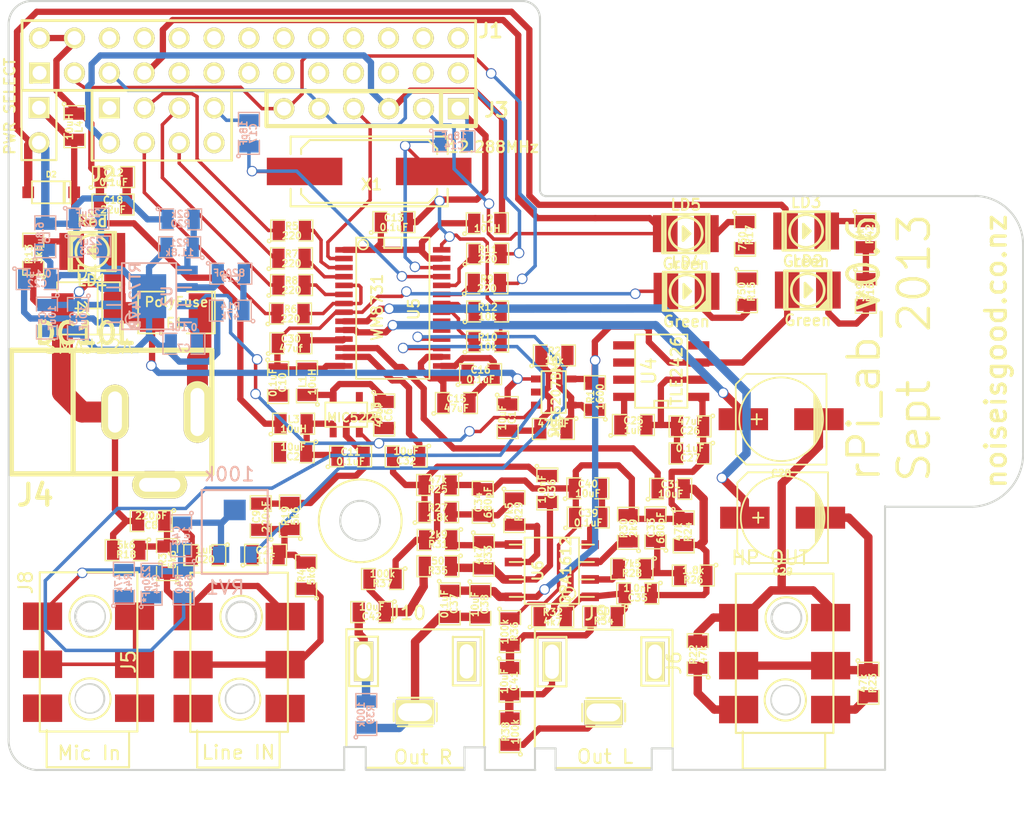
<source format=kicad_pcb>
(kicad_pcb (version 3) (host pcbnew "(2013-10-15 BZR 4389)-product")
  (title_block (date "15 nov 2012") (rev 0.4) (comment 1 "FR4 Fiberglass PCB 1.6mm (0.063\") thickness"))
  (layers (15 F.Cu signal) (0 B.Cu signal) (18 B.Paste user hide) (19 F.Paste user hide) (20 B.SilkS user hide) (21 F.SilkS user) (22 B.Mask user hide) (23 F.Mask user hide) (28 Edge.Cuts user))
  (net 0 "")
  (net 1 +3.3VDC)
  (net 2 +5VDC)
  (net 3 +9VDC)
  (net 4 AGND)
  (net 5 CLKOUT)
  (net 6 DC_IN)
  (net 7 DGND)
  (net 8 DVDD)
  (net 9 GND)
  (net 10 GPIO4)
  (net 11 I2C_CLK)
  (net 12 I2C_SDA)
  (net 13 INL)
  (net 14 INR)
  (net 15 LOUT)
  (net 16 L_HP_OUT)
  (net 17 MICBIAS)
  (net 18 MICIN)
  (net 19 "Net-(C10-Pad1)")
  (net 20 "Net-(C11-Pad1)")
  (net 21 "Net-(C12-Pad1)")
  (net 22 "Net-(C13-Pad1)")
  (net 23 "Net-(C14-Pad1)")
  (net 24 "Net-(C15-Pad1)")
  (net 25 "Net-(C17-Pad1)")
  (net 26 "Net-(C19-Pad1)")
  (net 27 "Net-(C19-Pad2)")
  (net 28 "Net-(C20-Pad2)")
  (net 29 "Net-(C21-Pad2)")
  (net 30 "Net-(C22-Pad1)")
  (net 31 "Net-(C22-Pad2)")
  (net 32 "Net-(C23-Pad1)")
  (net 33 "Net-(C25-Pad1)")
  (net 34 "Net-(C28-Pad2)")
  (net 35 "Net-(C29-Pad2)")
  (net 36 "Net-(C31-Pad2)")
  (net 37 "Net-(C32-Pad2)")
  (net 38 "Net-(C33-Pad1)")
  (net 39 "Net-(C34-Pad1)")
  (net 40 "Net-(C35-Pad2)")
  (net 41 "Net-(C36-Pad2)")
  (net 42 "Net-(C4-Pad1)")
  (net 43 "Net-(C41-Pad1)")
  (net 44 "Net-(C41-Pad2)")
  (net 45 "Net-(C42-Pad1)")
  (net 46 "Net-(C42-Pad2)")
  (net 47 "Net-(C43-Pad1)")
  (net 48 "Net-(C43-Pad2)")
  (net 49 "Net-(C7-Pad2)")
  (net 50 "Net-(F1-Pad1)")
  (net 51 "Net-(J1-Pad1)")
  (net 52 "Net-(J1-Pad10)")
  (net 53 "Net-(J1-Pad11)")
  (net 54 "Net-(J1-Pad12)")
  (net 55 "Net-(J1-Pad13)")
  (net 56 "Net-(J1-Pad14)")
  (net 57 "Net-(J1-Pad15)")
  (net 58 "Net-(J1-Pad16)")
  (net 59 "Net-(J1-Pad17)")
  (net 60 "Net-(J1-Pad18)")
  (net 61 "Net-(J1-Pad19)")
  (net 62 "Net-(J1-Pad20)")
  (net 63 "Net-(J1-Pad21)")
  (net 64 "Net-(J1-Pad22)")
  (net 65 "Net-(J1-Pad23)")
  (net 66 "Net-(J1-Pad24)")
  (net 67 "Net-(J1-Pad26)")
  (net 68 "Net-(J1-Pad6)")
  (net 69 "Net-(J1-Pad8)")
  (net 70 "Net-(J1-Pad9)")
  (net 71 "Net-(J2-Pad1)")
  (net 72 "Net-(J4-Pad3)")
  (net 73 "Net-(J5-Pad2)")
  (net 74 "Net-(J5-Pad3)")
  (net 75 "Net-(LD1-Pad2)")
  (net 76 "Net-(LD2-Pad2)")
  (net 77 "Net-(LD3-Pad2)")
  (net 78 "Net-(LD4-Pad2)")
  (net 79 "Net-(LD5-Pad2)")
  (net 80 "Net-(R10-Pad1)")
  (net 81 "Net-(R11-Pad1)")
  (net 82 "Net-(R12-Pad1)")
  (net 83 "Net-(R20-Pad2)")
  (net 84 "Net-(R28-Pad2)")
  (net 85 "Net-(R29-Pad2)")
  (net 86 "Net-(R30-Pad1)")
  (net 87 "Net-(R31-Pad1)")
  (net 88 "Net-(R5-Pad2)")
  (net 89 "Net-(R6-Pad2)")
  (net 90 "Net-(R7-Pad2)")
  (net 91 "Net-(R8-Pad2)")
  (net 92 "Net-(R9-Pad1)")
  (net 93 "Net-(U3-Pad4)")
  (net 94 PCM_CLK)
  (net 95 PCM_DIN)
  (net 96 PCM_DOUT)
  (net 97 PCM_FS)
  (net 98 ROUT)
  (net 99 R_HP_OUT)
  (net 100 VREF)
  (module Multicomp_3.5mm (layer F.Cu) (at 169.7 164.35 90)
    (fp_text reference J8 (at 10.96 -4.63 90) (layer F.SilkS))
    (fp_text value "Mic In" (at -1.46 0 180) (layer F.SilkS))
    (pad 1 smd rect (at 1.8 -3.4 90) (size 2 2.85) (layers F.Cu F.Paste F.Mask) (net 4 AGND))
    (pad 3 smd rect (at 8.5 -3.4 90) (size 2 2.85) (layers F.Cu F.Paste F.Mask))
    (pad 2 smd rect (at 5 -3.4 90) (size 2 2.85) (layers F.Cu F.Paste F.Mask) (net 48 "Net-(C43-Pad2)"))
    (pad 2 smd rect (at 5 3.3 90) (size 2 2.85) (layers F.Cu F.Paste F.Mask) (net 48 "Net-(C43-Pad2)"))
    (pad 3 smd rect (at 8.5 3.3 90) (size 2 2.85) (layers F.Cu F.Paste F.Mask))
    (pad 1 smd rect (at 1.8 3.3 90) (size 2 2.85) (layers F.Cu F.Paste F.Mask) (net 4 AGND))
    (pad "" thru_hole circle (at 2.5 0.025 90) (size 2 2) (drill 2) (layers *.Cu *.Mask F.SilkS))
    (pad "" thru_hole circle (at 8.5 0.1 90) (size 2 2) (drill 2) (layers *.Cu *.Mask F.SilkS))
  )
  (module Multicomp_3.5mm (layer F.Cu) (at 180.66 164.375 90)
    (fp_text reference J5 (at 5.2 -8.1 90) (layer F.SilkS))
    (fp_text value "Line IN" (at -1.395 -0.1 360) (layer F.SilkS))
    (pad 1 smd rect (at 1.8 -3.4 90) (size 2 2.85) (layers F.Cu F.Paste F.Mask) (net 4 AGND))
    (pad 3 smd rect (at 8.5 -3.4 90) (size 2 2.85) (layers F.Cu F.Paste F.Mask) (net 74 "Net-(J5-Pad3)"))
    (pad 2 smd rect (at 5 -3.4 90) (size 2 2.85) (layers F.Cu F.Paste F.Mask) (net 73 "Net-(J5-Pad2)"))
    (pad 2 smd rect (at 5 3.3 90) (size 2 2.85) (layers F.Cu F.Paste F.Mask) (net 73 "Net-(J5-Pad2)"))
    (pad 3 smd rect (at 8.5 3.3 90) (size 2 2.85) (layers F.Cu F.Paste F.Mask) (net 74 "Net-(J5-Pad3)"))
    (pad 1 smd rect (at 1.8 3.3 90) (size 2 2.85) (layers F.Cu F.Paste F.Mask) (net 4 AGND))
    (pad "" thru_hole circle (at 2.5 0.025 90) (size 2 2) (drill 2) (layers *.Cu *.Mask F.SilkS))
    (pad "" thru_hole circle (at 8.5 0.1 90) (size 2 2) (drill 2) (layers *.Cu *.Mask F.SilkS))
  )
  (module psop-8 (layer B.Cu) (at 174.0525 132.5375 90)
    (fp_text reference U2 (at 0 1.30048 90) (layer B.SilkS) (effects (font (size 0.7493 0.7493) (thickness 0.14986)) (justify mirror)))
    (fp_text value RT7247B (at 0 -1.016 90) (layer B.SilkS) (effects (font (size 0.7493 0.7493) (thickness 0.14986)) (justify mirror)))
    (pad 1 smd rect (at -1.905 -2.794 90) (size 0.635 1.50114) (layers B.Cu B.Paste B.Mask) (net 30 "Net-(C22-Pad1)"))
    (pad 2 smd rect (at -0.635 -2.794 90) (size 0.635 1.50114) (layers B.Cu B.Paste B.Mask) (net 6 DC_IN))
    (pad 3 smd rect (at 0.635 -2.794 90) (size 0.635 1.50114) (layers B.Cu B.Paste B.Mask) (net 31 "Net-(C22-Pad2)"))
    (pad 4 smd rect (at 1.905 -2.794 90) (size 0.635 1.50114) (layers B.Cu B.Paste B.Mask) (net 4 AGND))
    (pad 5 smd rect (at 1.905 2.794 90) (size 0.635 1.50114) (layers B.Cu B.Paste B.Mask) (net 83 "Net-(R20-Pad2)"))
    (pad 6 smd rect (at 0.635 2.794 90) (size 0.635 1.50114) (layers B.Cu B.Paste B.Mask) (net 26 "Net-(C19-Pad1)"))
    (pad 7 smd rect (at -0.635 2.794 90) (size 0.635 1.50114) (layers B.Cu B.Paste B.Mask) (net 10 GPIO4))
    (pad 8 smd rect (at -1.905 2.794 90) (size 0.635 1.50114) (layers B.Cu B.Paste B.Mask) (net 49 "Net-(C7-Pad2)"))
    (pad 9 smd rect (at 0 0 90) (size 3.2004 2.49936) (layers B.Cu B.Paste B.Mask))
  )
  (module pin_array_4x2reversed (layer F.Cu) (at 176.23 120.08)
    (fp_text reference J2 (at -5.505 3.57) (layer F.SilkS) (effects (font (size 1.016 1.016) (thickness 0.2032))))
    (fp_text value CONN_4X2 hide)
    (pad 1 thru_hole rect (at -5.06222 -1.25476) (size 1.524 1.524) (drill 1.016) (layers *.Cu *.Mask F.SilkS) (net 71 "Net-(J2-Pad1)"))
    (pad 2 thru_hole circle (at -5.06222 1.28524) (size 1.524 1.524) (drill 1.016) (layers *.Cu *.Mask F.SilkS) (net 8 DVDD))
    (pad 3 thru_hole circle (at -2.52222 -1.25476) (size 1.524 1.524) (drill 1.016) (layers *.Cu *.Mask F.SilkS) (net 94 PCM_CLK))
    (pad 4 thru_hole circle (at -2.52222 1.28524) (size 1.524 1.524) (drill 1.016) (layers *.Cu *.Mask F.SilkS) (net 97 PCM_FS))
    (pad 5 thru_hole circle (at 0.01778 -1.25476) (size 1.524 1.524) (drill 1.016) (layers *.Cu *.Mask F.SilkS) (net 95 PCM_DIN))
    (pad 6 thru_hole circle (at 0.01778 1.28524) (size 1.524 1.524) (drill 1.016) (layers *.Cu *.Mask F.SilkS) (net 96 PCM_DOUT))
    (pad 7 thru_hole circle (at 2.55778 -1.25476) (size 1.524 1.524) (drill 1.016) (layers *.Cu *.Mask F.SilkS) (net 7 DGND))
    (pad 8 thru_hole circle (at 2.55778 1.28524) (size 1.524 1.524) (drill 1.016) (layers *.Cu *.Mask F.SilkS) (net 7 DGND))
  )
  (module pin_array_13x2 (layer F.Cu) (at 181.31908 115.00202)
    (fp_text reference J1 (at 17.60356 -1.80438) (layer F.SilkS) (effects (font (size 1.016 1.016) (thickness 0.2032))))
    (fp_text value RASPI_IO_HEADER hide)
    (pad 1 thru_hole rect (at -15.24 1.27) (size 1.524 1.524) (drill 1.016) (layers *.Cu *.Mask F.SilkS) (net 51 "Net-(J1-Pad1)"))
    (pad 2 thru_hole circle (at -15.24 -1.27) (size 1.524 1.524) (drill 1.016) (layers *.Cu *.Mask F.SilkS) (net 21 "Net-(C12-Pad1)"))
    (pad 3 thru_hole circle (at -12.7 1.27) (size 1.524 1.524) (drill 1.016) (layers *.Cu *.Mask F.SilkS) (net 12 I2C_SDA))
    (pad 4 thru_hole circle (at -12.7 -1.27) (size 1.524 1.524) (drill 1.016) (layers *.Cu *.Mask F.SilkS) (net 21 "Net-(C12-Pad1)"))
    (pad 5 thru_hole circle (at -10.16 1.27) (size 1.524 1.524) (drill 1.016) (layers *.Cu *.Mask F.SilkS) (net 11 I2C_CLK))
    (pad 6 thru_hole circle (at -10.16 -1.27) (size 1.524 1.524) (drill 1.016) (layers *.Cu *.Mask F.SilkS) (net 68 "Net-(J1-Pad6)"))
    (pad 7 thru_hole circle (at -7.62 1.27) (size 1.524 1.524) (drill 1.016) (layers *.Cu *.Mask F.SilkS) (net 10 GPIO4))
    (pad 8 thru_hole circle (at -7.62 -1.27) (size 1.524 1.524) (drill 1.016) (layers *.Cu *.Mask F.SilkS) (net 69 "Net-(J1-Pad8)"))
    (pad 9 thru_hole circle (at -5.08 1.27) (size 1.524 1.524) (drill 1.016) (layers *.Cu *.Mask F.SilkS) (net 70 "Net-(J1-Pad9)"))
    (pad 10 thru_hole circle (at -5.08 -1.27) (size 1.524 1.524) (drill 1.016) (layers *.Cu *.Mask F.SilkS) (net 52 "Net-(J1-Pad10)"))
    (pad 11 thru_hole circle (at -2.54 1.27) (size 1.524 1.524) (drill 1.016) (layers *.Cu *.Mask F.SilkS) (net 53 "Net-(J1-Pad11)"))
    (pad 12 thru_hole circle (at -2.54 -1.27) (size 1.524 1.524) (drill 1.016) (layers *.Cu *.Mask F.SilkS) (net 54 "Net-(J1-Pad12)"))
    (pad 13 thru_hole circle (at 0 1.27) (size 1.524 1.524) (drill 1.016) (layers *.Cu *.Mask F.SilkS) (net 55 "Net-(J1-Pad13)"))
    (pad 14 thru_hole circle (at 0 -1.27) (size 1.524 1.524) (drill 1.016) (layers *.Cu *.Mask F.SilkS) (net 56 "Net-(J1-Pad14)"))
    (pad 15 thru_hole circle (at 2.54 1.27) (size 1.524 1.524) (drill 1.016) (layers *.Cu *.Mask F.SilkS) (net 57 "Net-(J1-Pad15)"))
    (pad 16 thru_hole circle (at 2.54 -1.27) (size 1.524 1.524) (drill 1.016) (layers *.Cu *.Mask F.SilkS) (net 58 "Net-(J1-Pad16)"))
    (pad 17 thru_hole circle (at 5.08 1.27) (size 1.524 1.524) (drill 1.016) (layers *.Cu *.Mask F.SilkS) (net 59 "Net-(J1-Pad17)"))
    (pad 18 thru_hole circle (at 5.08 -1.27) (size 1.524 1.524) (drill 1.016) (layers *.Cu *.Mask F.SilkS) (net 60 "Net-(J1-Pad18)"))
    (pad 19 thru_hole circle (at 7.62 1.27) (size 1.524 1.524) (drill 1.016) (layers *.Cu *.Mask F.SilkS) (net 61 "Net-(J1-Pad19)"))
    (pad 20 thru_hole circle (at 7.62 -1.27) (size 1.524 1.524) (drill 1.016) (layers *.Cu *.Mask F.SilkS) (net 62 "Net-(J1-Pad20)"))
    (pad 21 thru_hole circle (at 10.16 1.27) (size 1.524 1.524) (drill 1.016) (layers *.Cu *.Mask F.SilkS) (net 63 "Net-(J1-Pad21)"))
    (pad 22 thru_hole circle (at 10.16 -1.27) (size 1.524 1.524) (drill 1.016) (layers *.Cu *.Mask F.SilkS) (net 64 "Net-(J1-Pad22)"))
    (pad 23 thru_hole circle (at 12.7 1.27) (size 1.524 1.524) (drill 1.016) (layers *.Cu *.Mask F.SilkS) (net 65 "Net-(J1-Pad23)"))
    (pad 24 thru_hole circle (at 12.7 -1.27) (size 1.524 1.524) (drill 1.016) (layers *.Cu *.Mask F.SilkS) (net 66 "Net-(J1-Pad24)"))
    (pad 25 thru_hole circle (at 15.24 1.27) (size 1.524 1.524) (drill 1.016) (layers *.Cu *.Mask F.SilkS) (net 7 DGND))
    (pad 26 thru_hole circle (at 15.24 -1.27) (size 1.524 1.524) (drill 1.016) (layers *.Cu *.Mask F.SilkS) (net 67 "Net-(J1-Pad26)"))
  )
  (module SM0805 (layer F.Cu) (at 200.16 141.38 270)
    (fp_text reference C1 (at 0 -0.3175 270) (layer F.SilkS) (effects (font (size 0.50038 0.50038) (thickness 0.10922))))
    (fp_text value 10uF (at 0 0.381 270) (layer F.SilkS) (effects (font (size 0.50038 0.50038) (thickness 0.10922))))
    (pad 1 smd rect (at -0.9525 0 270) (size 0.889 1.397) (layers F.Cu F.Paste F.Mask) (net 6 DC_IN))
    (pad 2 smd rect (at 0.9525 0 270) (size 0.889 1.397) (layers F.Cu F.Paste F.Mask) (net 4 AGND))
  )
  (module SM0805 (layer F.Cu) (at 184.54 143.91 180)
    (fp_text reference C2 (at 0 -0.3175 180) (layer F.SilkS) (effects (font (size 0.50038 0.50038) (thickness 0.10922))))
    (fp_text value 10uF (at 0 0.381 180) (layer F.SilkS) (effects (font (size 0.50038 0.50038) (thickness 0.10922))))
    (pad 1 smd rect (at -0.9525 0 180) (size 0.889 1.397) (layers F.Cu F.Paste F.Mask) (net 20 "Net-(C11-Pad1)"))
    (pad 2 smd rect (at 0.9525 0 180) (size 0.889 1.397) (layers F.Cu F.Paste F.Mask) (net 4 AGND))
  )
  (module SM0805 (layer B.Cu) (at 168.88 134.16 270)
    (fp_text reference C3 (at 0 0.3175 270) (layer B.SilkS) (effects (font (size 0.50038 0.50038) (thickness 0.10922)) (justify mirror)))
    (fp_text value 10uF (at 0 -0.381 270) (layer B.SilkS) (effects (font (size 0.50038 0.50038) (thickness 0.10922)) (justify mirror)))
    (pad 1 smd rect (at -0.9525 0 270) (size 0.889 1.397) (layers B.Cu B.Paste B.Mask) (net 6 DC_IN))
    (pad 2 smd rect (at 0.9525 0 270) (size 0.889 1.397) (layers B.Cu B.Paste B.Mask) (net 4 AGND))
  )
  (module SM0805 (layer F.Cu) (at 203.49 142.21 180)
    (fp_text reference C4 (at 0 -0.3175 180) (layer F.SilkS) (effects (font (size 0.50038 0.50038) (thickness 0.10922))))
    (fp_text value 470pF (at 0 0.381 180) (layer F.SilkS) (effects (font (size 0.50038 0.50038) (thickness 0.10922))))
    (pad 1 smd rect (at -0.9525 0 180) (size 0.889 1.397) (layers F.Cu F.Paste F.Mask) (net 42 "Net-(C4-Pad1)"))
    (pad 2 smd rect (at 0.9525 0 180) (size 0.889 1.397) (layers F.Cu F.Paste F.Mask) (net 4 AGND))
  )
  (module SM0805 (layer B.Cu) (at 166.62 134.13 270)
    (fp_text reference C5 (at 0 0.3175 270) (layer B.SilkS) (effects (font (size 0.50038 0.50038) (thickness 0.10922)) (justify mirror)))
    (fp_text value 10uF (at 0 -0.381 270) (layer B.SilkS) (effects (font (size 0.50038 0.50038) (thickness 0.10922)) (justify mirror)))
    (pad 1 smd rect (at -0.9525 0 270) (size 0.889 1.397) (layers B.Cu B.Paste B.Mask) (net 6 DC_IN))
    (pad 2 smd rect (at 0.9525 0 270) (size 0.889 1.397) (layers B.Cu B.Paste B.Mask) (net 4 AGND))
  )
  (module SM0805 (layer F.Cu) (at 191.17 141.19 270)
    (fp_text reference C6 (at 0 -0.3175 270) (layer F.SilkS) (effects (font (size 0.50038 0.50038) (thickness 0.10922))))
    (fp_text value 47uF (at 0 0.381 270) (layer F.SilkS) (effects (font (size 0.50038 0.50038) (thickness 0.10922))))
    (pad 1 smd rect (at -0.9525 0 270) (size 0.889 1.397) (layers F.Cu F.Paste F.Mask) (net 1 +3.3VDC))
    (pad 2 smd rect (at 0.9525 0 270) (size 0.889 1.397) (layers F.Cu F.Paste F.Mask) (net 4 AGND))
  )
  (module SM0805 (layer B.Cu) (at 176.59 136)
    (fp_text reference C7 (at 0 0.3175) (layer B.SilkS) (effects (font (size 0.50038 0.50038) (thickness 0.10922)) (justify mirror)))
    (fp_text value 0.1uF (at -0.06 -1.19) (layer B.SilkS) (effects (font (size 0.50038 0.50038) (thickness 0.10922)) (justify mirror)))
    (pad 1 smd rect (at -0.9525 0) (size 0.889 1.397) (layers B.Cu B.Paste B.Mask) (net 4 AGND))
    (pad 2 smd rect (at 0.9525 0) (size 0.889 1.397) (layers B.Cu B.Paste B.Mask) (net 49 "Net-(C7-Pad2)"))
  )
  (module SM0805 (layer F.Cu) (at 174.21 148.91 180)
    (fp_text reference C8 (at 0 -0.3175 180) (layer F.SilkS) (effects (font (size 0.50038 0.50038) (thickness 0.10922))))
    (fp_text value 220pF (at 0 0.381 180) (layer F.SilkS) (effects (font (size 0.50038 0.50038) (thickness 0.10922))))
    (pad 1 smd rect (at -0.9525 0 180) (size 0.889 1.397) (layers F.Cu F.Paste F.Mask) (net 28 "Net-(C20-Pad2)"))
    (pad 2 smd rect (at 0.9525 0 180) (size 0.889 1.397) (layers F.Cu F.Paste F.Mask) (net 9 GND))
  )
  (module SM0805 (layer F.Cu) (at 182.185 148.6 90)
    (fp_text reference C9 (at 0 -0.3175 90) (layer F.SilkS) (effects (font (size 0.50038 0.50038) (thickness 0.10922))))
    (fp_text value 220pF (at 0 0.381 90) (layer F.SilkS) (effects (font (size 0.50038 0.50038) (thickness 0.10922))))
    (pad 1 smd rect (at -0.9525 0 90) (size 0.889 1.397) (layers F.Cu F.Paste F.Mask) (net 29 "Net-(C21-Pad2)"))
    (pad 2 smd rect (at 0.9525 0 90) (size 0.889 1.397) (layers F.Cu F.Paste F.Mask) (net 4 AGND))
  )
  (module SM0805 (layer F.Cu) (at 183.45 138.825 270)
    (fp_text reference C10 (at 0 -0.3175 270) (layer F.SilkS) (effects (font (size 0.50038 0.50038) (thickness 0.10922))))
    (fp_text value 0.1uF (at 0 0.381 270) (layer F.SilkS) (effects (font (size 0.50038 0.50038) (thickness 0.10922))))
    (pad 1 smd rect (at -0.9525 0 270) (size 0.889 1.397) (layers F.Cu F.Paste F.Mask) (net 19 "Net-(C10-Pad1)"))
    (pad 2 smd rect (at 0.9525 0 270) (size 0.889 1.397) (layers F.Cu F.Paste F.Mask) (net 4 AGND))
  )
  (module SM0805 (layer F.Cu) (at 188.725 144.2)
    (fp_text reference C11 (at 0 -0.3175) (layer F.SilkS) (effects (font (size 0.50038 0.50038) (thickness 0.10922))))
    (fp_text value 0.1uF (at 0 0.381) (layer F.SilkS) (effects (font (size 0.50038 0.50038) (thickness 0.10922))))
    (pad 1 smd rect (at -0.9525 0) (size 0.889 1.397) (layers F.Cu F.Paste F.Mask) (net 20 "Net-(C11-Pad1)"))
    (pad 2 smd rect (at 0.9525 0) (size 0.889 1.397) (layers F.Cu F.Paste F.Mask) (net 4 AGND))
  )
  (module SM0805 (layer F.Cu) (at 171.47 123.86)
    (fp_text reference C12 (at 0 -0.3175) (layer F.SilkS) (effects (font (size 0.50038 0.50038) (thickness 0.10922))))
    (fp_text value 0.1uF (at 0 0.381) (layer F.SilkS) (effects (font (size 0.50038 0.50038) (thickness 0.10922))))
    (pad 1 smd rect (at -0.9525 0) (size 0.889 1.397) (layers F.Cu F.Paste F.Mask) (net 21 "Net-(C12-Pad1)"))
    (pad 2 smd rect (at 0.9525 0) (size 0.889 1.397) (layers F.Cu F.Paste F.Mask) (net 7 DGND))
  )
  (module SM0805 (layer F.Cu) (at 191.88 127.14)
    (fp_text reference C13 (at 0 -0.3175) (layer F.SilkS) (effects (font (size 0.50038 0.50038) (thickness 0.10922))))
    (fp_text value 0.1uF (at 0 0.381) (layer F.SilkS) (effects (font (size 0.50038 0.50038) (thickness 0.10922))))
    (pad 1 smd rect (at -0.9525 0) (size 0.889 1.397) (layers F.Cu F.Paste F.Mask) (net 22 "Net-(C13-Pad1)"))
    (pad 2 smd rect (at 0.9525 0) (size 0.889 1.397) (layers F.Cu F.Paste F.Mask) (net 7 DGND))
  )
  (module SM0805 (layer B.Cu) (at 196.25 121.25)
    (fp_text reference C14 (at 0 0.3175) (layer B.SilkS) (effects (font (size 0.50038 0.50038) (thickness 0.10922)) (justify mirror)))
    (fp_text value 18pF (at 0 -0.381) (layer B.SilkS) (effects (font (size 0.50038 0.50038) (thickness 0.10922)) (justify mirror)))
    (pad 1 smd rect (at -0.9525 0) (size 0.889 1.397) (layers B.Cu B.Paste B.Mask) (net 23 "Net-(C14-Pad1)"))
    (pad 2 smd rect (at 0.9525 0) (size 0.889 1.397) (layers B.Cu B.Paste B.Mask) (net 7 DGND))
  )
  (module SM0805 (layer F.Cu) (at 196.43 140.32)
    (fp_text reference C15 (at 0 -0.3175) (layer F.SilkS) (effects (font (size 0.50038 0.50038) (thickness 0.10922))))
    (fp_text value 47uF (at 0 0.381) (layer F.SilkS) (effects (font (size 0.50038 0.50038) (thickness 0.10922))))
    (pad 1 smd rect (at -0.9525 0) (size 0.889 1.397) (layers F.Cu F.Paste F.Mask) (net 24 "Net-(C15-Pad1)"))
    (pad 2 smd rect (at 0.9525 0) (size 0.889 1.397) (layers F.Cu F.Paste F.Mask) (net 4 AGND))
  )
  (module SM0805 (layer F.Cu) (at 198.19 138.22)
    (fp_text reference C16 (at 0 -0.3175) (layer F.SilkS) (effects (font (size 0.50038 0.50038) (thickness 0.10922))))
    (fp_text value 0.1uF (at 0 0.381) (layer F.SilkS) (effects (font (size 0.50038 0.50038) (thickness 0.10922))))
    (pad 1 smd rect (at -0.9525 0) (size 0.889 1.397) (layers F.Cu F.Paste F.Mask) (net 24 "Net-(C15-Pad1)"))
    (pad 2 smd rect (at 0.9525 0) (size 0.889 1.397) (layers F.Cu F.Paste F.Mask) (net 4 AGND))
  )
  (module SM0805 (layer B.Cu) (at 181.325 120.675 90)
    (fp_text reference C17 (at 0 0.3175 90) (layer B.SilkS) (effects (font (size 0.50038 0.50038) (thickness 0.10922)) (justify mirror)))
    (fp_text value 18pF (at 0 -0.381 90) (layer B.SilkS) (effects (font (size 0.50038 0.50038) (thickness 0.10922)) (justify mirror)))
    (pad 1 smd rect (at -0.9525 0 90) (size 0.889 1.397) (layers B.Cu B.Paste B.Mask) (net 25 "Net-(C17-Pad1)"))
    (pad 2 smd rect (at 0.9525 0 90) (size 0.889 1.397) (layers B.Cu B.Paste B.Mask) (net 7 DGND))
  )
  (module SM0805 (layer F.Cu) (at 171.43 125.86)
    (fp_text reference C18 (at 0 -0.3175) (layer F.SilkS) (effects (font (size 0.50038 0.50038) (thickness 0.10922))))
    (fp_text value 22uF (at 0 0.381) (layer F.SilkS) (effects (font (size 0.50038 0.50038) (thickness 0.10922))))
    (pad 1 smd rect (at -0.9525 0) (size 0.889 1.397) (layers F.Cu F.Paste F.Mask) (net 21 "Net-(C12-Pad1)"))
    (pad 2 smd rect (at 0.9525 0) (size 0.889 1.397) (layers F.Cu F.Paste F.Mask) (net 7 DGND))
  )
  (module SM0805 (layer B.Cu) (at 180.01 130.9)
    (fp_text reference C19 (at 0 0.3175) (layer B.SilkS) (effects (font (size 0.50038 0.50038) (thickness 0.10922)) (justify mirror)))
    (fp_text value 820pF (at -0.125 -0.05) (layer B.SilkS) (effects (font (size 0.50038 0.50038) (thickness 0.10922)) (justify mirror)))
    (pad 1 smd rect (at -0.9525 0) (size 0.889 1.397) (layers B.Cu B.Paste B.Mask) (net 26 "Net-(C19-Pad1)"))
    (pad 2 smd rect (at 0.9525 0) (size 0.889 1.397) (layers B.Cu B.Paste B.Mask) (net 27 "Net-(C19-Pad2)"))
  )
  (module SM0805 (layer F.Cu) (at 178.11 151.4 180)
    (fp_text reference C20 (at 0 -0.3175 180) (layer F.SilkS) (effects (font (size 0.50038 0.50038) (thickness 0.10922))))
    (fp_text value 1uF (at 0 0.381 180) (layer F.SilkS) (effects (font (size 0.50038 0.50038) (thickness 0.10922))))
    (pad 1 smd rect (at -0.9525 0 180) (size 0.889 1.397) (layers F.Cu F.Paste F.Mask) (net 14 INR))
    (pad 2 smd rect (at 0.9525 0 180) (size 0.889 1.397) (layers F.Cu F.Paste F.Mask) (net 28 "Net-(C20-Pad2)"))
  )
  (module SM0805 (layer F.Cu) (at 182.535 151.375)
    (fp_text reference C21 (at 0 -0.3175) (layer F.SilkS) (effects (font (size 0.50038 0.50038) (thickness 0.10922))))
    (fp_text value 1uF (at 0 0.381) (layer F.SilkS) (effects (font (size 0.50038 0.50038) (thickness 0.10922))))
    (pad 1 smd rect (at -0.9525 0) (size 0.889 1.397) (layers F.Cu F.Paste F.Mask) (net 13 INL))
    (pad 2 smd rect (at 0.9525 0) (size 0.889 1.397) (layers F.Cu F.Paste F.Mask) (net 29 "Net-(C21-Pad2)"))
  )
  (module SM0805 (layer B.Cu) (at 165.91 131.29)
    (fp_text reference C22 (at 0 0.3175) (layer B.SilkS) (effects (font (size 0.50038 0.50038) (thickness 0.10922)) (justify mirror)))
    (fp_text value 0.1uF (at 0 -0.381) (layer B.SilkS) (effects (font (size 0.50038 0.50038) (thickness 0.10922)) (justify mirror)))
    (pad 1 smd rect (at -0.9525 0) (size 0.889 1.397) (layers B.Cu B.Paste B.Mask) (net 30 "Net-(C22-Pad1)"))
    (pad 2 smd rect (at 0.9525 0) (size 0.889 1.397) (layers B.Cu B.Paste B.Mask) (net 31 "Net-(C22-Pad2)"))
  )
  (module SM0805 (layer B.Cu) (at 169.72 128.92)
    (fp_text reference C23 (at 0 0.3175) (layer B.SilkS) (effects (font (size 0.50038 0.50038) (thickness 0.10922)) (justify mirror)))
    (fp_text value 22uF (at 0 -0.381) (layer B.SilkS) (effects (font (size 0.50038 0.50038) (thickness 0.10922)) (justify mirror)))
    (pad 1 smd rect (at -0.9525 0) (size 0.889 1.397) (layers B.Cu B.Paste B.Mask) (net 32 "Net-(C23-Pad1)"))
    (pad 2 smd rect (at 0.9525 0) (size 0.889 1.397) (layers B.Cu B.Paste B.Mask) (net 4 AGND))
  )
  (module SM0805 (layer B.Cu) (at 169.6 126.89)
    (fp_text reference C24 (at 0 0.3175) (layer B.SilkS) (effects (font (size 0.50038 0.50038) (thickness 0.10922)) (justify mirror)))
    (fp_text value 22uF (at 0 -0.381) (layer B.SilkS) (effects (font (size 0.50038 0.50038) (thickness 0.10922)) (justify mirror)))
    (pad 1 smd rect (at -0.9525 0) (size 0.889 1.397) (layers B.Cu B.Paste B.Mask) (net 32 "Net-(C23-Pad1)"))
    (pad 2 smd rect (at 0.9525 0) (size 0.889 1.397) (layers B.Cu B.Paste B.Mask) (net 4 AGND))
  )
  (module SM0805 (layer F.Cu) (at 209.315 141.92)
    (fp_text reference C25 (at 0 -0.3175) (layer F.SilkS) (effects (font (size 0.50038 0.50038) (thickness 0.10922))))
    (fp_text value 1uF (at 0 0.381) (layer F.SilkS) (effects (font (size 0.50038 0.50038) (thickness 0.10922))))
    (pad 1 smd rect (at -0.9525 0) (size 0.889 1.397) (layers F.Cu F.Paste F.Mask) (net 33 "Net-(C25-Pad1)"))
    (pad 2 smd rect (at 0.9525 0) (size 0.889 1.397) (layers F.Cu F.Paste F.Mask) (net 4 AGND))
  )
  (module SM0805 (layer F.Cu) (at 213.44 142.02 180)
    (fp_text reference C26 (at 0 -0.3175 180) (layer F.SilkS) (effects (font (size 0.50038 0.50038) (thickness 0.10922))))
    (fp_text value 47uF (at 0 0.381 180) (layer F.SilkS) (effects (font (size 0.50038 0.50038) (thickness 0.10922))))
    (pad 1 smd rect (at -0.9525 0 180) (size 0.889 1.397) (layers F.Cu F.Paste F.Mask) (net 100 VREF))
    (pad 2 smd rect (at 0.9525 0 180) (size 0.889 1.397) (layers F.Cu F.Paste F.Mask) (net 4 AGND))
  )
  (module SM0805 (layer F.Cu) (at 213.44 143.995 180)
    (fp_text reference C27 (at 0 -0.3175 180) (layer F.SilkS) (effects (font (size 0.50038 0.50038) (thickness 0.10922))))
    (fp_text value 0.1uF (at 0 0.381 180) (layer F.SilkS) (effects (font (size 0.50038 0.50038) (thickness 0.10922))))
    (pad 1 smd rect (at -0.9525 0 180) (size 0.889 1.397) (layers F.Cu F.Paste F.Mask) (net 100 VREF))
    (pad 2 smd rect (at 0.9525 0 180) (size 0.889 1.397) (layers F.Cu F.Paste F.Mask) (net 4 AGND))
  )
  (module c_elec_6.3x5.8 (layer F.Cu) (at 220.07 141.5 180)
    (fp_text reference C28 (at 0 -3.937 180) (layer F.SilkS) (effects (font (size 0.50038 0.50038) (thickness 0.11938))))
    (fp_text value 220uF hide)
    (pad 1 smd rect (at 2.75082 0 180) (size 3.59918 1.6002) (layers F.Cu F.Paste F.Mask) (net 99 R_HP_OUT))
    (pad 2 smd rect (at -2.75082 0 180) (size 3.59918 1.6002) (layers F.Cu F.Paste F.Mask) (net 34 "Net-(C28-Pad2)"))
  )
  (module c_elec_6.3x5.8 (layer F.Cu) (at 220.18 148.67 180)
    (fp_text reference C29 (at 0 -3.937 180) (layer F.SilkS) (effects (font (size 0.50038 0.50038) (thickness 0.11938))))
    (fp_text value 220uF hide)
    (pad 1 smd rect (at 2.75082 0 180) (size 3.59918 1.6002) (layers F.Cu F.Paste F.Mask) (net 16 L_HP_OUT))
    (pad 2 smd rect (at -2.75082 0 180) (size 3.59918 1.6002) (layers F.Cu F.Paste F.Mask) (net 35 "Net-(C29-Pad2)"))
  )
  (module SM0805 (layer F.Cu) (at 184.38 135.96)
    (fp_text reference C30 (at 0 -0.3175) (layer F.SilkS) (effects (font (size 0.50038 0.50038) (thickness 0.10922))))
    (fp_text value 47uf (at 0 0.381) (layer F.SilkS) (effects (font (size 0.50038 0.50038) (thickness 0.10922))))
    (pad 1 smd rect (at -0.9525 0) (size 0.889 1.397) (layers F.Cu F.Paste F.Mask) (net 19 "Net-(C10-Pad1)"))
    (pad 2 smd rect (at 0.9525 0) (size 0.889 1.397) (layers F.Cu F.Paste F.Mask) (net 4 AGND))
  )
  (module SM0805 (layer F.Cu) (at 212.03 146.57)
    (fp_text reference C31 (at 0 -0.3175) (layer F.SilkS) (effects (font (size 0.50038 0.50038) (thickness 0.10922))))
    (fp_text value 10uF (at 0 0.381) (layer F.SilkS) (effects (font (size 0.50038 0.50038) (thickness 0.10922))))
    (pad 1 smd rect (at -0.9525 0) (size 0.889 1.397) (layers F.Cu F.Paste F.Mask) (net 15 LOUT))
    (pad 2 smd rect (at 0.9525 0) (size 0.889 1.397) (layers F.Cu F.Paste F.Mask) (net 36 "Net-(C31-Pad2)"))
  )
  (module SM0805 (layer F.Cu) (at 192.77 144.21 180)
    (fp_text reference C32 (at 0 -0.3175 180) (layer F.SilkS) (effects (font (size 0.50038 0.50038) (thickness 0.10922))))
    (fp_text value 10uF (at 0 0.381 180) (layer F.SilkS) (effects (font (size 0.50038 0.50038) (thickness 0.10922))))
    (pad 1 smd rect (at -0.9525 0 180) (size 0.889 1.397) (layers F.Cu F.Paste F.Mask) (net 98 ROUT))
    (pad 2 smd rect (at 0.9525 0 180) (size 0.889 1.397) (layers F.Cu F.Paste F.Mask) (net 37 "Net-(C32-Pad2)"))
  )
  (module SM0805 (layer F.Cu) (at 210.92 149.41 90)
    (fp_text reference C33 (at 0 -0.3175 90) (layer F.SilkS) (effects (font (size 0.50038 0.50038) (thickness 0.10922))))
    (fp_text value 680pF (at 0 0.381 90) (layer F.SilkS) (effects (font (size 0.50038 0.50038) (thickness 0.10922))))
    (pad 1 smd rect (at -0.9525 0 90) (size 0.889 1.397) (layers F.Cu F.Paste F.Mask) (net 38 "Net-(C33-Pad1)"))
    (pad 2 smd rect (at 0.9525 0 90) (size 0.889 1.397) (layers F.Cu F.Paste F.Mask) (net 100 VREF))
  )
  (module SM0805 (layer F.Cu) (at 198.35 147.55 90)
    (fp_text reference C34 (at 0 -0.3175 90) (layer F.SilkS) (effects (font (size 0.50038 0.50038) (thickness 0.10922))))
    (fp_text value 680pF (at 0 0.381 90) (layer F.SilkS) (effects (font (size 0.50038 0.50038) (thickness 0.10922))))
    (pad 1 smd rect (at -0.9525 0 90) (size 0.889 1.397) (layers F.Cu F.Paste F.Mask) (net 39 "Net-(C34-Pad1)"))
    (pad 2 smd rect (at 0.9525 0 90) (size 0.889 1.397) (layers F.Cu F.Paste F.Mask) (net 100 VREF))
  )
  (module SM0805 (layer F.Cu) (at 209.63 154.19 180)
    (fp_text reference C35 (at 0 -0.3175 180) (layer F.SilkS) (effects (font (size 0.50038 0.50038) (thickness 0.10922))))
    (fp_text value 1.0nF (at 0 0.381 180) (layer F.SilkS) (effects (font (size 0.50038 0.50038) (thickness 0.10922))))
    (pad 1 smd rect (at -0.9525 0 180) (size 0.889 1.397) (layers F.Cu F.Paste F.Mask) (net 36 "Net-(C31-Pad2)"))
    (pad 2 smd rect (at 0.9525 0 180) (size 0.889 1.397) (layers F.Cu F.Paste F.Mask) (net 40 "Net-(C35-Pad2)"))
  )
  (module SM0805 (layer F.Cu) (at 203.05 146.58 270)
    (fp_text reference C36 (at 0 -0.3175 270) (layer F.SilkS) (effects (font (size 0.50038 0.50038) (thickness 0.10922))))
    (fp_text value 1.0nF (at 0 0.381 270) (layer F.SilkS) (effects (font (size 0.50038 0.50038) (thickness 0.10922))))
    (pad 1 smd rect (at -0.9525 0 270) (size 0.889 1.397) (layers F.Cu F.Paste F.Mask) (net 37 "Net-(C32-Pad2)"))
    (pad 2 smd rect (at 0.9525 0 270) (size 0.889 1.397) (layers F.Cu F.Paste F.Mask) (net 41 "Net-(C36-Pad2)"))
  )
  (module SM0805 (layer F.Cu) (at 195.94 154.95 270)
    (fp_text reference C37 (at 0 -0.3175 270) (layer F.SilkS) (effects (font (size 0.50038 0.50038) (thickness 0.10922))))
    (fp_text value 0.1uF (at 0 0.381 270) (layer F.SilkS) (effects (font (size 0.50038 0.50038) (thickness 0.10922))))
    (pad 1 smd rect (at -0.9525 0 270) (size 0.889 1.397) (layers F.Cu F.Paste F.Mask) (net 3 +9VDC))
    (pad 2 smd rect (at 0.9525 0 270) (size 0.889 1.397) (layers F.Cu F.Paste F.Mask) (net 4 AGND))
  )
  (module SM0805 (layer F.Cu) (at 198.17 154.98 270)
    (fp_text reference C38 (at 0 -0.3175 270) (layer F.SilkS) (effects (font (size 0.50038 0.50038) (thickness 0.10922))))
    (fp_text value 10uF (at 0 0.381 270) (layer F.SilkS) (effects (font (size 0.50038 0.50038) (thickness 0.10922))))
    (pad 1 smd rect (at -0.9525 0 270) (size 0.889 1.397) (layers F.Cu F.Paste F.Mask) (net 3 +9VDC))
    (pad 2 smd rect (at 0.9525 0 270) (size 0.889 1.397) (layers F.Cu F.Paste F.Mask) (net 4 AGND))
  )
  (module SM0805 (layer F.Cu) (at 206.025 148.66)
    (fp_text reference C39 (at 0 -0.3175) (layer F.SilkS) (effects (font (size 0.50038 0.50038) (thickness 0.10922))))
    (fp_text value 0.1uF (at 0 0.381) (layer F.SilkS) (effects (font (size 0.50038 0.50038) (thickness 0.10922))))
    (pad 1 smd rect (at -0.9525 0) (size 0.889 1.397) (layers F.Cu F.Paste F.Mask) (net 100 VREF))
    (pad 2 smd rect (at 0.9525 0) (size 0.889 1.397) (layers F.Cu F.Paste F.Mask) (net 4 AGND))
  )
  (module SM0805 (layer F.Cu) (at 206 146.53)
    (fp_text reference C40 (at 0 -0.3175) (layer F.SilkS) (effects (font (size 0.50038 0.50038) (thickness 0.10922))))
    (fp_text value 10uF (at 0 0.381) (layer F.SilkS) (effects (font (size 0.50038 0.50038) (thickness 0.10922))))
    (pad 1 smd rect (at -0.9525 0) (size 0.889 1.397) (layers F.Cu F.Paste F.Mask) (net 100 VREF))
    (pad 2 smd rect (at 0.9525 0) (size 0.889 1.397) (layers F.Cu F.Paste F.Mask) (net 4 AGND))
  )
  (module SM0805 (layer F.Cu) (at 200.3 160.58 270)
    (fp_text reference C41 (at 0 -0.3175 270) (layer F.SilkS) (effects (font (size 0.50038 0.50038) (thickness 0.10922))))
    (fp_text value 10uF (at 0 0.381 270) (layer F.SilkS) (effects (font (size 0.50038 0.50038) (thickness 0.10922))))
    (pad 1 smd rect (at -0.9525 0 270) (size 0.889 1.397) (layers F.Cu F.Paste F.Mask) (net 43 "Net-(C41-Pad1)"))
    (pad 2 smd rect (at 0.9525 0 270) (size 0.889 1.397) (layers F.Cu F.Paste F.Mask) (net 44 "Net-(C41-Pad2)"))
  )
  (module SM0805 (layer F.Cu) (at 190.27 155.55 180)
    (fp_text reference C42 (at 0 -0.3175 180) (layer F.SilkS) (effects (font (size 0.50038 0.50038) (thickness 0.10922))))
    (fp_text value 10uF (at 0 0.381 180) (layer F.SilkS) (effects (font (size 0.50038 0.50038) (thickness 0.10922))))
    (pad 1 smd rect (at -0.9525 0 180) (size 0.889 1.397) (layers F.Cu F.Paste F.Mask) (net 45 "Net-(C42-Pad1)"))
    (pad 2 smd rect (at 0.9525 0 180) (size 0.889 1.397) (layers F.Cu F.Paste F.Mask) (net 46 "Net-(C42-Pad2)"))
  )
  (module SM0805 (layer B.Cu) (at 176.38 149.99 270)
    (fp_text reference C43 (at 0 0.3175 270) (layer B.SilkS) (effects (font (size 0.50038 0.50038) (thickness 0.10922)) (justify mirror)))
    (fp_text value 1uF (at 0 -0.381 270) (layer B.SilkS) (effects (font (size 0.50038 0.50038) (thickness 0.10922)) (justify mirror)))
    (pad 1 smd rect (at -0.9525 0 270) (size 0.889 1.397) (layers B.Cu B.Paste B.Mask) (net 47 "Net-(C43-Pad1)"))
    (pad 2 smd rect (at 0.9525 0 270) (size 0.889 1.397) (layers B.Cu B.Paste B.Mask) (net 48 "Net-(C43-Pad2)"))
  )
  (module SM0805 (layer B.Cu) (at 174.24 153.52 90)
    (fp_text reference C44 (at 0 0.3175 90) (layer B.SilkS) (effects (font (size 0.50038 0.50038) (thickness 0.10922)) (justify mirror)))
    (fp_text value 220pF* (at 0 -0.381 90) (layer B.SilkS) (effects (font (size 0.50038 0.50038) (thickness 0.10922)) (justify mirror)))
    (pad 1 smd rect (at -0.9525 0 90) (size 0.889 1.397) (layers B.Cu B.Paste B.Mask) (net 4 AGND))
    (pad 2 smd rect (at 0.9525 0 90) (size 0.889 1.397) (layers B.Cu B.Paste B.Mask) (net 48 "Net-(C43-Pad2)"))
  )
  (module "DO-214AC(SMA)" (layer F.Cu) (at 169.65 133.425)
    (fp_text reference D1 (at 0 -2.60096) (layer F.SilkS) (effects (font (size 1.00076 1.00076) (thickness 0.11938))))
    (fp_text value SMAJ12A (at 0 2.79908) (layer F.SilkS) (effects (font (size 1.00076 1.00076) (thickness 0.11938))))
    (pad 1 smd rect (at -1.89992 0) (size 1.6002 2.19964) (layers F.Cu F.Paste F.Mask) (net 4 AGND))
    (pad 2 smd rect (at 1.89992 0) (size 1.6002 2.19964) (layers F.Cu F.Paste F.Mask) (net 6 DC_IN))
  )
  (module sod123 (layer F.Cu) (at 166.93 124.97)
    (fp_text reference D2 (at 0 -1.30048) (layer F.SilkS) (effects (font (size 0.4 0.4) (thickness 0.1))))
    (fp_text value schottky hide)
    (pad 2 smd rect (at 1.67386 0) (size 0.8509 0.8509) (layers F.Cu F.Paste F.Mask) (net 2 +5VDC))
    (pad 1 smd rect (at -1.67386 0) (size 0.8509 0.8509) (layers F.Cu F.Paste F.Mask) (net 32 "Net-(C23-Pad1)"))
  )
  (module SM1210L (layer F.Cu) (at 176.05 133.725 180)
    (fp_text reference F1 (at 0.127 -0.762 180) (layer F.SilkS) (effects (font (size 0.7 0.7) (thickness 0.127))))
    (fp_text value PolyFuse (at 0 0.762 180) (layer F.SilkS) (effects (font (size 0.7 0.7) (thickness 0.127))))
    (pad 1 smd rect (at -1.778 0 180) (size 1.778 2.794) (layers F.Cu F.Paste F.Mask) (net 50 "Net-(F1-Pad1)"))
    (pad 2 smd rect (at 1.778 0 180) (size 1.778 2.794) (layers F.Cu F.Paste F.Mask) (net 6 DC_IN))
  )
  (module PIN_ARRAY-6X1 (layer F.Cu) (at 190.225 118.875 180)
    (fp_text reference J3 (at -9.125 -0.1 180) (layer F.SilkS) (effects (font (size 1.016 1.016) (thickness 0.2032))))
    (fp_text value HEADER_6 hide)
    (pad 1 thru_hole rect (at -6.35 0 180) (size 1.524 1.524) (drill 1.016) (layers *.Cu *.Mask F.SilkS) (net 7 DGND))
    (pad 2 thru_hole circle (at -3.81 0 180) (size 1.524 1.524) (drill 1.016) (layers *.Cu *.Mask F.SilkS) (net 10 GPIO4))
    (pad 3 thru_hole circle (at -1.27 0 180) (size 1.524 1.524) (drill 1.016) (layers *.Cu *.Mask F.SilkS) (net 8 DVDD))
    (pad 4 thru_hole circle (at 1.27 0 180) (size 1.524 1.524) (drill 1.016) (layers *.Cu *.Mask F.SilkS) (net 5 CLKOUT))
    (pad 5 thru_hole circle (at 3.81 0 180) (size 1.524 1.524) (drill 1.016) (layers *.Cu *.Mask F.SilkS) (net 11 I2C_CLK))
    (pad 6 thru_hole circle (at 6.35 0 180) (size 1.524 1.524) (drill 1.016) (layers *.Cu *.Mask F.SilkS) (net 12 I2C_SDA))
  )
  (module dc_socket_pasdesignal (layer F.Cu) (at 171.325 140.975 270)
    (fp_text reference J4 (at 6.055 5.555 360) (layer F.SilkS) (effects (font (thickness 0.3048))))
    (fp_text value DC10L (at -5.72 1.98 360) (layer F.SilkS) (effects (font (thickness 0.3048))))
    (pad 3 thru_hole oval (at 5.30098 -3.50012 270) (size 1.99898 4.0005) (drill oval 1.00076 2.99974) (layers *.Cu *.Mask F.SilkS) (net 72 "Net-(J4-Pad3)"))
    (pad 1 thru_hole oval (at 0 -0.24892 270) (size 4.0005 1.99898) (drill oval 2.99974 1.00076) (layers *.Cu *.Mask F.SilkS) (net 4 AGND))
    (pad 2 thru_hole oval (at 0 -6.25094 270) (size 4.50088 1.99898) (drill oval 3.50012 1.00076) (layers *.Cu *.Mask F.SilkS) (net 50 "Net-(F1-Pad1)"))
  )
  (module Multicomp_3.5mm (layer F.Cu) (at 220.375 164.45 90)
    (fp_text reference J6 (at 5.2 -8.1 90) (layer F.SilkS))
    (fp_text value "HP OUT" (at 12.8524 -1.0922 180) (layer F.SilkS))
    (pad 1 smd rect (at 1.8 -3.4 90) (size 2 2.85) (layers F.Cu F.Paste F.Mask) (net 4 AGND))
    (pad 3 smd rect (at 8.5 -3.4 90) (size 2 2.85) (layers F.Cu F.Paste F.Mask) (net 34 "Net-(C28-Pad2)"))
    (pad 2 smd rect (at 5 -3.4 90) (size 2 2.85) (layers F.Cu F.Paste F.Mask) (net 35 "Net-(C29-Pad2)"))
    (pad 2 smd rect (at 5 3.3 90) (size 2 2.85) (layers F.Cu F.Paste F.Mask) (net 35 "Net-(C29-Pad2)"))
    (pad 3 smd rect (at 8.5 3.3 90) (size 2 2.85) (layers F.Cu F.Paste F.Mask) (net 34 "Net-(C28-Pad2)"))
    (pad 1 smd rect (at 1.8 3.3 90) (size 2 2.85) (layers F.Cu F.Paste F.Mask) (net 4 AGND))
    (pad "" thru_hole circle (at 2.5 0.025 90) (size 2 2) (drill 2) (layers *.Cu *.Mask F.SilkS))
    (pad "" thru_hole circle (at 8.5 0.1 90) (size 2 2) (drill 2) (layers *.Cu *.Mask F.SilkS))
  )
  (module PIN_ARRAY_2X1 (layer F.Cu) (at 166.04 120.08 270)
    (fp_text reference J7 (at -3.425 0.05 360) (layer F.SilkS) (effects (font (size 0.762 0.762) (thickness 0.1524))))
    (fp_text value "PWR SELECT" (at -1.375 2.125 270) (layer F.SilkS) (effects (font (size 0.762 0.762) (thickness 0.1524))))
    (pad 1 thru_hole rect (at -1.27 0 270) (size 1.524 1.524) (drill 1.016) (layers *.Cu *.Mask F.SilkS) (net 2 +5VDC))
    (pad 2 thru_hole circle (at 1.27 0 270) (size 1.524 1.524) (drill 1.016) (layers *.Cu *.Mask F.SilkS) (net 32 "Net-(C23-Pad1)"))
  )
  (module RCA_switchcraft (layer F.Cu) (at 207.14 162.86)
    (fp_text reference J9 (at -0.525 -7.225) (layer F.SilkS))
    (fp_text value " Out L" (at -0.27 3.22) (layer F.SilkS))
    (pad 3 thru_hole rect (at 3.75 -3.7) (size 1.4 2.9) (drill oval 1 2.5) (layers *.Cu *.Mask F.SilkS))
    (pad 1 thru_hole rect (at 0 0) (size 2.8 1.8) (drill oval 2.5 1.3) (layers *.Cu *.Mask F.SilkS) (net 4 AGND))
    (pad 2 thru_hole rect (at -3.75 -3.7) (size 1.4 2.9) (drill oval 1 2.5) (layers *.Cu *.Mask F.SilkS) (net 44 "Net-(C41-Pad2)"))
  )
  (module RCA_switchcraft (layer F.Cu) (at 193.42 162.84)
    (fp_text reference J10 (at -0.525 -7.225) (layer F.SilkS))
    (fp_text value "Out R" (at 0.59 3.28) (layer F.SilkS))
    (pad 3 thru_hole rect (at 3.75 -3.7) (size 1.4 2.9) (drill oval 1 2.5) (layers *.Cu *.Mask F.SilkS))
    (pad 1 thru_hole rect (at 0 0) (size 2.8 1.8) (drill oval 2.5 1.3) (layers *.Cu *.Mask F.SilkS) (net 4 AGND))
    (pad 2 thru_hole rect (at -3.75 -3.7) (size 1.4 2.9) (drill oval 1 2.5) (layers *.Cu *.Mask F.SilkS) (net 46 "Net-(C42-Pad2)"))
  )
  (module SM0805 (layer F.Cu) (at 185.55 138.775 90)
    (fp_text reference L1 (at 0 -0.3175 90) (layer F.SilkS) (effects (font (size 0.50038 0.50038) (thickness 0.10922))))
    (fp_text value 10uH (at 0 0.381 90) (layer F.SilkS) (effects (font (size 0.50038 0.50038) (thickness 0.10922))))
    (pad 1 smd rect (at -0.9525 0 90) (size 0.889 1.397) (layers F.Cu F.Paste F.Mask) (net 1 +3.3VDC))
    (pad 2 smd rect (at 0.9525 0 90) (size 0.889 1.397) (layers F.Cu F.Paste F.Mask) (net 19 "Net-(C10-Pad1)"))
  )
  (module SM0805 (layer F.Cu) (at 198.675 127.225)
    (fp_text reference L2 (at 0 -0.3175) (layer F.SilkS) (effects (font (size 0.50038 0.50038) (thickness 0.10922))))
    (fp_text value 10uH (at 0 0.381) (layer F.SilkS) (effects (font (size 0.50038 0.50038) (thickness 0.10922))))
    (pad 1 smd rect (at -0.9525 0) (size 0.889 1.397) (layers F.Cu F.Paste F.Mask) (net 22 "Net-(C13-Pad1)"))
    (pad 2 smd rect (at 0.9525 0) (size 0.889 1.397) (layers F.Cu F.Paste F.Mask) (net 8 DVDD))
  )
  (module SM0805 (layer F.Cu) (at 184.575 141.825)
    (fp_text reference L3 (at 0 -0.3175) (layer F.SilkS) (effects (font (size 0.50038 0.50038) (thickness 0.10922))))
    (fp_text value 10uH (at 0 0.381) (layer F.SilkS) (effects (font (size 0.50038 0.50038) (thickness 0.10922))))
    (pad 1 smd rect (at -0.9525 0) (size 0.889 1.397) (layers F.Cu F.Paste F.Mask) (net 2 +5VDC))
    (pad 2 smd rect (at 0.9525 0) (size 0.889 1.397) (layers F.Cu F.Paste F.Mask) (net 20 "Net-(C11-Pad1)"))
  )
  (module SM0805 (layer F.Cu) (at 168.63 120.19 270)
    (fp_text reference L4 (at 0 -0.3175 270) (layer F.SilkS) (effects (font (size 0.50038 0.50038) (thickness 0.10922))))
    (fp_text value 10uH (at 0 0.381 270) (layer F.SilkS) (effects (font (size 0.50038 0.50038) (thickness 0.10922))))
    (pad 1 smd rect (at -0.9525 0 270) (size 0.889 1.397) (layers F.Cu F.Paste F.Mask) (net 21 "Net-(C12-Pad1)"))
    (pad 2 smd rect (at 0.9525 0 270) (size 0.889 1.397) (layers F.Cu F.Paste F.Mask) (net 2 +5VDC))
  )
  (module SM0805 (layer B.Cu) (at 166.5 128.21 90)
    (fp_text reference L5 (at -0.05 0.075 90) (layer B.SilkS) (effects (font (size 0.50038 0.50038) (thickness 0.10922)) (justify mirror)))
    (fp_text value 6.8uH (at 0 -0.381 90) (layer B.SilkS) (effects (font (size 0.50038 0.50038) (thickness 0.10922)) (justify mirror)))
    (pad 1 smd rect (at -0.9525 0 90) (size 0.889 1.397) (layers B.Cu B.Paste B.Mask) (net 31 "Net-(C22-Pad2)"))
    (pad 2 smd rect (at 0.9525 0 90) (size 0.889 1.397) (layers B.Cu B.Paste B.Mask) (net 32 "Net-(C23-Pad1)"))
  )
  (module Led_PLCC2_3528 (layer F.Cu) (at 169.92 129.28 180)
    (fp_text reference LD1 (at 0 -2.10058 180) (layer F.SilkS) (effects (font (size 0.8001 0.8001) (thickness 0.14986))))
    (fp_text value Red (at 0 2.19964 180) (layer F.SilkS) (effects (font (size 0.8001 0.8001) (thickness 0.14986))))
    (pad 1 smd rect (at -1.4986 0 180) (size 1.79578 2.69748) (layers F.Cu F.Paste F.Mask) (net 6 DC_IN))
    (pad 2 smd rect (at 1.4986 0 180) (size 1.79578 2.69748) (layers F.Cu F.Paste F.Mask) (net 75 "Net-(LD1-Pad2)"))
  )
  (module Led_PLCC2_3528 (layer F.Cu) (at 222.01 132.09)
    (fp_text reference LD2 (at 0 -2.10058) (layer F.SilkS) (effects (font (size 0.8001 0.8001) (thickness 0.14986))))
    (fp_text value Green (at 0 2.19964) (layer F.SilkS) (effects (font (size 0.8001 0.8001) (thickness 0.14986))))
    (pad 1 smd rect (at -1.4986 0) (size 1.79578 2.69748) (layers F.Cu F.Paste F.Mask) (net 3 +9VDC))
    (pad 2 smd rect (at 1.4986 0) (size 1.79578 2.69748) (layers F.Cu F.Paste F.Mask) (net 76 "Net-(LD2-Pad2)"))
  )
  (module Led_PLCC2_3528 (layer F.Cu) (at 221.89 127.79)
    (fp_text reference LD3 (at 0 -2.10058) (layer F.SilkS) (effects (font (size 0.8001 0.8001) (thickness 0.14986))))
    (fp_text value Green (at 0 2.19964) (layer F.SilkS) (effects (font (size 0.8001 0.8001) (thickness 0.14986))))
    (pad 1 smd rect (at -1.4986 0) (size 1.79578 2.69748) (layers F.Cu F.Paste F.Mask) (net 32 "Net-(C23-Pad1)"))
    (pad 2 smd rect (at 1.4986 0) (size 1.79578 2.69748) (layers F.Cu F.Paste F.Mask) (net 77 "Net-(LD3-Pad2)"))
  )
  (module Led_PLCC2_3528 (layer F.Cu) (at 213.18 132.18)
    (fp_text reference LD4 (at 0 -2.10058) (layer F.SilkS) (effects (font (size 0.8001 0.8001) (thickness 0.14986))))
    (fp_text value Green (at 0 2.19964) (layer F.SilkS) (effects (font (size 0.8001 0.8001) (thickness 0.14986))))
    (pad 1 smd rect (at -1.4986 0) (size 1.79578 2.69748) (layers F.Cu F.Paste F.Mask) (net 1 +3.3VDC))
    (pad 2 smd rect (at 1.4986 0) (size 1.79578 2.69748) (layers F.Cu F.Paste F.Mask) (net 78 "Net-(LD4-Pad2)"))
  )
  (module Led_PLCC2_3528 (layer F.Cu) (at 213.13 127.98)
    (fp_text reference LD5 (at 0 -2.10058) (layer F.SilkS) (effects (font (size 0.8001 0.8001) (thickness 0.14986))))
    (fp_text value Green (at 0 2.19964) (layer F.SilkS) (effects (font (size 0.8001 0.8001) (thickness 0.14986))))
    (pad 1 smd rect (at -1.4986 0) (size 1.79578 2.69748) (layers F.Cu F.Paste F.Mask) (net 10 GPIO4))
    (pad 2 smd rect (at 1.4986 0) (size 1.79578 2.69748) (layers F.Cu F.Paste F.Mask) (net 79 "Net-(LD5-Pad2)"))
  )
  (module SM0805 (layer F.Cu) (at 206.51 139.86 90)
    (fp_text reference R1 (at 0 -0.3175 90) (layer F.SilkS) (effects (font (size 0.50038 0.50038) (thickness 0.10922))))
    (fp_text value 1600 (at 0 0.381 90) (layer F.SilkS) (effects (font (size 0.50038 0.50038) (thickness 0.10922))))
    (pad 1 smd rect (at -0.9525 0 90) (size 0.889 1.397) (layers F.Cu F.Paste F.Mask) (net 42 "Net-(C4-Pad1)"))
    (pad 2 smd rect (at 0.9525 0 90) (size 0.889 1.397) (layers F.Cu F.Paste F.Mask) (net 3 +9VDC))
  )
  (module SM0805 (layer F.Cu) (at 203.56 136.85)
    (fp_text reference R2 (at 0 -0.3175) (layer F.SilkS) (effects (font (size 0.50038 0.50038) (thickness 0.10922))))
    (fp_text value 10k (at 0 0.381) (layer F.SilkS) (effects (font (size 0.50038 0.50038) (thickness 0.10922))))
    (pad 1 smd rect (at -0.9525 0) (size 0.889 1.397) (layers F.Cu F.Paste F.Mask) (net 4 AGND))
    (pad 2 smd rect (at 0.9525 0) (size 0.889 1.397) (layers F.Cu F.Paste F.Mask) (net 42 "Net-(C4-Pad1)"))
  )
  (module SM0805 (layer F.Cu) (at 175.36 151.725 90)
    (fp_text reference R3 (at 0 -0.3175 90) (layer F.SilkS) (effects (font (size 0.50038 0.50038) (thickness 0.10922))))
    (fp_text value 5k6 (at 0 0.381 90) (layer F.SilkS) (effects (font (size 0.50038 0.50038) (thickness 0.10922))))
    (pad 1 smd rect (at -0.9525 0 90) (size 0.889 1.397) (layers F.Cu F.Paste F.Mask) (net 74 "Net-(J5-Pad3)"))
    (pad 2 smd rect (at 0.9525 0 90) (size 0.889 1.397) (layers F.Cu F.Paste F.Mask) (net 28 "Net-(C20-Pad2)"))
  )
  (module SM0805 (layer F.Cu) (at 185.485 152.9 90)
    (fp_text reference R4 (at 0 -0.3175 90) (layer F.SilkS) (effects (font (size 0.50038 0.50038) (thickness 0.10922))))
    (fp_text value 5k6 (at 0 0.381 90) (layer F.SilkS) (effects (font (size 0.50038 0.50038) (thickness 0.10922))))
    (pad 1 smd rect (at -0.9525 0 90) (size 0.889 1.397) (layers F.Cu F.Paste F.Mask) (net 73 "Net-(J5-Pad2)"))
    (pad 2 smd rect (at 0.9525 0 90) (size 0.889 1.397) (layers F.Cu F.Paste F.Mask) (net 29 "Net-(C21-Pad2)"))
  )
  (module SM0805 (layer F.Cu) (at 184.45 127.75)
    (fp_text reference R5 (at 0 -0.3175) (layer F.SilkS) (effects (font (size 0.50038 0.50038) (thickness 0.10922))))
    (fp_text value 220 (at 0 0.381) (layer F.SilkS) (effects (font (size 0.50038 0.50038) (thickness 0.10922))))
    (pad 1 smd rect (at -0.9525 0) (size 0.889 1.397) (layers F.Cu F.Paste F.Mask) (net 94 PCM_CLK))
    (pad 2 smd rect (at 0.9525 0) (size 0.889 1.397) (layers F.Cu F.Paste F.Mask) (net 88 "Net-(R5-Pad2)"))
  )
  (module SM0805 (layer F.Cu) (at 184.35 133.8)
    (fp_text reference R6 (at 0 -0.3175) (layer F.SilkS) (effects (font (size 0.50038 0.50038) (thickness 0.10922))))
    (fp_text value 220 (at 0 0.381) (layer F.SilkS) (effects (font (size 0.50038 0.50038) (thickness 0.10922))))
    (pad 1 smd rect (at -0.9525 0) (size 0.889 1.397) (layers F.Cu F.Paste F.Mask) (net 97 PCM_FS))
    (pad 2 smd rect (at 0.9525 0) (size 0.889 1.397) (layers F.Cu F.Paste F.Mask) (net 89 "Net-(R6-Pad2)"))
  )
  (module SM0805 (layer F.Cu) (at 184.425 129.775)
    (fp_text reference R7 (at 0 -0.3175) (layer F.SilkS) (effects (font (size 0.50038 0.50038) (thickness 0.10922))))
    (fp_text value 220 (at 0 0.381) (layer F.SilkS) (effects (font (size 0.50038 0.50038) (thickness 0.10922))))
    (pad 1 smd rect (at -0.9525 0) (size 0.889 1.397) (layers F.Cu F.Paste F.Mask) (net 96 PCM_DOUT))
    (pad 2 smd rect (at 0.9525 0) (size 0.889 1.397) (layers F.Cu F.Paste F.Mask) (net 90 "Net-(R7-Pad2)"))
  )
  (module SM0805 (layer F.Cu) (at 184.425 131.725)
    (fp_text reference R8 (at 0 -0.3175) (layer F.SilkS) (effects (font (size 0.50038 0.50038) (thickness 0.10922))))
    (fp_text value 220 (at 0 0.381) (layer F.SilkS) (effects (font (size 0.50038 0.50038) (thickness 0.10922))))
    (pad 1 smd rect (at -0.9525 0) (size 0.889 1.397) (layers F.Cu F.Paste F.Mask) (net 95 PCM_DIN))
    (pad 2 smd rect (at 0.9525 0) (size 0.889 1.397) (layers F.Cu F.Paste F.Mask) (net 91 "Net-(R8-Pad2)"))
  )
  (module SM0805 (layer F.Cu) (at 198.65 131.6)
    (fp_text reference R9 (at 0 -0.3175) (layer F.SilkS) (effects (font (size 0.50038 0.50038) (thickness 0.10922))))
    (fp_text value 220 (at 0 0.381) (layer F.SilkS) (effects (font (size 0.50038 0.50038) (thickness 0.10922))))
    (pad 1 smd rect (at -0.9525 0) (size 0.889 1.397) (layers F.Cu F.Paste F.Mask) (net 92 "Net-(R9-Pad1)"))
    (pad 2 smd rect (at 0.9525 0) (size 0.889 1.397) (layers F.Cu F.Paste F.Mask) (net 12 I2C_SDA))
  )
  (module SM0805 (layer F.Cu) (at 198.7 135.85)
    (fp_text reference R10 (at 0 -0.3175) (layer F.SilkS) (effects (font (size 0.50038 0.50038) (thickness 0.10922))))
    (fp_text value 10k (at 0 0.381) (layer F.SilkS) (effects (font (size 0.50038 0.50038) (thickness 0.10922))))
    (pad 1 smd rect (at -0.9525 0) (size 0.889 1.397) (layers F.Cu F.Paste F.Mask) (net 80 "Net-(R10-Pad1)"))
    (pad 2 smd rect (at 0.9525 0) (size 0.889 1.397) (layers F.Cu F.Paste F.Mask) (net 7 DGND))
  )
  (module SM0805 (layer F.Cu) (at 198.7 129.45)
    (fp_text reference R11 (at 0 -0.3175) (layer F.SilkS) (effects (font (size 0.50038 0.50038) (thickness 0.10922))))
    (fp_text value 220 (at 0 0.381) (layer F.SilkS) (effects (font (size 0.50038 0.50038) (thickness 0.10922))))
    (pad 1 smd rect (at -0.9525 0) (size 0.889 1.397) (layers F.Cu F.Paste F.Mask) (net 81 "Net-(R11-Pad1)"))
    (pad 2 smd rect (at 0.9525 0) (size 0.889 1.397) (layers F.Cu F.Paste F.Mask) (net 11 I2C_CLK))
  )
  (module SM0805 (layer F.Cu) (at 198.7 133.65)
    (fp_text reference R12 (at 0 -0.3175) (layer F.SilkS) (effects (font (size 0.50038 0.50038) (thickness 0.10922))))
    (fp_text value 10k (at 0 0.381) (layer F.SilkS) (effects (font (size 0.50038 0.50038) (thickness 0.10922))))
    (pad 1 smd rect (at -0.9525 0) (size 0.889 1.397) (layers F.Cu F.Paste F.Mask) (net 82 "Net-(R12-Pad1)"))
    (pad 2 smd rect (at 0.9525 0) (size 0.889 1.397) (layers F.Cu F.Paste F.Mask) (net 7 DGND))
  )
  (module SM0805 (layer F.Cu) (at 165.625 129.475 90)
    (fp_text reference R13 (at 0 -0.3175 90) (layer F.SilkS) (effects (font (size 0.50038 0.50038) (thickness 0.10922))))
    (fp_text value 3k6 (at 0 0.381 90) (layer F.SilkS) (effects (font (size 0.50038 0.50038) (thickness 0.10922))))
    (pad 1 smd rect (at -0.9525 0 90) (size 0.889 1.397) (layers F.Cu F.Paste F.Mask) (net 4 AGND))
    (pad 2 smd rect (at 0.9525 0 90) (size 0.889 1.397) (layers F.Cu F.Paste F.Mask) (net 75 "Net-(LD1-Pad2)"))
  )
  (module SM0805 (layer B.Cu) (at 179.97 133.59 180)
    (fp_text reference R14 (at 0 0.3175 180) (layer B.SilkS) (effects (font (size 0.50038 0.50038) (thickness 0.10922)) (justify mirror)))
    (fp_text value 47k (at 0 -0.381 180) (layer B.SilkS) (effects (font (size 0.50038 0.50038) (thickness 0.10922)) (justify mirror)))
    (pad 1 smd rect (at -0.9525 0 180) (size 0.889 1.397) (layers B.Cu B.Paste B.Mask) (net 27 "Net-(C19-Pad2)"))
    (pad 2 smd rect (at 0.9525 0 180) (size 0.889 1.397) (layers B.Cu B.Paste B.Mask) (net 4 AGND))
  )
  (module SM0805 (layer F.Cu) (at 217.58 132.21 270)
    (fp_text reference R15 (at 0 -0.3175 270) (layer F.SilkS) (effects (font (size 0.50038 0.50038) (thickness 0.10922))))
    (fp_text value 750 (at 0 0.381 270) (layer F.SilkS) (effects (font (size 0.50038 0.50038) (thickness 0.10922))))
    (pad 1 smd rect (at -0.9525 0 270) (size 0.889 1.397) (layers F.Cu F.Paste F.Mask) (net 4 AGND))
    (pad 2 smd rect (at 0.9525 0 270) (size 0.889 1.397) (layers F.Cu F.Paste F.Mask) (net 78 "Net-(LD4-Pad2)"))
  )
  (module SM0805 (layer F.Cu) (at 226.24 132.25 270)
    (fp_text reference R16 (at 0 -0.3175 270) (layer F.SilkS) (effects (font (size 0.50038 0.50038) (thickness 0.10922))))
    (fp_text value 3k9 (at 0 0.381 270) (layer F.SilkS) (effects (font (size 0.50038 0.50038) (thickness 0.10922))))
    (pad 1 smd rect (at -0.9525 0 270) (size 0.889 1.397) (layers F.Cu F.Paste F.Mask) (net 4 AGND))
    (pad 2 smd rect (at 0.9525 0 270) (size 0.889 1.397) (layers F.Cu F.Paste F.Mask) (net 76 "Net-(LD2-Pad2)"))
  )
  (module SM0805 (layer F.Cu) (at 217.44 128.09 270)
    (fp_text reference R17 (at 0 -0.3175 270) (layer F.SilkS) (effects (font (size 0.50038 0.50038) (thickness 0.10922))))
    (fp_text value 750 (at 0.435 0.18 270) (layer F.SilkS) (effects (font (size 0.50038 0.50038) (thickness 0.10922))))
    (pad 1 smd rect (at -0.9525 0 270) (size 0.889 1.397) (layers F.Cu F.Paste F.Mask) (net 79 "Net-(LD5-Pad2)"))
    (pad 2 smd rect (at 0.9525 0 270) (size 0.889 1.397) (layers F.Cu F.Paste F.Mask) (net 7 DGND))
  )
  (module SM0805 (layer F.Cu) (at 172.39 151.04 180)
    (fp_text reference R18 (at 0 -0.3175 180) (layer F.SilkS) (effects (font (size 0.50038 0.50038) (thickness 0.10922))))
    (fp_text value 5k6 (at 0 0.381 180) (layer F.SilkS) (effects (font (size 0.50038 0.50038) (thickness 0.10922))))
    (pad 1 smd rect (at -0.9525 0 180) (size 0.889 1.397) (layers F.Cu F.Paste F.Mask) (net 28 "Net-(C20-Pad2)"))
    (pad 2 smd rect (at 0.9525 0 180) (size 0.889 1.397) (layers F.Cu F.Paste F.Mask) (net 9 GND))
  )
  (module SM0805 (layer F.Cu) (at 184.31 148.55 90)
    (fp_text reference R19 (at 0 -0.3175 90) (layer F.SilkS) (effects (font (size 0.50038 0.50038) (thickness 0.10922))))
    (fp_text value 5k6 (at 0 0.381 90) (layer F.SilkS) (effects (font (size 0.50038 0.50038) (thickness 0.10922))))
    (pad 1 smd rect (at -0.9525 0 90) (size 0.889 1.397) (layers F.Cu F.Paste F.Mask) (net 29 "Net-(C21-Pad2)"))
    (pad 2 smd rect (at 0.9525 0 90) (size 0.889 1.397) (layers F.Cu F.Paste F.Mask) (net 4 AGND))
  )
  (module SM0805 (layer B.Cu) (at 176.35 126.94)
    (fp_text reference R20 (at 0 0.3175) (layer B.SilkS) (effects (font (size 0.50038 0.50038) (thickness 0.10922)) (justify mirror)))
    (fp_text value 62k (at 0 -0.381) (layer B.SilkS) (effects (font (size 0.50038 0.50038) (thickness 0.10922)) (justify mirror)))
    (pad 1 smd rect (at -0.9525 0) (size 0.889 1.397) (layers B.Cu B.Paste B.Mask) (net 32 "Net-(C23-Pad1)"))
    (pad 2 smd rect (at 0.9525 0) (size 0.889 1.397) (layers B.Cu B.Paste B.Mask) (net 83 "Net-(R20-Pad2)"))
  )
  (module SM0805 (layer B.Cu) (at 176.28 128.97 180)
    (fp_text reference R21 (at 0 0.3175 180) (layer B.SilkS) (effects (font (size 0.50038 0.50038) (thickness 0.10922)) (justify mirror)))
    (fp_text value 11.8k (at 0 -0.381 180) (layer B.SilkS) (effects (font (size 0.50038 0.50038) (thickness 0.10922)) (justify mirror)))
    (pad 1 smd rect (at -0.9525 0 180) (size 0.889 1.397) (layers B.Cu B.Paste B.Mask) (net 83 "Net-(R20-Pad2)"))
    (pad 2 smd rect (at 0.9525 0 180) (size 0.889 1.397) (layers B.Cu B.Paste B.Mask) (net 4 AGND))
  )
  (module SM0805 (layer F.Cu) (at 214 158.65 90)
    (fp_text reference R22 (at 0 -0.3175 90) (layer F.SilkS) (effects (font (size 0.50038 0.50038) (thickness 0.10922))))
    (fp_text value 47k (at 0 0.381 90) (layer F.SilkS) (effects (font (size 0.50038 0.50038) (thickness 0.10922))))
    (pad 1 smd rect (at -0.9525 0 90) (size 0.889 1.397) (layers F.Cu F.Paste F.Mask) (net 4 AGND))
    (pad 2 smd rect (at 0.9525 0 90) (size 0.889 1.397) (layers F.Cu F.Paste F.Mask) (net 34 "Net-(C28-Pad2)"))
  )
  (module SM0805 (layer F.Cu) (at 226.42 160.73 270)
    (fp_text reference R23 (at 0 -0.3175 270) (layer F.SilkS) (effects (font (size 0.50038 0.50038) (thickness 0.10922))))
    (fp_text value 47k (at 0 0.381 270) (layer F.SilkS) (effects (font (size 0.50038 0.50038) (thickness 0.10922))))
    (pad 1 smd rect (at -0.9525 0 270) (size 0.889 1.397) (layers F.Cu F.Paste F.Mask) (net 35 "Net-(C29-Pad2)"))
    (pad 2 smd rect (at 0.9525 0 270) (size 0.889 1.397) (layers F.Cu F.Paste F.Mask) (net 4 AGND))
  )
  (module SM0805 (layer F.Cu) (at 212.975 149.71 270)
    (fp_text reference R24 (at 0 -0.3175 270) (layer F.SilkS) (effects (font (size 0.50038 0.50038) (thickness 0.10922))))
    (fp_text value 47k (at 0 0.381 270) (layer F.SilkS) (effects (font (size 0.50038 0.50038) (thickness 0.10922))))
    (pad 1 smd rect (at -0.9525 0 270) (size 0.889 1.397) (layers F.Cu F.Paste F.Mask) (net 100 VREF))
    (pad 2 smd rect (at 0.9525 0 270) (size 0.889 1.397) (layers F.Cu F.Paste F.Mask) (net 36 "Net-(C31-Pad2)"))
  )
  (module SM0805 (layer F.Cu) (at 195.06 146.29 180)
    (fp_text reference R25 (at 0 -0.3175 180) (layer F.SilkS) (effects (font (size 0.50038 0.50038) (thickness 0.10922))))
    (fp_text value 47k (at 0 0.381 180) (layer F.SilkS) (effects (font (size 0.50038 0.50038) (thickness 0.10922))))
    (pad 1 smd rect (at -0.9525 0 180) (size 0.889 1.397) (layers F.Cu F.Paste F.Mask) (net 100 VREF))
    (pad 2 smd rect (at 0.9525 0 180) (size 0.889 1.397) (layers F.Cu F.Paste F.Mask) (net 37 "Net-(C32-Pad2)"))
  )
  (module SM0805 (layer F.Cu) (at 213.675 152.885 180)
    (fp_text reference R26 (at 0 -0.3175 180) (layer F.SilkS) (effects (font (size 0.50038 0.50038) (thickness 0.10922))))
    (fp_text value 1.8k (at 0 0.381 180) (layer F.SilkS) (effects (font (size 0.50038 0.50038) (thickness 0.10922))))
    (pad 1 smd rect (at -0.9525 0 180) (size 0.889 1.397) (layers F.Cu F.Paste F.Mask) (net 36 "Net-(C31-Pad2)"))
    (pad 2 smd rect (at 0.9525 0 180) (size 0.889 1.397) (layers F.Cu F.Paste F.Mask) (net 38 "Net-(C33-Pad1)"))
  )
  (module SM0805 (layer F.Cu) (at 195.06 148.27)
    (fp_text reference R27 (at 0 -0.3175) (layer F.SilkS) (effects (font (size 0.50038 0.50038) (thickness 0.10922))))
    (fp_text value 1.8k (at 0 0.381) (layer F.SilkS) (effects (font (size 0.50038 0.50038) (thickness 0.10922))))
    (pad 1 smd rect (at -0.9525 0) (size 0.889 1.397) (layers F.Cu F.Paste F.Mask) (net 37 "Net-(C32-Pad2)"))
    (pad 2 smd rect (at 0.9525 0) (size 0.889 1.397) (layers F.Cu F.Paste F.Mask) (net 39 "Net-(C34-Pad1)"))
  )
  (module SM0805 (layer F.Cu) (at 209.21 152.4 180)
    (fp_text reference R28 (at 0 -0.3175 180) (layer F.SilkS) (effects (font (size 0.50038 0.50038) (thickness 0.10922))))
    (fp_text value 7k5 (at 0 0.381 180) (layer F.SilkS) (effects (font (size 0.50038 0.50038) (thickness 0.10922))))
    (pad 1 smd rect (at -0.9525 0 180) (size 0.889 1.397) (layers F.Cu F.Paste F.Mask) (net 38 "Net-(C33-Pad1)"))
    (pad 2 smd rect (at 0.9525 0 180) (size 0.889 1.397) (layers F.Cu F.Paste F.Mask) (net 84 "Net-(R28-Pad2)"))
  )
  (module SM0805 (layer F.Cu) (at 200.65 148.23 270)
    (fp_text reference R29 (at 0 -0.3175 270) (layer F.SilkS) (effects (font (size 0.50038 0.50038) (thickness 0.10922))))
    (fp_text value 7k5 (at 0 0.381 270) (layer F.SilkS) (effects (font (size 0.50038 0.50038) (thickness 0.10922))))
    (pad 1 smd rect (at -0.9525 0 270) (size 0.889 1.397) (layers F.Cu F.Paste F.Mask) (net 39 "Net-(C34-Pad1)"))
    (pad 2 smd rect (at 0.9525 0 270) (size 0.889 1.397) (layers F.Cu F.Paste F.Mask) (net 85 "Net-(R29-Pad2)"))
  )
  (module SM0805 (layer F.Cu) (at 208.93 149.44 90)
    (fp_text reference R30 (at 0 -0.3175 90) (layer F.SilkS) (effects (font (size 0.50038 0.50038) (thickness 0.10922))))
    (fp_text value 2k9 (at 0 0.381 90) (layer F.SilkS) (effects (font (size 0.50038 0.50038) (thickness 0.10922))))
    (pad 1 smd rect (at -0.9525 0 90) (size 0.889 1.397) (layers F.Cu F.Paste F.Mask) (net 86 "Net-(R30-Pad1)"))
    (pad 2 smd rect (at 0.9525 0 90) (size 0.889 1.397) (layers F.Cu F.Paste F.Mask) (net 100 VREF))
  )
  (module SM0805 (layer F.Cu) (at 195.1 150.29 180)
    (fp_text reference R31 (at 0 -0.3175 180) (layer F.SilkS) (effects (font (size 0.50038 0.50038) (thickness 0.10922))))
    (fp_text value 2k9 (at 0 0.381 180) (layer F.SilkS) (effects (font (size 0.50038 0.50038) (thickness 0.10922))))
    (pad 1 smd rect (at -0.9525 0 180) (size 0.889 1.397) (layers F.Cu F.Paste F.Mask) (net 87 "Net-(R31-Pad1)"))
    (pad 2 smd rect (at 0.9525 0 180) (size 0.889 1.397) (layers F.Cu F.Paste F.Mask) (net 100 VREF))
  )
  (module SM0805 (layer F.Cu) (at 203.44 155.88)
    (fp_text reference R32 (at 0 -0.3175) (layer F.SilkS) (effects (font (size 0.50038 0.50038) (thickness 0.10922))))
    (fp_text value 4k7 (at 0 0.381) (layer F.SilkS) (effects (font (size 0.50038 0.50038) (thickness 0.10922))))
    (pad 1 smd rect (at -0.9525 0) (size 0.889 1.397) (layers F.Cu F.Paste F.Mask) (net 86 "Net-(R30-Pad1)"))
    (pad 2 smd rect (at 0.9525 0) (size 0.889 1.397) (layers F.Cu F.Paste F.Mask) (net 40 "Net-(C35-Pad2)"))
  )
  (module SM0805 (layer F.Cu) (at 198.42 151.41 270)
    (fp_text reference R33 (at 0 -0.3175 270) (layer F.SilkS) (effects (font (size 0.50038 0.50038) (thickness 0.10922))))
    (fp_text value 4k7 (at 0 0.381 270) (layer F.SilkS) (effects (font (size 0.50038 0.50038) (thickness 0.10922))))
    (pad 1 smd rect (at -0.9525 0 270) (size 0.889 1.397) (layers F.Cu F.Paste F.Mask) (net 87 "Net-(R31-Pad1)"))
    (pad 2 smd rect (at 0.9525 0 270) (size 0.889 1.397) (layers F.Cu F.Paste F.Mask) (net 41 "Net-(C36-Pad2)"))
  )
  (module SM0805 (layer F.Cu) (at 207.15 155.88 180)
    (fp_text reference R34 (at 0 -0.3175 180) (layer F.SilkS) (effects (font (size 0.50038 0.50038) (thickness 0.10922))))
    (fp_text value 50 (at 0 0.381 180) (layer F.SilkS) (effects (font (size 0.50038 0.50038) (thickness 0.10922))))
    (pad 1 smd rect (at -0.9525 0 180) (size 0.889 1.397) (layers F.Cu F.Paste F.Mask) (net 40 "Net-(C35-Pad2)"))
    (pad 2 smd rect (at 0.9525 0 180) (size 0.889 1.397) (layers F.Cu F.Paste F.Mask) (net 43 "Net-(C41-Pad1)"))
  )
  (module SM0805 (layer F.Cu) (at 195.08 152.21 180)
    (fp_text reference R35 (at 0 -0.3175 180) (layer F.SilkS) (effects (font (size 0.50038 0.50038) (thickness 0.10922))))
    (fp_text value 50 (at 0 0.381 180) (layer F.SilkS) (effects (font (size 0.50038 0.50038) (thickness 0.10922))))
    (pad 1 smd rect (at -0.9525 0 180) (size 0.889 1.397) (layers F.Cu F.Paste F.Mask) (net 41 "Net-(C36-Pad2)"))
    (pad 2 smd rect (at 0.9525 0 180) (size 0.889 1.397) (layers F.Cu F.Paste F.Mask) (net 45 "Net-(C42-Pad1)"))
  )
  (module SM0805 (layer F.Cu) (at 200.33 156.97 270)
    (fp_text reference R36 (at 0 -0.3175 270) (layer F.SilkS) (effects (font (size 0.50038 0.50038) (thickness 0.10922))))
    (fp_text value 100k (at 0 0.381 270) (layer F.SilkS) (effects (font (size 0.50038 0.50038) (thickness 0.10922))))
    (pad 1 smd rect (at -0.9525 0 270) (size 0.889 1.397) (layers F.Cu F.Paste F.Mask) (net 100 VREF))
    (pad 2 smd rect (at 0.9525 0 270) (size 0.889 1.397) (layers F.Cu F.Paste F.Mask) (net 43 "Net-(C41-Pad1)"))
  )
  (module SM0805 (layer F.Cu) (at 191.05 153.14 180)
    (fp_text reference R37 (at 0 -0.3175 180) (layer F.SilkS) (effects (font (size 0.50038 0.50038) (thickness 0.10922))))
    (fp_text value 100k (at 0 0.381 180) (layer F.SilkS) (effects (font (size 0.50038 0.50038) (thickness 0.10922))))
    (pad 1 smd rect (at -0.9525 0 180) (size 0.889 1.397) (layers F.Cu F.Paste F.Mask) (net 100 VREF))
    (pad 2 smd rect (at 0.9525 0 180) (size 0.889 1.397) (layers F.Cu F.Paste F.Mask) (net 45 "Net-(C42-Pad1)"))
  )
  (module SM0805 (layer F.Cu) (at 200.33 164.26 90)
    (fp_text reference R38 (at 0 -0.3175 90) (layer F.SilkS) (effects (font (size 0.50038 0.50038) (thickness 0.10922))))
    (fp_text value 100k (at 0 0.381 90) (layer F.SilkS) (effects (font (size 0.50038 0.50038) (thickness 0.10922))))
    (pad 1 smd rect (at -0.9525 0 90) (size 0.889 1.397) (layers F.Cu F.Paste F.Mask) (net 4 AGND))
    (pad 2 smd rect (at 0.9525 0 90) (size 0.889 1.397) (layers F.Cu F.Paste F.Mask) (net 44 "Net-(C41-Pad2)"))
  )
  (module SM0805 (layer B.Cu) (at 189.87 163.01 90)
    (fp_text reference R39 (at 0 0.3175 90) (layer B.SilkS) (effects (font (size 0.50038 0.50038) (thickness 0.10922)) (justify mirror)))
    (fp_text value 100k (at 0 -0.381 90) (layer B.SilkS) (effects (font (size 0.50038 0.50038) (thickness 0.10922)) (justify mirror)))
    (pad 1 smd rect (at -0.9525 0 90) (size 0.889 1.397) (layers B.Cu B.Paste B.Mask) (net 4 AGND))
    (pad 2 smd rect (at 0.9525 0 90) (size 0.889 1.397) (layers B.Cu B.Paste B.Mask) (net 46 "Net-(C42-Pad2)"))
  )
  (module SM0805 (layer B.Cu) (at 176.57 153.49 270)
    (fp_text reference R40 (at 0 0.3175 270) (layer B.SilkS) (effects (font (size 0.50038 0.50038) (thickness 0.10922)) (justify mirror)))
    (fp_text value 680 (at 0 -0.381 270) (layer B.SilkS) (effects (font (size 0.50038 0.50038) (thickness 0.10922)) (justify mirror)))
    (pad 1 smd rect (at -0.9525 0 270) (size 0.889 1.397) (layers B.Cu B.Paste B.Mask) (net 48 "Net-(C43-Pad2)"))
    (pad 2 smd rect (at 0.9525 0 270) (size 0.889 1.397) (layers B.Cu B.Paste B.Mask) (net 17 MICBIAS))
  )
  (module SM0805 (layer B.Cu) (at 172.22 153.44 90)
    (fp_text reference R41 (at 0 0.3175 90) (layer B.SilkS) (effects (font (size 0.50038 0.50038) (thickness 0.10922)) (justify mirror)))
    (fp_text value 47k (at 0 -0.381 90) (layer B.SilkS) (effects (font (size 0.50038 0.50038) (thickness 0.10922)) (justify mirror)))
    (pad 1 smd rect (at -0.9525 0 90) (size 0.889 1.397) (layers B.Cu B.Paste B.Mask) (net 4 AGND))
    (pad 2 smd rect (at 0.9525 0 90) (size 0.889 1.397) (layers B.Cu B.Paste B.Mask) (net 48 "Net-(C43-Pad2)"))
  )
  (module SM0805 (layer F.Cu) (at 226.2 128.02 270)
    (fp_text reference R42 (at 0 -0.3175 270) (layer F.SilkS) (effects (font (size 0.50038 0.50038) (thickness 0.10922))))
    (fp_text value 1k (at 0 0.381 270) (layer F.SilkS) (effects (font (size 0.50038 0.50038) (thickness 0.10922))))
    (pad 1 smd rect (at -0.9525 0 270) (size 0.889 1.397) (layers F.Cu F.Paste F.Mask) (net 77 "Net-(LD3-Pad2)"))
    (pad 2 smd rect (at 0.9525 0 270) (size 0.889 1.397) (layers F.Cu F.Paste F.Mask) (net 4 AGND))
  )
  (module Pot_SMD_Bourns_TC33 (layer B.Cu) (at 180.29 149.56 180)
    (fp_text reference RV1 (at 0.7 -4.2 180) (layer B.SilkS) (effects (justify mirror)))
    (fp_text value 100k (at 0.4 4.05 180) (layer B.SilkS) (effects (justify mirror)))
    (pad 2 smd rect (at 0 1.45 180) (size 1.6 1.5) (layers B.Cu B.Paste B.Mask) (net 47 "Net-(C43-Pad1)"))
    (pad 3 smd rect (at 1 -1.8 180) (size 1.2 1.2) (layers B.Cu B.Paste B.Mask) (net 47 "Net-(C43-Pad1)"))
    (pad 1 smd rect (at -1 -1.8 180) (size 1.2 1.2) (layers B.Cu B.Paste B.Mask) (net 18 MICIN))
  )
  (module SOT23-5 (layer F.Cu) (at 203.51 139.52 270)
    (fp_text reference U1 (at 2.19964 -0.29972 360) (layer F.SilkS) (effects (font (size 0.635 0.635) (thickness 0.127))))
    (fp_text value MIC5207BM5 (at 0.225 -0.175 270) (layer F.SilkS) (effects (font (size 0.635 0.635) (thickness 0.127))))
    (pad 1 smd rect (at -0.9525 1.27 270) (size 0.508 0.762) (layers F.Cu F.Paste F.Mask) (net 6 DC_IN))
    (pad 3 smd rect (at 0.9525 1.27 270) (size 0.508 0.762) (layers F.Cu F.Paste F.Mask) (net 10 GPIO4))
    (pad 5 smd rect (at -0.9525 -1.27 270) (size 0.508 0.762) (layers F.Cu F.Paste F.Mask) (net 3 +9VDC))
    (pad 2 smd rect (at 0 1.27 270) (size 0.508 0.762) (layers F.Cu F.Paste F.Mask) (net 4 AGND))
    (pad 4 smd rect (at 0.9525 -1.27 270) (size 0.508 0.762) (layers F.Cu F.Paste F.Mask) (net 42 "Net-(C4-Pad1)"))
  )
  (module SOT23-5 (layer F.Cu) (at 188.41 141.17)
    (fp_text reference U3 (at 2.19964 -0.29972 90) (layer F.SilkS) (effects (font (size 0.635 0.635) (thickness 0.127))))
    (fp_text value MIC5225 (at 0.64475 0.214999) (layer F.SilkS) (effects (font (size 0.635 0.635) (thickness 0.127))))
    (pad 1 smd rect (at -0.9525 1.27) (size 0.508 0.762) (layers F.Cu F.Paste F.Mask) (net 20 "Net-(C11-Pad1)"))
    (pad 3 smd rect (at 0.9525 1.27) (size 0.508 0.762) (layers F.Cu F.Paste F.Mask) (net 10 GPIO4))
    (pad 5 smd rect (at -0.9525 -1.27) (size 0.508 0.762) (layers F.Cu F.Paste F.Mask) (net 1 +3.3VDC))
    (pad 2 smd rect (at 0 1.27) (size 0.508 0.762) (layers F.Cu F.Paste F.Mask) (net 4 AGND))
    (pad 4 smd rect (at 0.9525 -1.27) (size 0.508 0.762) (layers F.Cu F.Paste F.Mask) (net 93 "Net-(U3-Pad4)"))
  )
  (module SOIC-8_N (layer F.Cu) (at 211.34 137.995 90)
    (fp_text reference U4 (at 0 -0.889 90) (layer F.SilkS))
    (fp_text value TLE2426 (at 0.025 1.125 90) (layer F.SilkS) (effects (font (size 0.8 0.8))))
    (pad 8 smd rect (at -1.875 -2.7 90) (size 0.6 1.6) (layers F.Cu F.Paste F.Mask) (net 33 "Net-(C25-Pad1)"))
    (pad 1 smd rect (at -1.875 2.7 90) (size 0.6 1.6) (layers F.Cu F.Paste F.Mask) (net 100 VREF))
    (pad 7 smd rect (at -0.625 -2.7 90) (size 0.6 1.6) (layers F.Cu F.Paste F.Mask))
    (pad 6 smd rect (at 0.625 -2.7 90) (size 0.6 1.6) (layers F.Cu F.Paste F.Mask))
    (pad 5 smd rect (at 1.875 -2.7 90) (size 0.6 1.6) (layers F.Cu F.Paste F.Mask))
    (pad 2 smd rect (at -0.625 2.7 90) (size 0.6 1.6) (layers F.Cu F.Paste F.Mask) (net 4 AGND))
    (pad 3 smd rect (at 0.625 2.7 90) (size 0.6 1.6) (layers F.Cu F.Paste F.Mask) (net 3 +9VDC))
    (pad 4 smd rect (at 1.875 2.7 90) (size 0.6 1.6) (layers F.Cu F.Paste F.Mask))
  )
  (module SSOP-28 (layer F.Cu) (at 191.8 133.35 270)
    (fp_text reference U5 (at 0.127 -1.524 270) (layer F.SilkS) (effects (font (size 0.8 0.8) (thickness 0.14))))
    (fp_text value WM8731 (at 0 1.143 270) (layer F.SilkS) (effects (font (size 0.8 0.8) (thickness 0.14))))
    (pad 1 smd rect (at -4.191 3.556 270) (size 0.4064 1.27) (layers F.Cu F.Paste F.Mask) (net 22 "Net-(C13-Pad1)"))
    (pad 2 smd rect (at -3.556 3.556 270) (size 0.4064 1.27) (layers F.Cu F.Paste F.Mask) (net 5 CLKOUT))
    (pad 3 smd rect (at -2.8956 3.556 270) (size 0.4064 1.27) (layers F.Cu F.Paste F.Mask) (net 88 "Net-(R5-Pad2)"))
    (pad 4 smd rect (at -2.2352 3.556 270) (size 0.4064 1.27) (layers F.Cu F.Paste F.Mask) (net 90 "Net-(R7-Pad2)"))
    (pad 5 smd rect (at -1.6002 3.556 270) (size 0.4064 1.27) (layers F.Cu F.Paste F.Mask) (net 89 "Net-(R6-Pad2)"))
    (pad 6 smd rect (at -0.9398 3.556 270) (size 0.4064 1.27) (layers F.Cu F.Paste F.Mask) (net 91 "Net-(R8-Pad2)"))
    (pad 7 smd rect (at -0.2794 3.556 270) (size 0.4064 1.27) (layers F.Cu F.Paste F.Mask) (net 89 "Net-(R6-Pad2)"))
    (pad 8 smd rect (at 0.3556 3.556 270) (size 0.4064 1.27) (layers F.Cu F.Paste F.Mask) (net 19 "Net-(C10-Pad1)"))
    (pad 9 smd rect (at 1.016 3.556 270) (size 0.4064 1.27) (layers F.Cu F.Paste F.Mask) (net 16 L_HP_OUT))
    (pad 10 smd rect (at 1.651 3.556 270) (size 0.4064 1.27) (layers F.Cu F.Paste F.Mask) (net 99 R_HP_OUT))
    (pad 11 smd rect (at 2.3114 3.556 270) (size 0.4064 1.27) (layers F.Cu F.Paste F.Mask) (net 4 AGND))
    (pad 12 smd rect (at 2.9718 3.556 270) (size 0.4064 1.27) (layers F.Cu F.Paste F.Mask) (net 15 LOUT))
    (pad 13 smd rect (at 3.6068 3.556 270) (size 0.4064 1.27) (layers F.Cu F.Paste F.Mask) (net 98 ROUT))
    (pad 14 smd rect (at 4.2672 3.556 270) (size 0.4064 1.27) (layers F.Cu F.Paste F.Mask) (net 19 "Net-(C10-Pad1)"))
    (pad 15 smd rect (at 4.2672 -3.556 270) (size 0.4064 1.27) (layers F.Cu F.Paste F.Mask) (net 4 AGND))
    (pad 16 smd rect (at 3.6068 -3.556 270) (size 0.4064 1.27) (layers F.Cu F.Paste F.Mask) (net 24 "Net-(C15-Pad1)"))
    (pad 17 smd rect (at 2.9972 -3.556 270) (size 0.4064 1.27) (layers F.Cu F.Paste F.Mask) (net 17 MICBIAS))
    (pad 18 smd rect (at 2.3114 -3.556 270) (size 0.4064 1.27) (layers F.Cu F.Paste F.Mask) (net 18 MICIN))
    (pad 19 smd rect (at 1.651 -3.556 270) (size 0.4064 1.27) (layers F.Cu F.Paste F.Mask) (net 14 INR))
    (pad 20 smd rect (at 1.016 -3.556 270) (size 0.4064 1.27) (layers F.Cu F.Paste F.Mask) (net 13 INL))
    (pad 21 smd rect (at 0.3556 -3.556 270) (size 0.4064 1.27) (layers F.Cu F.Paste F.Mask) (net 80 "Net-(R10-Pad1)"))
    (pad 22 smd rect (at -0.2794 -3.556 270) (size 0.4064 1.27) (layers F.Cu F.Paste F.Mask) (net 82 "Net-(R12-Pad1)"))
    (pad 23 smd rect (at -0.9398 -3.556 270) (size 0.4064 1.27) (layers F.Cu F.Paste F.Mask) (net 92 "Net-(R9-Pad1)"))
    (pad 24 smd rect (at -1.6002 -3.556 270) (size 0.4064 1.27) (layers F.Cu F.Paste F.Mask) (net 81 "Net-(R11-Pad1)"))
    (pad 25 smd rect (at -2.2352 -3.556 270) (size 0.4064 1.27) (layers F.Cu F.Paste F.Mask) (net 25 "Net-(C17-Pad1)"))
    (pad 26 smd rect (at -2.8956 -3.556 270) (size 0.4064 1.27) (layers F.Cu F.Paste F.Mask) (net 23 "Net-(C14-Pad1)"))
    (pad 27 smd rect (at -3.556 -3.556 270) (size 0.4064 1.27) (layers F.Cu F.Paste F.Mask) (net 22 "Net-(C13-Pad1)"))
    (pad 28 smd rect (at -4.191 -3.556 270) (size 0.4064 1.27) (layers F.Cu F.Paste F.Mask) (net 7 DGND))
  )
  (module so-8 (layer F.Cu) (at 203.375 152.535 90)
    (fp_text reference U6 (at 0 -1.016 90) (layer F.SilkS) (effects (font (size 0.7493 0.7493) (thickness 0.14986))))
    (fp_text value OPA1612 (at 0 1.016 90) (layer F.SilkS) (effects (font (size 0.7493 0.7493) (thickness 0.14986))))
    (pad 1 smd rect (at -1.905 2.794 90) (size 0.635 1.27) (layers F.Cu F.Paste F.Mask) (net 40 "Net-(C35-Pad2)"))
    (pad 2 smd rect (at -0.635 2.794 90) (size 0.635 1.27) (layers F.Cu F.Paste F.Mask) (net 84 "Net-(R28-Pad2)"))
    (pad 3 smd rect (at 0.635 2.794 90) (size 0.635 1.27) (layers F.Cu F.Paste F.Mask) (net 86 "Net-(R30-Pad1)"))
    (pad 4 smd rect (at 1.905 2.794 90) (size 0.635 1.27) (layers F.Cu F.Paste F.Mask) (net 4 AGND))
    (pad 5 smd rect (at 1.905 -2.794 90) (size 0.635 1.27) (layers F.Cu F.Paste F.Mask) (net 87 "Net-(R31-Pad1)"))
    (pad 6 smd rect (at 0.635 -2.794 90) (size 0.635 1.27) (layers F.Cu F.Paste F.Mask) (net 85 "Net-(R29-Pad2)"))
    (pad 7 smd rect (at -0.635 -2.794 90) (size 0.635 1.27) (layers F.Cu F.Paste F.Mask) (net 41 "Net-(C36-Pad2)"))
    (pad 8 smd rect (at -1.905 -2.794 90) (size 0.635 1.27) (layers F.Cu F.Paste F.Mask) (net 3 +9VDC))
  )
  (module Q_49U3HMS (layer F.Cu) (at 190.075 123.45 180)
    (fp_text reference X1 (at -0.175 -0.95 180) (layer F.SilkS) (effects (font (size 0.8 0.8))))
    (fp_text value 12.288MHz (at -9.05 1.775 180) (layer F.SilkS) (effects (font (size 0.8 0.8))))
    (pad 1 smd rect (at -4.699 0 180) (size 5.4991 1.99898) (layers F.Cu F.Paste F.Mask) (net 23 "Net-(C14-Pad1)"))
    (pad 2 smd rect (at 4.699 0 180) (size 5.4991 1.99898) (layers F.Cu F.Paste F.Mask) (net 25 "Net-(C17-Pad1)"))
  )
  (gr_line (start 198.5 167.05) (end 202.175 167.05) (angle 90) (layer Edge.Cuts) (width 0.15))
  (gr_line (start 189.85 167.05) (end 197.025 167.05) (angle 90) (layer Edge.Cuts) (width 0.15))
  (gr_line (start 182.8 167.05) (end 188.275 167.05) (angle 90) (layer Edge.Cuts) (width 0.15))
  (gr_circle (center 180.655 161.895) (end 182.155 161.995) (layer F.SilkS) (width 0.15))
  (gr_circle (center 180.76 155.875) (end 182.26 156.075) (layer F.SilkS) (width 0.15))
  (gr_circle (center 180.68 161.865) (end 181.69 162.135) (layer Edge.Cuts) (width 0.15))
  (gr_circle (center 180.77 155.865) (end 181.85 155.985) (layer Edge.Cuts) (width 0.15))
  (gr_circle (center 169.755 155.865) (end 170.835 155.985) (layer Edge.Cuts) (width 0.15))
  (gr_circle (center 169.75 161.84) (end 170.76 162.11) (layer Edge.Cuts) (width 0.15))
  (gr_circle (center 169.775 155.85) (end 171.275 156.05) (layer F.SilkS) (width 0.15))
  (gr_circle (center 169.75 161.875) (end 171.25 161.975) (layer F.SilkS) (width 0.15))
  (gr_circle (center 220.375 161.95) (end 221.875 162.05) (layer F.SilkS) (width 0.15))
  (gr_circle (center 220.45 155.975) (end 221.95 156.175) (layer F.SilkS) (width 0.15))
  (gr_circle (center 189.425 148.9) (end 192.425 148.6) (layer F.SilkS) (width 0.15))
  (gr_line (start 165.92 167.05) (end 182.81 167.05) (angle 90) (layer Edge.Cuts) (width 0.15))
  (gr_line (start 197.015 165.375) (end 197.015 167.025) (angle 90) (layer Edge.Cuts) (width 0.15))
  (gr_line (start 198.525 165.4) (end 197.015 165.4) (angle 90) (layer Edge.Cuts) (width 0.15))
  (gr_line (start 198.5 167.025) (end 198.5 165.375) (angle 90) (layer Edge.Cuts) (width 0.15))
  (gr_line (start 189.83 165.375) (end 189.83 167.025) (angle 90) (layer Edge.Cuts) (width 0.15))
  (gr_line (start 188.26 165.375) (end 189.78 165.375) (angle 90) (layer Edge.Cuts) (width 0.15))
  (gr_line (start 188.26 167.03) (end 188.26 165.4) (angle 90) (layer Edge.Cuts) (width 0.15))
  (gr_line (start 210.64 167.04) (end 203.67 167.04) (angle 90) (layer Edge.Cuts) (width 0.15))
  (gr_line (start 227.64 167.04) (end 212.19 167.04) (angle 90) (layer Edge.Cuts) (width 0.15))
  (gr_line (start 203.65 165.475) (end 203.65 167.025) (angle 90) (layer Edge.Cuts) (width 0.15))
  (gr_line (start 202.15 165.475) (end 203.65 165.475) (angle 90) (layer Edge.Cuts) (width 0.15))
  (gr_line (start 202.15 167.025) (end 202.15 165.475) (angle 90) (layer Edge.Cuts) (width 0.15))
  (gr_line (start 212.175 165.475) (end 212.175 167.05) (angle 90) (layer Edge.Cuts) (width 0.15))
  (gr_line (start 210.65 165.475) (end 212.175 165.475) (angle 90) (layer Edge.Cuts) (width 0.15))
  (gr_line (start 210.65 167.025) (end 210.65 165.5) (angle 90) (layer Edge.Cuts) (width 0.15))
  (gr_circle (center 220.4 161.965) (end 221.41 162.235) (layer Edge.Cuts) (width 0.15))
  (gr_circle (center 220.455 155.965) (end 221.535 156.085) (layer Edge.Cuts) (width 0.15))
  (gr_circle (center 189.41796 148.89226) (end 190.86576 148.95576) (layer Edge.Cuts) (width 0.15))
  (gr_line (start 202.5142 124.7648) (end 202.5142 112.2934) (angle 90) (layer Edge.Cuts) (width 0.15))
  (gr_line (start 201.2188 111.0361) (end 165.481 111.0361) (angle 90) (layer Edge.Cuts) (width 0.15))
  (gr_arc (start 201.2315 112.3188) (end 201.2188 111.0361) (angle 90) (layer Edge.Cuts) (width 0.15))
  (gr_line (start 163.83 112.7887) (end 163.83 164.7952) (angle 90) (layer Edge.Cuts) (width 0.15))
  (gr_arc (start 165.5064 112.7125) (end 163.83 112.776) (angle 90) (layer Edge.Cuts) (width 0.15))
  (gr_arc (start 166.0017 164.8841) (end 165.9001 167.0558) (angle 90) (layer Edge.Cuts) (width 0.15))
  (gr_line (start 237.6805 143.8783) (end 237.6805 128.8034) (angle 90) (layer Edge.Cuts) (width 0.15))
  (gr_line (start 233.9975 147.8788) (end 227.6348 147.8788) (angle 90) (layer Edge.Cuts) (width 0.15))
  (gr_arc (start 233.8324 144.0307) (end 237.6805 143.8656) (angle 90) (layer Edge.Cuts) (width 0.15))
  (gr_line (start 234.2261 125.2474) (end 202.9206 125.2474) (angle 90) (layer Edge.Cuts) (width 0.15))
  (gr_arc (start 234.1499 128.7653) (end 234.2007 125.2347) (angle 90) (layer Edge.Cuts) (width 0.15))
  (gr_arc (start 202.9587 124.8029) (end 202.946 125.2474) (angle 90) (layer Edge.Cuts) (width 0.15))
  (gr_text noiseisgood.co.nz (at 235.7 136.55 90) (layer F.SilkS) (effects (font (size 1.5 1.5) (thickness 0.25))))
  (gr_line (start 227.6348 167.0304) (end 227.6348 147.828) (angle 90) (layer Edge.Cuts) (width 0.15))
  (gr_text "rPi_ab_v0.6\nSept  2013\n  " (at 229.75 136.3 90) (layer F.SilkS) (effects (font (size 2.27 2.27) (thickness 0.25))))
  (segment (start 185.55 139.7275) (end 187.285 139.7275) (width 0.4572) (layer F.Cu) (net 1))
  (segment (start 187.285 139.7275) (end 187.4575 139.9) (width 0.4572) (layer F.Cu) (net 1))
  (segment (start 191.17 140.2375) (end 191.17 139.95) (width 0.4572) (layer F.Cu) (net 1))
  (segment (start 191.17 139.95) (end 190.16 138.94) (width 0.4572) (layer F.Cu) (net 1))
  (segment (start 190.16 138.94) (end 187.91 138.94) (width 0.4572) (layer F.Cu) (net 1))
  (segment (start 187.91 138.94) (end 187.4575 139.3925) (width 0.4572) (layer F.Cu) (net 1))
  (segment (start 187.4575 139.3925) (end 187.4575 139.9) (width 0.4572) (layer F.Cu) (net 1))
  (segment (start 185.6525 139.83) (end 185.55 139.7275) (width 0.4572) (layer F.Cu) (net 1))
  (segment (start 209.63 132.18) (end 211.6814 132.18) (width 0.254) (layer F.Cu) (net 1))
  (segment (start 209.45 132.36) (end 209.63 132.18) (width 0.254) (layer F.Cu) (net 1))
  (via (at 209.45 132.36) (size 0.762) (layers F.Cu B.Cu) (net 1))
  (segment (start 192.95 132.36) (end 209.45 132.36) (width 0.254) (layer B.Cu) (net 1))
  (segment (start 192.79 132.2) (end 192.95 132.36) (width 0.254) (layer B.Cu) (net 1))
  (via (at 192.79 132.2) (size 0.762) (layers F.Cu B.Cu) (net 1))
  (segment (start 192.44 132.55) (end 192.79 132.2) (width 0.254) (layer F.Cu) (net 1))
  (segment (start 190.73 132.55) (end 192.44 132.55) (width 0.254) (layer F.Cu) (net 1))
  (segment (start 168.60386 124.97) (end 168.60386 126.51386) (width 0.4572) (layer F.Cu) (net 2))
  (segment (start 182.495 141.825) (end 183.6225 141.825) (width 0.4572) (layer F.Cu) (net 2))
  (segment (start 180.7 140.03) (end 182.495 141.825) (width 0.4572) (layer F.Cu) (net 2))
  (segment (start 180.7 133.27) (end 180.7 140.03) (width 0.4572) (layer F.Cu) (net 2))
  (segment (start 178.62 131.19) (end 180.7 133.27) (width 0.4572) (layer F.Cu) (net 2))
  (segment (start 176.91 131.19) (end 178.62 131.19) (width 0.4572) (layer F.Cu) (net 2))
  (segment (start 172.95 127.23) (end 176.91 131.19) (width 0.4572) (layer F.Cu) (net 2))
  (segment (start 169.32 127.23) (end 172.95 127.23) (width 0.4572) (layer F.Cu) (net 2))
  (segment (start 168.60386 126.51386) (end 169.32 127.23) (width 0.4572) (layer F.Cu) (net 2))
  (segment (start 168.60386 124.97) (end 168.60386 121.16864) (width 0.4572) (layer F.Cu) (net 2))
  (segment (start 168.60386 121.16864) (end 168.63 121.1425) (width 0.4572) (layer F.Cu) (net 2))
  (segment (start 168.47386 121.29864) (end 168.5 121.2725) (width 0.4572) (layer F.Cu) (net 2))
  (segment (start 166.04 118.81) (end 166.1675 118.94) (width 0.4572) (layer F.Cu) (net 2))
  (segment (start 166.1675 118.94) (end 168.5 121.2725) (width 0.4572) (layer F.Cu) (net 2))
  (segment (start 214.04 137.37) (end 217.27 137.37) (width 0.4572) (layer F.Cu) (net 3))
  (segment (start 220.5114 134.1286) (end 220.5114 132.09) (width 0.4572) (layer F.Cu) (net 3))
  (segment (start 217.27 137.37) (end 220.5114 134.1286) (width 0.4572) (layer F.Cu) (net 3))
  (segment (start 200.581 154.44) (end 202.28 154.44) (width 0.4572) (layer F.Cu) (net 3))
  (segment (start 202.82 153.9) (end 202.85 153.9) (width 0.4572) (layer F.Cu) (net 3))
  (segment (start 202.28 154.44) (end 202.82 153.9) (width 0.4572) (layer F.Cu) (net 3))
  (segment (start 206.51 137.23) (end 206.51 138.9075) (width 0.4572) (layer F.Cu) (net 3))
  (via (at 202.85 153.9) (size 0.762) (layers F.Cu B.Cu) (net 3))
  (segment (start 202.85 153.9) (end 206.53 150.83) (width 0.4572) (layer B.Cu) (net 3))
  (segment (start 206.53 150.83) (end 206.53 137.21) (width 0.4572) (layer B.Cu) (net 3))
  (via (at 206.53 137.21) (size 0.762) (layers F.Cu B.Cu) (net 3))
  (segment (start 206.53 137.21) (end 206.51 137.23) (width 0.4572) (layer F.Cu) (net 3))
  (segment (start 202.85 153.9) (end 202.85 153.9) (width 0.4572) (layer F.Cu) (net 3))
  (segment (start 214.04 137.37) (end 211.94 137.37) (width 0.4572) (layer F.Cu) (net 3))
  (segment (start 211.94 137.37) (end 210.44 135.87) (width 0.4572) (layer F.Cu) (net 3))
  (segment (start 210.44 135.87) (end 210.44 135) (width 0.4572) (layer F.Cu) (net 3))
  (segment (start 210.44 135) (end 210.19 134.75) (width 0.4572) (layer F.Cu) (net 3))
  (segment (start 210.19 134.75) (end 207.6 134.75) (width 0.4572) (layer F.Cu) (net 3))
  (segment (start 207.6 134.75) (end 206.51 135.84) (width 0.4572) (layer F.Cu) (net 3))
  (segment (start 206.51 135.84) (end 206.51 138.9075) (width 0.4572) (layer F.Cu) (net 3))
  (segment (start 204.78 138.5675) (end 206.17 138.5675) (width 0.4572) (layer F.Cu) (net 3))
  (segment (start 206.17 138.5675) (end 206.51 138.9075) (width 0.4572) (layer F.Cu) (net 3))
  (segment (start 198.17 154.0275) (end 199.1575 154.0275) (width 0.6096) (layer F.Cu) (net 3))
  (segment (start 199.57 154.44) (end 200.581 154.44) (width 0.6096) (layer F.Cu) (net 3))
  (segment (start 199.1575 154.0275) (end 199.57 154.44) (width 0.6096) (layer F.Cu) (net 3))
  (segment (start 198.22 153.9875) (end 196.35 153.9875) (width 0.6096) (layer F.Cu) (net 3))
  (segment (start 196.35 153.9875) (end 196.32 154.0175) (width 0.6096) (layer F.Cu) (net 3))
  (segment (start 226.24 131.2975) (end 226.24 129.0125) (width 0.4572) (layer F.Cu) (net 4))
  (segment (start 226.24 129.0125) (end 226.2 128.9725) (width 0.4572) (layer F.Cu) (net 4))
  (segment (start 200.33 165.2125) (end 201.2875 165.2125) (width 0.4572) (layer F.Cu) (net 4))
  (segment (start 205.97 164.03) (end 207.14 162.86) (width 0.4572) (layer F.Cu) (net 4))
  (segment (start 202.47 164.03) (end 205.97 164.03) (width 0.4572) (layer F.Cu) (net 4))
  (segment (start 201.2875 165.2125) (end 202.47 164.03) (width 0.4572) (layer F.Cu) (net 4))
  (segment (start 200.16 142.3325) (end 202.56 142.3325) (width 0.4572) (layer F.Cu) (net 4))
  (segment (start 202.56 142.3325) (end 202.6475 142.42) (width 0.4572) (layer F.Cu) (net 4))
  (segment (start 202.6075 136.85) (end 202.6075 137.5275) (width 0.4572) (layer F.Cu) (net 4))
  (segment (start 203.16 139.14) (end 202.78 139.52) (width 0.4572) (layer F.Cu) (net 4))
  (segment (start 203.16 138.08) (end 203.16 139.14) (width 0.4572) (layer F.Cu) (net 4))
  (segment (start 202.6075 137.5275) (end 203.16 138.08) (width 0.4572) (layer F.Cu) (net 4))
  (segment (start 175.6375 136) (end 175.6375 136.6775) (width 0.4572) (layer B.Cu) (net 4))
  (segment (start 179.0175 136.6825) (end 179.0175 133.59) (width 0.4572) (layer B.Cu) (net 4))
  (segment (start 178.4 137.3) (end 179.0175 136.6825) (width 0.4572) (layer B.Cu) (net 4))
  (segment (start 176.26 137.3) (end 178.4 137.3) (width 0.4572) (layer B.Cu) (net 4))
  (segment (start 175.6375 136.6775) (end 176.26 137.3) (width 0.4572) (layer B.Cu) (net 4))
  (segment (start 202.6475 142.42) (end 202.6475 141.4825) (width 0.4572) (layer F.Cu) (net 4))
  (segment (start 202.78 139.52) (end 202.24 139.52) (width 0.4572) (layer F.Cu) (net 4))
  (segment (start 203.26 140) (end 202.78 139.52) (width 0.4572) (layer F.Cu) (net 4))
  (segment (start 203.26 140.87) (end 203.26 140) (width 0.4572) (layer F.Cu) (net 4))
  (segment (start 202.6475 141.4825) (end 203.26 140.87) (width 0.4572) (layer F.Cu) (net 4))
  (segment (start 197.3825 140.32) (end 197.3825 139.98) (width 0.4572) (layer F.Cu) (net 4))
  (segment (start 197.3825 139.98) (end 199.1425 138.22) (width 0.4572) (layer F.Cu) (net 4))
  (segment (start 199.1425 138.22) (end 199.1425 137.3225) (width 0.4572) (layer F.Cu) (net 4))
  (segment (start 196.3328 137.6172) (end 196.9 137.05) (width 0.4572) (layer F.Cu) (net 4))
  (segment (start 196.9 137.05) (end 198.87 137.05) (width 0.4572) (layer F.Cu) (net 4))
  (segment (start 196.3328 137.6172) (end 195.356 137.6172) (width 0.4572) (layer F.Cu) (net 4))
  (segment (start 199.1425 137.3225) (end 198.87 137.05) (width 0.4572) (layer F.Cu) (net 4))
  (segment (start 223.675 162.65) (end 225.4525 162.65) (width 0.6096) (layer F.Cu) (net 4))
  (segment (start 225.4525 162.65) (end 226.42 161.6825) (width 0.6096) (layer F.Cu) (net 4))
  (segment (start 216.975 162.65) (end 215.21 162.65) (width 0.6096) (layer F.Cu) (net 4))
  (segment (start 215.21 162.65) (end 214 161.44) (width 0.6096) (layer F.Cu) (net 4))
  (segment (start 214 161.44) (end 214 159.6025) (width 0.6096) (layer F.Cu) (net 4))
  (segment (start 188.41 142.44) (end 188.41 141.7) (width 0.4572) (layer F.Cu) (net 4))
  (segment (start 190.3775 141.35) (end 191.17 142.1425) (width 0.4572) (layer F.Cu) (net 4))
  (segment (start 188.76 141.35) (end 190.3775 141.35) (width 0.4572) (layer F.Cu) (net 4))
  (segment (start 188.41 141.7) (end 188.76 141.35) (width 0.4572) (layer F.Cu) (net 4))
  (segment (start 188.41 142.44) (end 188.41 142.72) (width 0.4572) (layer F.Cu) (net 4))
  (segment (start 189.6775 143.9875) (end 189.6775 144.2) (width 0.4572) (layer F.Cu) (net 4))
  (segment (start 188.41 142.72) (end 189.6775 143.9875) (width 0.4572) (layer F.Cu) (net 4))
  (segment (start 184.31 147.5975) (end 185.8025 147.5975) (width 0.4572) (layer F.Cu) (net 4))
  (segment (start 189.6775 145.0625) (end 189.6775 144.2) (width 0.4572) (layer F.Cu) (net 4))
  (segment (start 189.12 145.62) (end 189.6775 145.0625) (width 0.4572) (layer F.Cu) (net 4))
  (segment (start 187.78 145.62) (end 189.12 145.62) (width 0.4572) (layer F.Cu) (net 4))
  (segment (start 185.8025 147.5975) (end 187.78 145.62) (width 0.4572) (layer F.Cu) (net 4))
  (segment (start 171.57392 140.975) (end 171.57392 148.07392) (width 0.4572) (layer F.Cu) (net 4))
  (segment (start 171.57392 148.07392) (end 172.41 148.91) (width 0.4572) (layer F.Cu) (net 4))
  (segment (start 195.94 155.9025) (end 195.2275 155.9025) (width 0.6096) (layer F.Cu) (net 4))
  (segment (start 193.42 157.71) (end 193.42 162.84) (width 0.6096) (layer F.Cu) (net 4))
  (segment (start 195.2275 155.9025) (end 193.42 157.71) (width 0.6096) (layer F.Cu) (net 4))
  (segment (start 198.22 155.8925) (end 196.35 155.8925) (width 0.6096) (layer F.Cu) (net 4))
  (segment (start 196.35 155.8925) (end 196.32 155.9225) (width 0.6096) (layer F.Cu) (net 4))
  (segment (start 189.85 163.9925) (end 192.2575 163.9925) (width 0.6096) (layer B.Cu) (net 4))
  (segment (start 192.2575 163.9925) (end 193.475 162.775) (width 0.6096) (layer B.Cu) (net 4))
  (segment (start 175.5875 136.15) (end 174.82 136.15) (width 0.4572) (layer B.Cu) (net 4))
  (segment (start 174.82 136.15) (end 174.0525 135.3825) (width 0.4572) (layer B.Cu) (net 4))
  (segment (start 170.5525 126.89) (end 170.5525 128.8) (width 0.4572) (layer B.Cu) (net 4))
  (segment (start 170.5525 128.8) (end 170.6725 128.92) (width 0.4572) (layer B.Cu) (net 4))
  (segment (start 171.2585 130.6325) (end 171.1225 130.6325) (width 0.4572) (layer B.Cu) (net 4))
  (segment (start 170.6725 130.1825) (end 170.6725 128.92) (width 0.4572) (layer B.Cu) (net 4))
  (segment (start 171.1225 130.6325) (end 170.6725 130.1825) (width 0.4572) (layer B.Cu) (net 4))
  (segment (start 173.2425 136.44) (end 170.2075 136.44) (width 0.4572) (layer B.Cu) (net 4))
  (segment (start 170.2075 136.44) (end 168.88 135.1125) (width 0.4572) (layer B.Cu) (net 4))
  (segment (start 168.88 135.1125) (end 166.65 135.1125) (width 0.4572) (layer B.Cu) (net 4))
  (segment (start 166.65 135.1125) (end 166.62 135.0825) (width 0.4572) (layer B.Cu) (net 4))
  (segment (start 171.2585 130.6325) (end 172.1475 130.6325) (width 0.4572) (layer B.Cu) (net 4))
  (segment (start 172.1475 130.6325) (end 174.0525 132.5375) (width 0.4572) (layer B.Cu) (net 4))
  (segment (start 182.185 147.6475) (end 184.26 147.6475) (width 0.4572) (layer F.Cu) (net 4))
  (segment (start 184.26 147.6475) (end 184.31 147.5975) (width 0.4572) (layer F.Cu) (net 4))
  (segment (start 212.4875 143.995) (end 212.4875 142.02) (width 0.4572) (layer F.Cu) (net 4))
  (segment (start 185.3025 135.75) (end 188.1554 135.75) (width 0.4572) (layer F.Cu) (net 4))
  (segment (start 188.1554 135.75) (end 188.244 135.6614) (width 0.4572) (layer F.Cu) (net 4))
  (segment (start 191.725 142.1025) (end 191.75 142.0775) (width 0.4572) (layer F.Cu) (net 4))
  (segment (start 214.04 138.62) (end 211.74 138.62) (width 0.4572) (layer F.Cu) (net 4))
  (segment (start 211.315 139.045) (end 211.315 141.92) (width 0.4572) (layer F.Cu) (net 4))
  (segment (start 211.74 138.62) (end 211.315 139.045) (width 0.4572) (layer F.Cu) (net 4))
  (segment (start 210.2675 141.92) (end 211.315 141.92) (width 0.4572) (layer F.Cu) (net 4))
  (segment (start 211.315 141.92) (end 212.3875 141.92) (width 0.4572) (layer F.Cu) (net 4))
  (segment (start 212.3875 141.92) (end 212.4375 141.97) (width 0.4572) (layer F.Cu) (net 4))
  (segment (start 207.0275 146.585) (end 207.0275 148.61) (width 0.4572) (layer F.Cu) (net 4))
  (segment (start 206.169 149.4685) (end 206.169 150.63) (width 0.4572) (layer F.Cu) (net 4))
  (segment (start 207.0275 148.61) (end 206.169 149.4685) (width 0.4572) (layer F.Cu) (net 4))
  (segment (start 167.75008 133.425) (end 167.75008 139.55008) (width 1.524) (layer F.Cu) (net 4))
  (segment (start 169.175 140.975) (end 171.57392 140.975) (width 1.524) (layer F.Cu) (net 4))
  (segment (start 167.75008 139.55008) (end 169.175 140.975) (width 1.524) (layer F.Cu) (net 4))
  (segment (start 165.625 130.4275) (end 165.625 132.75) (width 0.4572) (layer F.Cu) (net 4))
  (segment (start 166.3 133.425) (end 167.75008 133.425) (width 0.4572) (layer F.Cu) (net 4))
  (segment (start 165.625 132.75) (end 166.3 133.425) (width 0.4572) (layer F.Cu) (net 4))
  (segment (start 175.3275 128.97) (end 175.3275 129.1525) (width 0.4572) (layer B.Cu) (net 4))
  (segment (start 174.0525 130.4275) (end 174.0525 132.5375) (width 0.4572) (layer B.Cu) (net 4))
  (segment (start 175.3275 129.1525) (end 174.0525 130.4275) (width 0.4572) (layer B.Cu) (net 4))
  (segment (start 174.0525 132.5375) (end 174.0525 135.3825) (width 0.4572) (layer B.Cu) (net 4))
  (segment (start 174.0525 135.3825) (end 174.0525 135.4975) (width 0.4572) (layer B.Cu) (net 4))
  (segment (start 173.2425 136.3075) (end 173.2425 136.44) (width 0.4572) (layer B.Cu) (net 4))
  (segment (start 174.0525 135.4975) (end 173.2425 136.3075) (width 0.4572) (layer B.Cu) (net 4))
  (segment (start 171.4375 149.8825) (end 172.41 148.91) (width 0.4572) (layer F.Cu) (net 4))
  (segment (start 188.244 129.794) (end 187.244 129.794) (width 0.254) (layer F.Cu) (net 5))
  (segment (start 190.15 120.07) (end 188.955 118.875) (width 0.254) (layer F.Cu) (net 5))
  (segment (start 190.15 125.525) (end 190.15 120.07) (width 0.254) (layer F.Cu) (net 5))
  (segment (start 187.075 128.6) (end 190.15 125.525) (width 0.254) (layer F.Cu) (net 5))
  (segment (start 187.075 129.625) (end 187.075 128.6) (width 0.254) (layer F.Cu) (net 5))
  (segment (start 187.244 129.794) (end 187.075 129.625) (width 0.254) (layer F.Cu) (net 5))
  (segment (start 202.24 138.5675) (end 200.8975 138.5675) (width 0.254) (layer F.Cu) (net 6))
  (segment (start 200.8975 138.5675) (end 200.16 139.305) (width 0.4572) (layer F.Cu) (net 6))
  (segment (start 200.16 139.305) (end 200.16 140.4275) (width 0.4572) (layer F.Cu) (net 6))
  (segment (start 174.272 137.538) (end 174.272 133.725) (width 0.4572) (layer F.Cu) (net 6))
  (segment (start 174.22 137.59) (end 174.272 137.538) (width 0.4572) (layer F.Cu) (net 6))
  (via (at 174.22 137.59) (size 0.762) (layers F.Cu B.Cu) (net 6))
  (segment (start 174.75 138.12) (end 174.22 137.59) (width 0.4572) (layer B.Cu) (net 6))
  (segment (start 200.45 138.12) (end 174.75 138.12) (width 0.4572) (layer B.Cu) (net 6))
  (segment (start 200.88 138.55) (end 200.45 138.12) (width 0.4572) (layer B.Cu) (net 6))
  (via (at 200.88 138.55) (size 0.762) (layers F.Cu B.Cu) (net 6))
  (segment (start 200.8975 138.5675) (end 200.88 138.55) (width 0.4572) (layer F.Cu) (net 6))
  (segment (start 171.54992 131.67) (end 169.5 131.67) (width 0.4572) (layer F.Cu) (net 6))
  (segment (start 168.88 132.29) (end 168.88 133.2075) (width 0.4572) (layer B.Cu) (net 6))
  (segment (start 168.96 132.21) (end 168.88 132.29) (width 0.4572) (layer B.Cu) (net 6))
  (via (at 168.96 132.21) (size 0.762) (layers F.Cu B.Cu) (net 6))
  (segment (start 169.5 131.67) (end 168.96 132.21) (width 0.4572) (layer F.Cu) (net 6))
  (segment (start 166.62 133.1775) (end 166.625 133.1725) (width 0.4572) (layer B.Cu) (net 6))
  (segment (start 171.2585 133.1725) (end 166.625 133.1725) (width 0.4572) (layer B.Cu) (net 6))
  (segment (start 171.54992 133.425) (end 171.54992 131.67) (width 1.524) (layer F.Cu) (net 6))
  (segment (start 171.54992 131.67) (end 171.54992 128.72632) (width 1.524) (layer F.Cu) (net 6))
  (segment (start 174.272 133.725) (end 171.84992 133.725) (width 1.524) (layer F.Cu) (net 6))
  (segment (start 171.84992 133.725) (end 171.54992 133.425) (width 1.524) (layer F.Cu) (net 6))
  (segment (start 171.54992 128.72632) (end 171.3736 128.55) (width 0.4572) (layer F.Cu) (net 6))
  (via (at 195.9275 128.1975) (size 0.762) (layers F.Cu B.Cu) (net 7))
  (segment (start 195.18 125.5) (end 195.18 125.58) (width 0.254) (layer F.Cu) (net 7))
  (segment (start 195.2 125.6) (end 195.18 125.58) (width 0.254) (layer F.Cu) (net 7))
  (via (at 195.2 125.6) (size 0.762) (layers F.Cu B.Cu) (net 7))
  (segment (start 195.2 127.47) (end 195.2 125.6) (width 0.254) (layer B.Cu) (net 7))
  (segment (start 195.2 127.47) (end 195.9275 128.1975) (width 0.254) (layer B.Cu) (net 7))
  (segment (start 192.8325 127.14) (end 193.51 127.14) (width 0.4572) (layer F.Cu) (net 7))
  (segment (start 198.55 120.85) (end 196.575 118.875) (width 0.4572) (layer F.Cu) (net 7))
  (segment (start 198.55 121.96) (end 198.55 120.85) (width 0.4572) (layer F.Cu) (net 7))
  (segment (start 198.53 121.98) (end 198.55 121.96) (width 0.4572) (layer F.Cu) (net 7))
  (segment (start 198.53 124.87) (end 198.53 121.98) (width 0.4572) (layer F.Cu) (net 7))
  (segment (start 197.9 125.5) (end 198.53 124.87) (width 0.4572) (layer F.Cu) (net 7))
  (segment (start 195.15 125.5) (end 195.18 125.5) (width 0.4572) (layer F.Cu) (net 7))
  (segment (start 195.18 125.5) (end 197.9 125.5) (width 0.4572) (layer F.Cu) (net 7))
  (segment (start 193.51 127.14) (end 195.15 125.5) (width 0.4572) (layer F.Cu) (net 7))
  (segment (start 172.4225 123.86) (end 172.4225 125.82) (width 0.6096) (layer F.Cu) (net 7))
  (segment (start 172.4225 125.82) (end 172.3825 125.86) (width 0.6096) (layer F.Cu) (net 7))
  (segment (start 196.025 128.1) (end 196.425 128.1) (width 0.254) (layer F.Cu) (net 7))
  (segment (start 195.9275 128.1975) (end 196.025 128.1) (width 0.254) (layer F.Cu) (net 7))
  (segment (start 196.425 128.1) (end 196.7 128.375) (width 0.254) (layer F.Cu) (net 7))
  (segment (start 196.7 128.375) (end 198.4 128.375) (width 0.254) (layer F.Cu) (net 7))
  (segment (start 198.4 128.375) (end 198.675 128.65) (width 0.254) (layer F.Cu) (net 7))
  (segment (start 198.675 128.65) (end 198.675 132.6725) (width 0.254) (layer F.Cu) (net 7))
  (segment (start 198.675 132.6725) (end 199.6525 133.65) (width 0.254) (layer F.Cu) (net 7))
  (segment (start 195.356 129.159) (end 195.356 128.769) (width 0.254) (layer F.Cu) (net 7))
  (segment (start 195.356 128.769) (end 195.9275 128.1975) (width 0.254) (layer F.Cu) (net 7))
  (segment (start 199.6525 135.85) (end 199.6525 133.65) (width 0.254) (layer F.Cu) (net 7))
  (segment (start 197.2025 121.25) (end 197.2025 119.5025) (width 0.254) (layer B.Cu) (net 7))
  (segment (start 197.2025 119.5025) (end 196.575 118.875) (width 0.254) (layer B.Cu) (net 7))
  (segment (start 181.325 119.7225) (end 179.68504 119.7225) (width 0.254) (layer B.Cu) (net 7))
  (segment (start 179.68504 119.7225) (end 178.78778 118.82524) (width 0.254) (layer B.Cu) (net 7))
  (segment (start 171.16778 121.36524) (end 170.91524 121.36524) (width 0.4572) (layer B.Cu) (net 8))
  (segment (start 190.21 117.59) (end 191.495 118.875) (width 0.4572) (layer B.Cu) (net 8))
  (segment (start 190.21 115.52) (end 190.21 117.59) (width 0.4572) (layer B.Cu) (net 8))
  (segment (start 189.69 115) (end 190.21 115.52) (width 0.4572) (layer B.Cu) (net 8))
  (segment (start 170.51 115) (end 189.69 115) (width 0.4572) (layer B.Cu) (net 8))
  (segment (start 169.87 115.64) (end 170.51 115) (width 0.4572) (layer B.Cu) (net 8))
  (segment (start 169.87 117) (end 169.87 115.64) (width 0.4572) (layer B.Cu) (net 8))
  (segment (start 169.62 117.25) (end 169.87 117) (width 0.4572) (layer B.Cu) (net 8))
  (segment (start 169.62 120.07) (end 169.62 117.25) (width 0.4572) (layer B.Cu) (net 8))
  (segment (start 170.91524 121.36524) (end 169.62 120.07) (width 0.4572) (layer B.Cu) (net 8))
  (segment (start 191.495 118.875) (end 191.765 118.875) (width 0.4572) (layer F.Cu) (net 8))
  (segment (start 199.75 127.1025) (end 199.6275 127.225) (width 0.4572) (layer F.Cu) (net 8))
  (segment (start 199.75 119.56) (end 199.75 127.1025) (width 0.4572) (layer F.Cu) (net 8))
  (segment (start 197.75 117.56) (end 199.75 119.56) (width 0.4572) (layer F.Cu) (net 8))
  (segment (start 193.08 117.56) (end 197.75 117.56) (width 0.4572) (layer F.Cu) (net 8))
  (segment (start 191.765 118.875) (end 193.08 117.56) (width 0.4572) (layer F.Cu) (net 8))
  (segment (start 171.4375 151.04) (end 171.4375 149.8825) (width 0.4572) (layer F.Cu) (net 9))
  (segment (start 172.41 148.91) (end 173.2575 148.91) (width 0.4572) (layer F.Cu) (net 9))
  (segment (start 176.8465 133.1725) (end 177.5175 133.1725) (width 0.254) (layer B.Cu) (net 10))
  (segment (start 185.41 143.25) (end 190.79 143.25) (width 0.254) (layer B.Cu) (net 10))
  (segment (start 181.81 139.65) (end 185.41 143.25) (width 0.254) (layer B.Cu) (net 10))
  (via (at 181.81 139.65) (size 0.762) (layers F.Cu B.Cu) (net 10))
  (segment (start 181.81 137.25) (end 181.81 139.65) (width 0.254) (layer F.Cu) (net 10))
  (segment (start 181.92 137.14) (end 181.81 137.25) (width 0.254) (layer F.Cu) (net 10))
  (via (at 181.92 137.14) (size 0.762) (layers F.Cu B.Cu) (net 10))
  (segment (start 179.99 135.21) (end 181.92 137.14) (width 0.254) (layer B.Cu) (net 10))
  (segment (start 179.99 132.73) (end 179.99 135.21) (width 0.254) (layer B.Cu) (net 10))
  (segment (start 179.75 132.49) (end 179.99 132.73) (width 0.254) (layer B.Cu) (net 10))
  (segment (start 178.2 132.49) (end 179.75 132.49) (width 0.254) (layer B.Cu) (net 10))
  (segment (start 177.5175 133.1725) (end 178.2 132.49) (width 0.254) (layer B.Cu) (net 10))
  (segment (start 189.3625 142.44) (end 189.38 142.44) (width 0.254) (layer F.Cu) (net 10))
  (segment (start 197.39 142.39) (end 197.42 142.39) (width 0.254) (layer F.Cu) (net 10))
  (segment (start 197.38 142.38) (end 197.39 142.39) (width 0.254) (layer F.Cu) (net 10))
  (via (at 197.38 142.38) (size 0.762) (layers F.Cu B.Cu) (net 10))
  (segment (start 196.74 143.02) (end 197.38 142.38) (width 0.254) (layer B.Cu) (net 10))
  (segment (start 191.02 143.02) (end 196.74 143.02) (width 0.254) (layer B.Cu) (net 10))
  (segment (start 190.79 143.25) (end 191.02 143.02) (width 0.254) (layer B.Cu) (net 10))
  (via (at 190.79 143.25) (size 0.762) (layers F.Cu B.Cu) (net 10))
  (segment (start 190.19 143.25) (end 190.79 143.25) (width 0.254) (layer F.Cu) (net 10))
  (segment (start 189.38 142.44) (end 190.19 143.25) (width 0.254) (layer F.Cu) (net 10))
  (segment (start 202.24 140.4725) (end 202.24 140.49) (width 0.254) (layer F.Cu) (net 10))
  (segment (start 198.17 142.39) (end 197.42 142.39) (width 0.254) (layer F.Cu) (net 10))
  (segment (start 197.42 142.39) (end 197.37 142.39) (width 0.254) (layer F.Cu) (net 10))
  (segment (start 199.18 141.38) (end 198.17 142.39) (width 0.254) (layer F.Cu) (net 10))
  (segment (start 201.35 141.38) (end 199.18 141.38) (width 0.254) (layer F.Cu) (net 10))
  (segment (start 202.24 140.49) (end 201.35 141.38) (width 0.254) (layer F.Cu) (net 10))
  (segment (start 211.6314 127.98) (end 200.77 127.98) (width 0.254) (layer F.Cu) (net 10))
  (segment (start 195.23 120.07) (end 194.035 118.875) (width 0.254) (layer B.Cu) (net 10))
  (segment (start 196.01 120.07) (end 195.23 120.07) (width 0.254) (layer B.Cu) (net 10))
  (segment (start 196.26 120.32) (end 196.01 120.07) (width 0.254) (layer B.Cu) (net 10))
  (segment (start 196.26 123.26) (end 196.26 120.32) (width 0.254) (layer B.Cu) (net 10))
  (segment (start 198.8 125.8) (end 196.26 123.26) (width 0.254) (layer B.Cu) (net 10))
  (via (at 198.8 125.8) (size 0.762) (layers F.Cu B.Cu) (net 10))
  (segment (start 198.76 125.84) (end 198.8 125.8) (width 0.254) (layer F.Cu) (net 10))
  (segment (start 198.76 127.99) (end 198.76 125.84) (width 0.254) (layer F.Cu) (net 10))
  (segment (start 199.15 128.38) (end 198.76 127.99) (width 0.254) (layer F.Cu) (net 10))
  (segment (start 200.37 128.38) (end 199.15 128.38) (width 0.254) (layer F.Cu) (net 10))
  (segment (start 200.77 127.98) (end 200.37 128.38) (width 0.254) (layer F.Cu) (net 10))
  (segment (start 206.5414 126.85) (end 210.5014 126.85) (width 0.4572) (layer F.Cu) (net 10))
  (segment (start 173.85798 116.27202) (end 175.06 115.07) (width 0.4572) (layer F.Cu) (net 10))
  (segment (start 175.06 115.07) (end 175.06 113.13) (width 0.4572) (layer F.Cu) (net 10))
  (segment (start 175.06 113.13) (end 175.77 112.42) (width 0.4572) (layer F.Cu) (net 10))
  (segment (start 175.77 112.42) (end 199.83 112.42) (width 0.4572) (layer F.Cu) (net 10))
  (segment (start 199.83 112.42) (end 200.93 113.52) (width 0.4572) (layer F.Cu) (net 10))
  (segment (start 200.93 113.52) (end 200.93 125.45) (width 0.4572) (layer F.Cu) (net 10))
  (segment (start 200.93 125.45) (end 202.33 126.85) (width 0.4572) (layer F.Cu) (net 10))
  (segment (start 202.33 126.85) (end 206.5414 126.85) (width 0.4572) (layer F.Cu) (net 10))
  (segment (start 173.69908 116.27202) (end 173.85798 116.27202) (width 0.4572) (layer F.Cu) (net 10))
  (segment (start 210.5014 126.85) (end 211.6314 127.98) (width 0.4572) (layer F.Cu) (net 10))
  (segment (start 186.415 118.875) (end 186.495 118.875) (width 0.254) (layer B.Cu) (net 11))
  (segment (start 200.93 129.45) (end 199.6525 129.45) (width 0.254) (layer F.Cu) (net 11))
  (segment (start 200.99 129.39) (end 200.93 129.45) (width 0.254) (layer F.Cu) (net 11))
  (via (at 200.99 129.39) (size 0.762) (layers F.Cu B.Cu) (net 11))
  (segment (start 200.99 129.07) (end 200.99 129.39) (width 0.254) (layer B.Cu) (net 11))
  (segment (start 201.02 129.04) (end 200.99 129.07) (width 0.254) (layer B.Cu) (net 11))
  (segment (start 201.02 126.35) (end 201.02 129.04) (width 0.254) (layer B.Cu) (net 11))
  (segment (start 199.99 125.32) (end 201.02 126.35) (width 0.254) (layer B.Cu) (net 11))
  (segment (start 199.99 119.76) (end 199.99 125.32) (width 0.254) (layer B.Cu) (net 11))
  (segment (start 197.83 117.6) (end 199.99 119.76) (width 0.254) (layer B.Cu) (net 11))
  (segment (start 193.22 117.6) (end 197.83 117.6) (width 0.254) (layer B.Cu) (net 11))
  (segment (start 192.71 118.11) (end 193.22 117.6) (width 0.254) (layer B.Cu) (net 11))
  (segment (start 192.71 119.56) (end 192.71 118.11) (width 0.254) (layer B.Cu) (net 11))
  (segment (start 192.18 120.09) (end 192.71 119.56) (width 0.254) (layer B.Cu) (net 11))
  (segment (start 187.71 120.09) (end 192.18 120.09) (width 0.254) (layer B.Cu) (net 11))
  (segment (start 186.495 118.875) (end 187.71 120.09) (width 0.254) (layer B.Cu) (net 11))
  (segment (start 171.15908 116.27202) (end 171.25202 116.27202) (width 0.254) (layer B.Cu) (net 11))
  (segment (start 186.415 118.495) (end 186.415 118.875) (width 0.254) (layer B.Cu) (net 11))
  (segment (start 185.46 117.54) (end 186.415 118.495) (width 0.254) (layer B.Cu) (net 11))
  (segment (start 172.52 117.54) (end 185.46 117.54) (width 0.254) (layer B.Cu) (net 11))
  (segment (start 171.25202 116.27202) (end 172.52 117.54) (width 0.254) (layer B.Cu) (net 11))
  (via (at 198.96 116.31) (size 0.762) (layers F.Cu B.Cu) (net 12))
  (segment (start 183.875 118.875) (end 184.125 118.875) (width 0.254) (layer F.Cu) (net 12))
  (segment (start 185.19 117.81) (end 184.125 118.875) (width 0.254) (layer F.Cu) (net 12))
  (segment (start 185.19 115.39) (end 185.19 117.81) (width 0.254) (layer F.Cu) (net 12))
  (segment (start 185.54 115.04) (end 185.19 115.39) (width 0.254) (layer F.Cu) (net 12))
  (segment (start 197.69 115.04) (end 185.54 115.04) (width 0.254) (layer F.Cu) (net 12))
  (segment (start 197.69 115.04) (end 198.96 116.31) (width 0.254) (layer F.Cu) (net 12))
  (segment (start 199.6025 131.6) (end 200.89 131.6) (width 0.254) (layer F.Cu) (net 12))
  (segment (start 200.89 131.6) (end 201.22 131.27) (width 0.254) (layer F.Cu) (net 12))
  (via (at 201.22 131.27) (size 0.762) (layers F.Cu B.Cu) (net 12))
  (segment (start 201.22 131.27) (end 202.16 130.33) (width 0.254) (layer B.Cu) (net 12))
  (segment (start 202.16 130.33) (end 202.16 126.18) (width 0.254) (layer B.Cu) (net 12))
  (segment (start 202.16 126.18) (end 201.05 125.07) (width 0.254) (layer B.Cu) (net 12))
  (segment (start 201.05 125.07) (end 201.05 118.4) (width 0.254) (layer B.Cu) (net 12))
  (segment (start 201.05 118.4) (end 198.96 116.31) (width 0.254) (layer B.Cu) (net 12))
  (segment (start 198.96 116.31) (end 198.88 116.23) (width 0.254) (layer B.Cu) (net 12))
  (segment (start 183.875 118.875) (end 182.275 118.875) (width 0.254) (layer F.Cu) (net 12))
  (segment (start 168.61908 116.85908) (end 168.61908 116.27202) (width 0.254) (layer F.Cu) (net 12))
  (segment (start 169.35 117.34) (end 168.61908 116.85908) (width 0.254) (layer F.Cu) (net 12))
  (segment (start 180.72 117.32) (end 169.35 117.34) (width 0.254) (layer F.Cu) (net 12))
  (segment (start 182.275 118.875) (end 180.72 117.32) (width 0.254) (layer F.Cu) (net 12))
  (segment (start 211.0775 146.57) (end 211.0775 145.4175) (width 0.4572) (layer F.Cu) (net 15))
  (segment (start 190.6718 136.3218) (end 192.05 137.7) (width 0.4572) (layer F.Cu) (net 15))
  (segment (start 192.05 137.7) (end 192.48 137.7) (width 0.4572) (layer F.Cu) (net 15))
  (segment (start 192.48 137.7) (end 194.05 139.27) (width 0.4572) (layer F.Cu) (net 15))
  (segment (start 194.05 139.27) (end 194.05 141.45) (width 0.4572) (layer F.Cu) (net 15))
  (segment (start 190.6718 136.3218) (end 188.244 136.3218) (width 0.4572) (layer F.Cu) (net 15))
  (segment (start 196.225 143.625) (end 194.05 141.45) (width 0.4572) (layer F.Cu) (net 15))
  (segment (start 209.285 143.625) (end 210.1 144.44) (width 0.4572) (layer F.Cu) (net 15))
  (segment (start 209.285 143.625) (end 196.225 143.625) (width 0.4572) (layer F.Cu) (net 15))
  (segment (start 211.0775 145.4175) (end 210.1 144.44) (width 0.4572) (layer F.Cu) (net 15))
  (segment (start 211.0775 146.57) (end 211.0775 145.9475) (width 0.4572) (layer F.Cu) (net 15))
  (segment (start 188.244 134.366) (end 189.934 134.366) (width 0.4572) (layer F.Cu) (net 16))
  (segment (start 190.85 133.45) (end 191.54 133.45) (width 0.4572) (layer F.Cu) (net 16))
  (segment (start 189.934 134.366) (end 190.85 133.45) (width 0.4572) (layer F.Cu) (net 16))
  (segment (start 191.536 133.446) (end 191.54 133.45) (width 0.4572) (layer F.Cu) (net 16))
  (segment (start 217.42918 148.67) (end 217.42918 147.43918) (width 0.6096) (layer F.Cu) (net 16))
  (segment (start 191.54 133.45) (end 191.53 133.45) (width 0.6096) (layer F.Cu) (net 16))
  (via (at 191.54 133.45) (size 0.762) (layers F.Cu B.Cu) (net 16))
  (segment (start 211.49 133.43) (end 191.54 133.45) (width 0.6096) (layer B.Cu) (net 16))
  (segment (start 217.55 139.52) (end 211.49 133.43) (width 0.6096) (layer B.Cu) (net 16))
  (segment (start 217.55 143.98) (end 217.55 139.52) (width 0.6096) (layer B.Cu) (net 16))
  (segment (start 215.76 145.77) (end 217.55 143.98) (width 0.6096) (layer B.Cu) (net 16))
  (via (at 215.76 145.77) (size 0.762) (layers F.Cu B.Cu) (net 16))
  (segment (start 217.42918 147.43918) (end 215.76 145.77) (width 0.6096) (layer F.Cu) (net 16))
  (segment (start 195.356 136.3472) (end 192.5872 136.3472) (width 0.254) (layer F.Cu) (net 17))
  (segment (start 176.57 155.97) (end 176.57 154.4425) (width 0.254) (layer B.Cu) (net 17))
  (segment (start 174.2 158.34) (end 176.57 155.97) (width 0.254) (layer B.Cu) (net 17))
  (segment (start 167.98 158.34) (end 174.2 158.34) (width 0.254) (layer B.Cu) (net 17))
  (segment (start 166.5 156.86) (end 167.98 158.34) (width 0.254) (layer B.Cu) (net 17))
  (segment (start 166.5 153.26) (end 166.5 156.86) (width 0.254) (layer B.Cu) (net 17))
  (segment (start 171.76 148) (end 166.5 153.26) (width 0.254) (layer B.Cu) (net 17))
  (segment (start 176.72 148) (end 171.76 148) (width 0.254) (layer B.Cu) (net 17))
  (segment (start 178.2 146.52) (end 176.72 148) (width 0.254) (layer B.Cu) (net 17))
  (segment (start 183 146.52) (end 178.2 146.52) (width 0.254) (layer B.Cu) (net 17))
  (segment (start 187.29 144.14) (end 183 146.52) (width 0.254) (layer B.Cu) (net 17))
  (segment (start 199.63 144.12) (end 187.29 144.14) (width 0.254) (layer B.Cu) (net 17))
  (segment (start 202.75 139.88) (end 199.63 144.12) (width 0.254) (layer B.Cu) (net 17))
  (segment (start 202.75 138.12) (end 202.75 139.88) (width 0.254) (layer B.Cu) (net 17))
  (segment (start 200.84 136.21) (end 202.75 138.12) (width 0.254) (layer B.Cu) (net 17))
  (segment (start 192.65 136.21) (end 200.84 136.21) (width 0.254) (layer B.Cu) (net 17))
  (segment (start 192.55 136.31) (end 192.65 136.21) (width 0.254) (layer B.Cu) (net 17))
  (via (at 192.55 136.31) (size 0.762) (layers F.Cu B.Cu) (net 17))
  (segment (start 192.5872 136.3472) (end 192.55 136.31) (width 0.254) (layer F.Cu) (net 17))
  (segment (start 195.356 135.6614) (end 193.76 135.67) (width 0.254) (layer F.Cu) (net 18))
  (segment (start 181.29 151.36) (end 181.58 151.36) (width 0.254) (layer B.Cu) (net 18))
  (segment (start 193.61 135.5) (end 193.66 135.55) (width 0.254) (layer F.Cu) (net 18))
  (via (at 193.61 135.5) (size 0.762) (layers F.Cu B.Cu) (net 18))
  (segment (start 202.12 135.48) (end 193.61 135.5) (width 0.254) (layer B.Cu) (net 18))
  (segment (start 204.3 137.75) (end 202.12 135.48) (width 0.254) (layer B.Cu) (net 18))
  (segment (start 204.3 140.59) (end 204.3 137.75) (width 0.254) (layer B.Cu) (net 18))
  (segment (start 199.83 145.06) (end 204.3 140.59) (width 0.254) (layer B.Cu) (net 18))
  (segment (start 187.88 145.06) (end 199.83 145.06) (width 0.254) (layer B.Cu) (net 18))
  (segment (start 181.58 151.36) (end 187.88 145.06) (width 0.254) (layer B.Cu) (net 18))
  (segment (start 188.244 133.7056) (end 189.5744 133.7056) (width 0.254) (layer F.Cu) (net 19))
  (segment (start 189.5744 133.7056) (end 190.73 132.55) (width 0.254) (layer F.Cu) (net 19))
  (segment (start 187.6444 133.7056) (end 188.244 133.7056) (width 0.254) (layer F.Cu) (net 19))
  (segment (start 186.48 134.87) (end 187.6444 133.7056) (width 0.254) (layer F.Cu) (net 19))
  (segment (start 184.28 134.87) (end 186.48 134.87) (width 0.254) (layer F.Cu) (net 19))
  (segment (start 183.4275 135.96) (end 183.4275 135.7225) (width 0.254) (layer F.Cu) (net 19))
  (segment (start 183.4275 135.7225) (end 184.28 134.87) (width 0.254) (layer F.Cu) (net 19))
  (segment (start 183.3975 135.75) (end 183.3975 137.82) (width 0.4572) (layer F.Cu) (net 19))
  (segment (start 183.3975 137.82) (end 183.45 137.8725) (width 0.4572) (layer F.Cu) (net 19))
  (segment (start 183.45 137.8725) (end 185.5 137.8725) (width 0.4572) (layer F.Cu) (net 19))
  (segment (start 185.5 137.8725) (end 185.55 137.8225) (width 0.4572) (layer F.Cu) (net 19))
  (segment (start 185.55 137.8225) (end 186.7775 137.8225) (width 0.4572) (layer F.Cu) (net 19))
  (segment (start 186.9828 137.6172) (end 188.244 137.6172) (width 0.4572) (layer F.Cu) (net 19))
  (segment (start 186.7775 137.8225) (end 186.9828 137.6172) (width 0.4572) (layer F.Cu) (net 19))
  (segment (start 185.5275 141.825) (end 187.365 141.825) (width 0.4572) (layer F.Cu) (net 20))
  (segment (start 187.4575 141.9175) (end 187.4575 142.44) (width 0.4572) (layer F.Cu) (net 20))
  (segment (start 187.365 141.825) (end 187.4575 141.9175) (width 0.4572) (layer F.Cu) (net 20))
  (segment (start 187.7725 144.2) (end 187.67 144.0975) (width 0.4572) (layer F.Cu) (net 20))
  (segment (start 187.67 144.0975) (end 185.525 144.0975) (width 0.4572) (layer F.Cu) (net 20))
  (segment (start 185.525 144.0975) (end 185.5275 144.095) (width 0.4572) (layer F.Cu) (net 20))
  (segment (start 185.5275 144.095) (end 185.5275 141.825) (width 0.4572) (layer F.Cu) (net 20))
  (segment (start 168.61908 113.73202) (end 168.61908 114.05092) (width 0.4572) (layer F.Cu) (net 21))
  (segment (start 167.31 115.36) (end 167.31 117.56) (width 0.4572) (layer F.Cu) (net 21))
  (segment (start 168.61908 114.05092) (end 167.31 115.36) (width 0.4572) (layer F.Cu) (net 21))
  (segment (start 168.63 119.2375) (end 169.1275 119.2375) (width 0.4572) (layer F.Cu) (net 21))
  (segment (start 169.85 123.1925) (end 170.5175 123.86) (width 0.4572) (layer F.Cu) (net 21))
  (segment (start 169.85 119.96) (end 169.85 123.1925) (width 0.4572) (layer F.Cu) (net 21))
  (segment (start 169.1275 119.2375) (end 169.85 119.96) (width 0.4572) (layer F.Cu) (net 21))
  (segment (start 168.61908 113.73202) (end 166.07908 113.73202) (width 0.4572) (layer F.Cu) (net 21))
  (segment (start 168.63 119.2375) (end 168.63 118.88) (width 0.4572) (layer F.Cu) (net 21))
  (segment (start 168.63 118.88) (end 167.31 117.56) (width 0.4572) (layer F.Cu) (net 21))
  (segment (start 165.71798 113.73202) (end 166.07908 113.73202) (width 0.4572) (layer F.Cu) (net 21))
  (segment (start 170.4775 125.86) (end 170.4775 123.9) (width 0.6096) (layer F.Cu) (net 21))
  (segment (start 170.4775 123.9) (end 170.5175 123.86) (width 0.6096) (layer F.Cu) (net 21))
  (segment (start 190.9275 127.14) (end 190.9275 128.6825) (width 0.4572) (layer F.Cu) (net 22))
  (segment (start 190.9275 128.6825) (end 190.451 129.159) (width 0.4572) (layer F.Cu) (net 22))
  (segment (start 188.244 129.159) (end 190.451 129.159) (width 0.4572) (layer F.Cu) (net 22))
  (segment (start 190.451 129.159) (end 193.784 129.159) (width 0.4572) (layer F.Cu) (net 22))
  (segment (start 193.784 129.159) (end 193.925 129.3) (width 0.4572) (layer F.Cu) (net 22))
  (segment (start 197.7225 127.225) (end 195.3 127.225) (width 0.4572) (layer F.Cu) (net 22))
  (segment (start 194.419 129.794) (end 195.356 129.794) (width 0.4572) (layer F.Cu) (net 22))
  (segment (start 193.925 129.3) (end 194.419 129.794) (width 0.4572) (layer F.Cu) (net 22))
  (segment (start 193.925 128.6) (end 193.925 129.3) (width 0.4572) (layer F.Cu) (net 22))
  (segment (start 195.3 127.225) (end 193.925 128.6) (width 0.4572) (layer F.Cu) (net 22))
  (segment (start 192.7 121.575) (end 192.7 129.69) (width 0.254) (layer B.Cu) (net 23))
  (segment (start 193.4644 130.4544) (end 195.356 130.4544) (width 0.254) (layer F.Cu) (net 23))
  (segment (start 193.41 130.4) (end 193.4644 130.4544) (width 0.254) (layer F.Cu) (net 23))
  (via (at 193.41 130.4) (size 0.762) (layers F.Cu B.Cu) (net 23))
  (segment (start 192.7 129.69) (end 193.41 130.4) (width 0.254) (layer B.Cu) (net 23))
  (segment (start 195.2975 121.25) (end 193.025 121.25) (width 0.254) (layer B.Cu) (net 23))
  (segment (start 194.575 123.45) (end 194.774 123.45) (width 0.254) (layer F.Cu) (net 23))
  (segment (start 192.7 121.575) (end 194.575 123.45) (width 0.254) (layer F.Cu) (net 23))
  (via (at 192.7 121.575) (size 0.762) (layers F.Cu B.Cu) (net 23))
  (segment (start 193.025 121.25) (end 192.7 121.575) (width 0.254) (layer B.Cu) (net 23))
  (segment (start 195.4775 140.32) (end 195.4775 138.8375) (width 0.4572) (layer F.Cu) (net 24))
  (segment (start 195.4775 138.8375) (end 195.16 138.52) (width 0.4572) (layer F.Cu) (net 24))
  (segment (start 193.85 137.425) (end 193.85 137.86) (width 0.4572) (layer F.Cu) (net 24))
  (segment (start 193.85 137.425) (end 194.3182 136.9568) (width 0.4572) (layer F.Cu) (net 24))
  (segment (start 195.356 136.9568) (end 194.3182 136.9568) (width 0.4572) (layer F.Cu) (net 24))
  (segment (start 194.51 138.52) (end 195.16 138.52) (width 0.4572) (layer F.Cu) (net 24))
  (segment (start 195.16 138.52) (end 197.5175 138.52) (width 0.4572) (layer F.Cu) (net 24))
  (segment (start 193.85 137.86) (end 194.51 138.52) (width 0.4572) (layer F.Cu) (net 24))
  (segment (start 181.55 123.425) (end 184.795 123.425) (width 0.254) (layer B.Cu) (net 25))
  (segment (start 192.4848 131.1148) (end 195.356 131.1148) (width 0.254) (layer F.Cu) (net 25))
  (segment (start 192.46 131.09) (end 192.4848 131.1148) (width 0.254) (layer F.Cu) (net 25))
  (via (at 192.46 131.09) (size 0.762) (layers F.Cu B.Cu) (net 25))
  (segment (start 184.795 123.425) (end 192.46 131.09) (width 0.254) (layer B.Cu) (net 25))
  (segment (start 181.325 121.6275) (end 181.325 123.2) (width 0.254) (layer B.Cu) (net 25))
  (segment (start 181.575 123.45) (end 185.376 123.45) (width 0.254) (layer F.Cu) (net 25))
  (segment (start 181.55 123.425) (end 181.575 123.45) (width 0.254) (layer F.Cu) (net 25))
  (via (at 181.55 123.425) (size 0.762) (layers F.Cu B.Cu) (net 25))
  (segment (start 181.325 123.2) (end 181.55 123.425) (width 0.254) (layer B.Cu) (net 25))
  (segment (start 179.0575 130.9) (end 179.0575 131.5825) (width 0.4572) (layer B.Cu) (net 26))
  (segment (start 178.7375 131.9025) (end 176.8465 131.9025) (width 0.4572) (layer B.Cu) (net 26))
  (segment (start 179.0575 131.5825) (end 178.7375 131.9025) (width 0.4572) (layer B.Cu) (net 26))
  (segment (start 180.9225 133.59) (end 180.9225 130.94) (width 0.4572) (layer B.Cu) (net 27))
  (segment (start 180.9225 130.94) (end 180.9625 130.9) (width 0.4572) (layer B.Cu) (net 27))
  (segment (start 175.1625 148.91) (end 176.02 148.91) (width 0.4572) (layer F.Cu) (net 28))
  (segment (start 177.1575 150.0475) (end 176.86 149.75) (width 0.4572) (layer F.Cu) (net 28))
  (segment (start 177.1575 150.0475) (end 177.1575 151.4) (width 0.4572) (layer F.Cu) (net 28))
  (segment (start 176.02 148.91) (end 176.86 149.75) (width 0.4572) (layer F.Cu) (net 28))
  (segment (start 175.36 150.7725) (end 175.36 149.1075) (width 0.4572) (layer F.Cu) (net 28))
  (segment (start 175.36 149.1075) (end 175.1625 148.91) (width 0.4572) (layer F.Cu) (net 28))
  (segment (start 175.36 150.7725) (end 173.61 150.7725) (width 0.4572) (layer F.Cu) (net 28))
  (segment (start 173.61 150.7725) (end 173.3425 151.04) (width 0.4572) (layer F.Cu) (net 28))
  (segment (start 175.36 150.175) (end 175.36 150.7725) (width 0.4572) (layer F.Cu) (net 28))
  (segment (start 184.31 149.5025) (end 182.235 149.5025) (width 0.4572) (layer F.Cu) (net 29))
  (segment (start 182.235 149.5025) (end 182.185 149.5525) (width 0.4572) (layer F.Cu) (net 29))
  (segment (start 183.91 149.6025) (end 183.91 150.9525) (width 0.4572) (layer F.Cu) (net 29))
  (segment (start 183.91 150.9525) (end 183.4875 151.375) (width 0.4572) (layer F.Cu) (net 29))
  (segment (start 185.485 151.9475) (end 185.2075 151.9475) (width 0.4572) (layer F.Cu) (net 29))
  (segment (start 184.635 151.375) (end 183.4875 151.375) (width 0.4572) (layer F.Cu) (net 29))
  (segment (start 185.2075 151.9475) (end 184.635 151.375) (width 0.4572) (layer F.Cu) (net 29))
  (segment (start 171.2585 134.4425) (end 170.2425 134.4425) (width 0.4572) (layer B.Cu) (net 30))
  (segment (start 164.9575 133.6975) (end 164.9575 131.29) (width 0.4572) (layer B.Cu) (net 30))
  (segment (start 165.42 134.16) (end 164.9575 133.6975) (width 0.4572) (layer B.Cu) (net 30))
  (segment (start 169.96 134.16) (end 165.42 134.16) (width 0.4572) (layer B.Cu) (net 30))
  (segment (start 170.2425 134.4425) (end 169.96 134.16) (width 0.4572) (layer B.Cu) (net 30))
  (segment (start 171.2585 131.9025) (end 170.5425 131.9025) (width 0.4572) (layer B.Cu) (net 31))
  (segment (start 167.23 131.36) (end 166.8625 131.29) (width 0.4572) (layer B.Cu) (net 31))
  (segment (start 167.59 131) (end 167.23 131.36) (width 0.4572) (layer B.Cu) (net 31))
  (segment (start 169.64 131) (end 167.59 131) (width 0.4572) (layer B.Cu) (net 31))
  (segment (start 170.5425 131.9025) (end 169.64 131) (width 0.4572) (layer B.Cu) (net 31))
  (segment (start 166.5 129.1625) (end 166.5 129.71) (width 0.4572) (layer B.Cu) (net 31))
  (segment (start 166.8625 130.0725) (end 166.8625 131.29) (width 0.4572) (layer B.Cu) (net 31))
  (segment (start 166.5 129.71) (end 166.8625 130.0725) (width 0.4572) (layer B.Cu) (net 31))
  (segment (start 166.9325 131.36) (end 166.8625 131.29) (width 0.4572) (layer B.Cu) (net 31))
  (segment (start 220.3914 127.79) (end 220.3914 126.1814) (width 0.4572) (layer F.Cu) (net 32))
  (segment (start 165.43 121.35) (end 166.04 121.35) (width 0.4572) (layer F.Cu) (net 32))
  (segment (start 164.44 120.36) (end 165.43 121.35) (width 0.4572) (layer F.Cu) (net 32))
  (segment (start 164.44 113.26) (end 164.44 120.36) (width 0.4572) (layer F.Cu) (net 32))
  (segment (start 165.88 111.82) (end 164.44 113.26) (width 0.4572) (layer F.Cu) (net 32))
  (segment (start 200.44 111.82) (end 165.88 111.82) (width 0.4572) (layer F.Cu) (net 32))
  (segment (start 201.74 113.12) (end 200.44 111.82) (width 0.4572) (layer F.Cu) (net 32))
  (segment (start 201.74 125.2) (end 201.74 113.12) (width 0.4572) (layer F.Cu) (net 32))
  (segment (start 202.42 125.88) (end 201.74 125.2) (width 0.4572) (layer F.Cu) (net 32))
  (segment (start 220.09 125.88) (end 202.42 125.88) (width 0.4572) (layer F.Cu) (net 32))
  (segment (start 220.3914 126.1814) (end 220.09 125.88) (width 0.4572) (layer F.Cu) (net 32))
  (segment (start 166.5 127.2575) (end 166.5 121.81) (width 0.6096) (layer B.Cu) (net 32))
  (segment (start 166.5 121.81) (end 166.04 121.35) (width 0.6096) (layer B.Cu) (net 32))
  (segment (start 166.5 121.81) (end 166.04 121.35) (width 0.4572) (layer B.Cu) (net 32))
  (segment (start 166.5 127.2575) (end 168.28 127.2575) (width 0.4572) (layer B.Cu) (net 32))
  (segment (start 168.28 127.2575) (end 168.6475 126.89) (width 0.4572) (layer B.Cu) (net 32))
  (segment (start 175.3975 126.94) (end 173.94 126.94) (width 0.4572) (layer B.Cu) (net 32))
  (segment (start 168.6475 126.0325) (end 168.6475 126.89) (width 0.4572) (layer B.Cu) (net 32))
  (segment (start 169.26 125.42) (end 168.6475 126.0325) (width 0.4572) (layer B.Cu) (net 32))
  (segment (start 172.42 125.42) (end 169.26 125.42) (width 0.4572) (layer B.Cu) (net 32))
  (segment (start 173.94 126.94) (end 172.42 125.42) (width 0.4572) (layer B.Cu) (net 32))
  (segment (start 168.7675 128.92) (end 168.7675 127.01) (width 0.4572) (layer B.Cu) (net 32))
  (segment (start 168.7675 127.01) (end 168.6475 126.89) (width 0.4572) (layer B.Cu) (net 32))
  (segment (start 166.04 121.35) (end 165.44 121.35) (width 0.6096) (layer F.Cu) (net 32))
  (segment (start 165.44 121.35) (end 165.25614 121.53386) (width 0.6096) (layer F.Cu) (net 32))
  (segment (start 165.25614 121.53386) (end 165.25614 124.97) (width 0.6096) (layer F.Cu) (net 32))
  (segment (start 166.1025 121.4225) (end 166.05 121.37) (width 0.6096) (layer F.Cu) (net 32))
  (segment (start 208.64 139.87) (end 208.64 141.6425) (width 0.4572) (layer F.Cu) (net 33))
  (segment (start 208.64 141.6425) (end 208.3625 141.92) (width 0.4572) (layer F.Cu) (net 33))
  (segment (start 222.82082 141.5) (end 222.82082 143.47918) (width 0.6096) (layer F.Cu) (net 34))
  (segment (start 222.82082 143.47918) (end 220.11 146.19) (width 0.6096) (layer F.Cu) (net 34))
  (segment (start 220.11 146.19) (end 220.11 153.73) (width 0.6096) (layer F.Cu) (net 34))
  (segment (start 216.975 155.95) (end 217.38 155.95) (width 0.6096) (layer F.Cu) (net 34))
  (segment (start 217.38 155.95) (end 219.36 153.97) (width 0.6096) (layer F.Cu) (net 34))
  (segment (start 219.36 153.97) (end 222.39 153.97) (width 0.6096) (layer F.Cu) (net 34))
  (segment (start 222.39 153.97) (end 223.675 155.255) (width 0.6096) (layer F.Cu) (net 34))
  (segment (start 223.675 155.255) (end 223.675 155.95) (width 0.6096) (layer F.Cu) (net 34))
  (segment (start 214 157.6975) (end 214 157.09) (width 0.6096) (layer F.Cu) (net 34))
  (segment (start 214 157.09) (end 215.14 155.95) (width 0.6096) (layer F.Cu) (net 34))
  (segment (start 215.14 155.95) (end 216.975 155.95) (width 0.6096) (layer F.Cu) (net 34))
  (segment (start 222.93082 148.67) (end 224.99 148.67) (width 0.6096) (layer F.Cu) (net 35))
  (segment (start 224.99 148.67) (end 226.42 150.1) (width 0.6096) (layer F.Cu) (net 35))
  (segment (start 226.42 150.1) (end 226.42 159.7775) (width 0.6096) (layer F.Cu) (net 35))
  (segment (start 226.42 159.7775) (end 224.0025 159.7775) (width 0.6096) (layer F.Cu) (net 35))
  (segment (start 224.0025 159.7775) (end 223.675 159.45) (width 0.6096) (layer F.Cu) (net 35))
  (segment (start 223.675 159.45) (end 216.975 159.45) (width 0.6096) (layer F.Cu) (net 35))
  (segment (start 214.6275 152.885) (end 214.6275 154.1125) (width 0.4572) (layer F.Cu) (net 36))
  (segment (start 210.7025 154.31) (end 210.5825 154.19) (width 0.4572) (layer F.Cu) (net 36))
  (segment (start 214.43 154.31) (end 210.7025 154.31) (width 0.4572) (layer F.Cu) (net 36))
  (segment (start 214.6275 154.1125) (end 214.43 154.31) (width 0.4572) (layer F.Cu) (net 36))
  (segment (start 212.9825 146.57) (end 213.69 146.57) (width 0.6096) (layer F.Cu) (net 36))
  (segment (start 214.43 150.385) (end 214.1525 150.6625) (width 0.6096) (layer F.Cu) (net 36))
  (segment (start 214.43 147.31) (end 214.43 150.385) (width 0.6096) (layer F.Cu) (net 36))
  (segment (start 213.69 146.57) (end 214.43 147.31) (width 0.6096) (layer F.Cu) (net 36))
  (segment (start 214.6275 152.885) (end 214.6275 151.1375) (width 0.4572) (layer F.Cu) (net 36))
  (segment (start 214.1525 150.6625) (end 212.975 150.6625) (width 0.4572) (layer F.Cu) (net 36))
  (segment (start 214.6275 151.1375) (end 214.1525 150.6625) (width 0.4572) (layer F.Cu) (net 36))
  (segment (start 191.8175 144.21) (end 191.8175 145.3775) (width 0.4572) (layer F.Cu) (net 37))
  (segment (start 192.73 146.29) (end 194.1075 146.29) (width 0.4572) (layer F.Cu) (net 37))
  (segment (start 191.8175 145.3775) (end 192.73 146.29) (width 0.4572) (layer F.Cu) (net 37))
  (segment (start 194.1075 146.29) (end 194.1075 145.9025) (width 0.4572) (layer F.Cu) (net 37))
  (segment (start 201.6825 144.96) (end 202.76 145.88) (width 0.4572) (layer F.Cu) (net 37))
  (segment (start 195.05 144.96) (end 201.6825 144.96) (width 0.4572) (layer F.Cu) (net 37))
  (segment (start 194.1075 145.9025) (end 195.05 144.96) (width 0.4572) (layer F.Cu) (net 37))
  (segment (start 194.1075 148.27) (end 194.1075 146.29) (width 0.4572) (layer F.Cu) (net 37))
  (segment (start 192.98 146.29) (end 194.1075 146.29) (width 0.4572) (layer F.Cu) (net 37))
  (segment (start 194.1075 146.29) (end 194.1075 145.72) (width 0.4572) (layer F.Cu) (net 37))
  (segment (start 210.65 152.71) (end 212.5475 152.71) (width 0.4572) (layer F.Cu) (net 38))
  (segment (start 212.5475 152.71) (end 212.7225 152.885) (width 0.4572) (layer F.Cu) (net 38))
  (segment (start 211.05 150.6125) (end 211.05 152.435) (width 0.4572) (layer F.Cu) (net 38))
  (segment (start 210.775 152.71) (end 210.65 152.71) (width 0.4572) (layer F.Cu) (net 38))
  (segment (start 210.65 152.71) (end 210.1275 152.71) (width 0.4572) (layer F.Cu) (net 38))
  (segment (start 211.05 152.435) (end 210.775 152.71) (width 0.4572) (layer F.Cu) (net 38))
  (segment (start 198.35 148.5025) (end 199.425 148.5025) (width 0.4572) (layer F.Cu) (net 39))
  (segment (start 199.425 148.5025) (end 200.65 147.2775) (width 0.4572) (layer F.Cu) (net 39))
  (segment (start 198.8325 148.77) (end 198.4975 148.435) (width 0.4572) (layer F.Cu) (net 39))
  (segment (start 198.4975 148.435) (end 195.855 148.435) (width 0.4572) (layer F.Cu) (net 39))
  (segment (start 195.855 148.435) (end 195.78 148.36) (width 0.4572) (layer F.Cu) (net 39))
  (segment (start 198.6475 148.285) (end 198.4975 148.435) (width 0.4572) (layer F.Cu) (net 39))
  (segment (start 206.169 154.44) (end 205.54 154.44) (width 0.4572) (layer F.Cu) (net 40))
  (segment (start 204.3925 155.5875) (end 204.3925 155.88) (width 0.4572) (layer F.Cu) (net 40))
  (segment (start 205.54 154.44) (end 204.3925 155.5875) (width 0.4572) (layer F.Cu) (net 40))
  (segment (start 208.6775 154.19) (end 208.6775 155.305) (width 0.4572) (layer F.Cu) (net 40))
  (segment (start 208.6775 155.305) (end 208.1025 155.88) (width 0.4572) (layer F.Cu) (net 40))
  (segment (start 206.169 154.44) (end 208.59 154.19) (width 0.4572) (layer F.Cu) (net 40))
  (segment (start 208.59 154.19) (end 208.64 154.16) (width 0.4572) (layer F.Cu) (net 40))
  (segment (start 200.581 153.17) (end 202.22 153.17) (width 0.4572) (layer F.Cu) (net 41))
  (segment (start 203.24 147.7225) (end 203.05 147.5325) (width 0.4572) (layer F.Cu) (net 41))
  (segment (start 203.24 152.15) (end 203.24 147.7225) (width 0.4572) (layer F.Cu) (net 41))
  (segment (start 202.22 153.17) (end 203.24 152.15) (width 0.4572) (layer F.Cu) (net 41))
  (segment (start 198.18 152.3325) (end 196.24 152.32) (width 0.6096) (layer F.Cu) (net 41))
  (segment (start 196.24 152.32) (end 196.1775 152.2575) (width 0.6096) (layer F.Cu) (net 41))
  (segment (start 200.581 153.17) (end 199.88 153.17) (width 0.6096) (layer F.Cu) (net 41))
  (segment (start 199.0425 152.3325) (end 198.18 152.3325) (width 0.6096) (layer F.Cu) (net 41))
  (segment (start 199.88 153.17) (end 199.0425 152.3325) (width 0.6096) (layer F.Cu) (net 41))
  (segment (start 203.92 139.08) (end 203.93 139.08) (width 0.4572) (layer F.Cu) (net 42))
  (segment (start 204.5125 137.3875) (end 203.92 137.98) (width 0.4572) (layer F.Cu) (net 42))
  (segment (start 203.92 137.98) (end 203.92 139.08) (width 0.4572) (layer F.Cu) (net 42))
  (segment (start 204.5125 136.85) (end 204.5125 137.3875) (width 0.4572) (layer F.Cu) (net 42))
  (segment (start 204.78 139.93) (end 204.78 140.4725) (width 0.4572) (layer F.Cu) (net 42))
  (segment (start 203.93 139.08) (end 204.78 139.93) (width 0.4572) (layer F.Cu) (net 42))
  (segment (start 204.5525 142.42) (end 204.5525 141.5175) (width 0.4572) (layer F.Cu) (net 42))
  (segment (start 204.78 141.29) (end 204.78 140.4725) (width 0.4572) (layer F.Cu) (net 42))
  (segment (start 204.5525 141.5175) (end 204.78 141.29) (width 0.4572) (layer F.Cu) (net 42))
  (segment (start 206.51 140.8125) (end 205.8825 140.8125) (width 0.4572) (layer F.Cu) (net 42))
  (segment (start 205.5425 140.4725) (end 204.78 140.4725) (width 0.4572) (layer F.Cu) (net 42))
  (segment (start 205.8825 140.8125) (end 205.5425 140.4725) (width 0.4572) (layer F.Cu) (net 42))
  (segment (start 200.33 157.9225) (end 200.6875 157.9225) (width 0.4572) (layer F.Cu) (net 43))
  (segment (start 202.09 157.24) (end 205.85 157.24) (width 0.4572) (layer F.Cu) (net 43))
  (segment (start 205.85 157.24) (end 206.1975 156.8925) (width 0.4572) (layer F.Cu) (net 43))
  (segment (start 206.1975 156.8925) (end 206.1975 155.88) (width 0.4572) (layer F.Cu) (net 43))
  (segment (start 201.37 157.24) (end 202.09 157.24) (width 0.4572) (layer F.Cu) (net 43))
  (segment (start 200.6875 157.9225) (end 201.37 157.24) (width 0.4572) (layer F.Cu) (net 43))
  (segment (start 200.33 157.9225) (end 200.33 159.5975) (width 0.6096) (layer F.Cu) (net 43))
  (segment (start 200.33 159.5975) (end 200.3 159.6275) (width 0.6096) (layer F.Cu) (net 43))
  (segment (start 200.3 161.5325) (end 202.7275 161.5325) (width 0.4572) (layer F.Cu) (net 44))
  (segment (start 203.39 160.87) (end 203.39 159.16) (width 0.4572) (layer F.Cu) (net 44))
  (segment (start 202.7275 161.5325) (end 203.39 160.87) (width 0.4572) (layer F.Cu) (net 44))
  (segment (start 200.33 163.3075) (end 200.28 163.2575) (width 0.6096) (layer F.Cu) (net 44))
  (segment (start 200.28 161.7025) (end 200.28 163.2575) (width 0.6096) (layer F.Cu) (net 44))
  (segment (start 191.2225 155.55) (end 191.2225 155.0425) (width 0.4572) (layer F.Cu) (net 45))
  (segment (start 190.0975 153.9175) (end 190.0975 153.14) (width 0.4572) (layer F.Cu) (net 45))
  (segment (start 191.2225 155.0425) (end 190.0975 153.9175) (width 0.4572) (layer F.Cu) (net 45))
  (segment (start 194.02 152.11) (end 194.05 153.69) (width 0.6096) (layer F.Cu) (net 45))
  (segment (start 192.94 155.55) (end 191.2225 155.55) (width 0.6096) (layer F.Cu) (net 45))
  (segment (start 194.05 153.69) (end 192.94 155.55) (width 0.6096) (layer F.Cu) (net 45))
  (segment (start 189.3175 155.55) (end 189.3175 157.1275) (width 0.6096) (layer F.Cu) (net 46))
  (segment (start 189.67 157.48) (end 189.67 159.14) (width 0.6096) (layer F.Cu) (net 46))
  (segment (start 189.3175 157.1275) (end 189.67 157.48) (width 0.6096) (layer F.Cu) (net 46))
  (segment (start 189.85 162.0875) (end 189.85 159.2) (width 0.6096) (layer B.Cu) (net 46))
  (segment (start 189.85 159.2) (end 189.725 159.075) (width 0.6096) (layer B.Cu) (net 46))
  (segment (start 176.38 149.0375) (end 179.3625 149.0375) (width 0.4572) (layer B.Cu) (net 47))
  (segment (start 179.3625 149.0375) (end 180.29 148.11) (width 0.4572) (layer B.Cu) (net 47))
  (segment (start 179.29 151.36) (end 179.29 149.11) (width 0.4572) (layer B.Cu) (net 47))
  (segment (start 179.29 149.11) (end 180.29 148.11) (width 0.4572) (layer B.Cu) (net 47))
  (segment (start 172.32 152.61) (end 169.27 152.61) (width 0.254) (layer F.Cu) (net 48))
  (segment (start 169.27 152.61) (end 166.3 155.58) (width 0.254) (layer F.Cu) (net 48))
  (segment (start 166.3 155.58) (end 166.3 159.35) (width 0.254) (layer F.Cu) (net 48))
  (segment (start 166.3 159.35) (end 173 159.35) (width 0.254) (layer F.Cu) (net 48))
  (segment (start 166.3 155.85) (end 166.3 155.58) (width 0.254) (layer F.Cu) (net 48))
  (segment (start 169.3925 152.4875) (end 172.22 152.4875) (width 0.254) (layer B.Cu) (net 48))
  (segment (start 169.19 152.69) (end 169.3925 152.4875) (width 0.254) (layer B.Cu) (net 48))
  (via (at 169.19 152.69) (size 0.762) (layers F.Cu B.Cu) (net 48))
  (segment (start 166.3 155.58) (end 169.19 152.69) (width 0.254) (layer F.Cu) (net 48))
  (segment (start 173 159.35) (end 173 155.85) (width 0.254) (layer F.Cu) (net 48))
  (segment (start 166.3 159.35) (end 166.3 155.85) (width 0.254) (layer F.Cu) (net 48))
  (segment (start 166.3 159.35) (end 173 159.35) (width 0.254) (layer F.Cu) (net 48))
  (segment (start 172.22 152.4875) (end 174.16 152.4875) (width 0.4572) (layer B.Cu) (net 48))
  (segment (start 174.16 152.4875) (end 174.24 152.5675) (width 0.4572) (layer B.Cu) (net 48))
  (segment (start 174.24 152.5675) (end 176.54 152.5675) (width 0.4572) (layer B.Cu) (net 48))
  (segment (start 176.38 152.4075) (end 176.38 150.9425) (width 0.4572) (layer B.Cu) (net 48))
  (segment (start 176.54 152.5675) (end 176.38 152.4075) (width 0.4572) (layer B.Cu) (net 48))
  (segment (start 177.4925 136.15) (end 177.4925 135.0885) (width 0.4572) (layer B.Cu) (net 49))
  (segment (start 177.4925 135.0885) (end 176.8465 134.4425) (width 0.4572) (layer B.Cu) (net 49))
  (segment (start 177.57594 140.975) (end 177.57594 137.14906) (width 1.524) (layer F.Cu) (net 50))
  (segment (start 177.828 136.897) (end 177.828 133.725) (width 1.524) (layer F.Cu) (net 50))
  (segment (start 177.57594 137.14906) (end 177.828 136.897) (width 1.524) (layer F.Cu) (net 50))
  (segment (start 185.485 153.8525) (end 185.9375 153.8525) (width 0.4572) (layer F.Cu) (net 73))
  (segment (start 184.785 159.375) (end 186.485 157.675) (width 0.4572) (layer F.Cu) (net 73))
  (segment (start 184.785 159.375) (end 183.96 159.375) (width 0.4572) (layer F.Cu) (net 73))
  (segment (start 186.535 157.625) (end 186.485 157.675) (width 0.4572) (layer F.Cu) (net 73))
  (segment (start 186.535 154.45) (end 186.535 157.625) (width 0.4572) (layer F.Cu) (net 73))
  (segment (start 185.9375 153.8525) (end 186.535 154.45) (width 0.4572) (layer F.Cu) (net 73))
  (segment (start 183.96 159.375) (end 177.26 159.375) (width 0.4572) (layer F.Cu) (net 73))
  (segment (start 183.96 155.875) (end 183.96 155.65) (width 0.4572) (layer F.Cu) (net 74))
  (segment (start 177.26 154.95) (end 177.26 155.875) (width 0.4572) (layer F.Cu) (net 74))
  (segment (start 178.56 153.65) (end 177.26 154.95) (width 0.4572) (layer F.Cu) (net 74))
  (segment (start 181.96 153.65) (end 178.56 153.65) (width 0.4572) (layer F.Cu) (net 74))
  (segment (start 183.96 155.65) (end 181.96 153.65) (width 0.4572) (layer F.Cu) (net 74))
  (segment (start 175.36 152.6775) (end 175.36 153.975) (width 0.4572) (layer F.Cu) (net 74))
  (segment (start 175.36 153.975) (end 177.26 155.875) (width 0.4572) (layer F.Cu) (net 74))
  (segment (start 168.3764 128.55) (end 165.6525 128.55) (width 0.4572) (layer F.Cu) (net 75))
  (segment (start 165.6525 128.55) (end 165.625 128.5225) (width 0.4572) (layer F.Cu) (net 75))
  (segment (start 223.5086 132.09) (end 223.5086 133.7486) (width 0.4572) (layer F.Cu) (net 76))
  (segment (start 226.24 133.84) (end 226.24 133.2025) (width 0.4572) (layer F.Cu) (net 76))
  (segment (start 225.55 134.53) (end 226.24 133.84) (width 0.4572) (layer F.Cu) (net 76))
  (segment (start 224.29 134.53) (end 225.55 134.53) (width 0.4572) (layer F.Cu) (net 76))
  (segment (start 223.5086 133.7486) (end 224.29 134.53) (width 0.4572) (layer F.Cu) (net 76))
  (segment (start 226.2 127.0675) (end 224.1111 127.0675) (width 0.4572) (layer F.Cu) (net 77))
  (segment (start 224.1111 127.0675) (end 223.3886 127.79) (width 0.4572) (layer F.Cu) (net 77))
  (segment (start 214.5086 131.82) (end 214.5086 133.5586) (width 0.4572) (layer F.Cu) (net 78))
  (segment (start 217.19 134.11) (end 217.59 133.71) (width 0.4572) (layer F.Cu) (net 78))
  (segment (start 215.06 134.11) (end 217.19 134.11) (width 0.4572) (layer F.Cu) (net 78))
  (segment (start 214.5086 133.5586) (end 215.06 134.11) (width 0.4572) (layer F.Cu) (net 78))
  (segment (start 214.6286 127.98) (end 215.38 127.98) (width 0.4572) (layer F.Cu) (net 79))
  (segment (start 216.2225 127.1375) (end 217.44 127.1375) (width 0.4572) (layer F.Cu) (net 79))
  (segment (start 215.38 127.98) (end 216.2225 127.1375) (width 0.4572) (layer F.Cu) (net 79))
  (segment (start 195.356 133.7056) (end 196.1056 133.7056) (width 0.254) (layer F.Cu) (net 80))
  (segment (start 197.45 135.85) (end 197.7475 135.85) (width 0.254) (layer F.Cu) (net 80))
  (segment (start 196.575 134.975) (end 197.45 135.85) (width 0.254) (layer F.Cu) (net 80))
  (segment (start 196.575 134.175) (end 196.575 134.975) (width 0.254) (layer F.Cu) (net 80))
  (segment (start 196.1056 133.7056) (end 196.575 134.175) (width 0.254) (layer F.Cu) (net 80))
  (segment (start 197.7475 129.45) (end 197.725 129.45) (width 0.254) (layer F.Cu) (net 81))
  (segment (start 196.3752 131.7498) (end 195.356 131.7498) (width 0.254) (layer F.Cu) (net 81))
  (segment (start 196.625 131.5) (end 196.3752 131.7498) (width 0.254) (layer F.Cu) (net 81))
  (segment (start 196.625 130.55) (end 196.625 131.5) (width 0.254) (layer F.Cu) (net 81))
  (segment (start 197.725 129.45) (end 196.625 130.55) (width 0.254) (layer F.Cu) (net 81))
  (segment (start 197.7475 133.65) (end 197.1 133.65) (width 0.254) (layer F.Cu) (net 82))
  (segment (start 196.5206 133.0706) (end 195.356 133.0706) (width 0.254) (layer F.Cu) (net 82))
  (segment (start 197.1 133.65) (end 196.5206 133.0706) (width 0.254) (layer F.Cu) (net 82))
  (segment (start 177.3025 126.94) (end 177.3025 128.9) (width 0.4572) (layer B.Cu) (net 83))
  (segment (start 176.8465 129.356) (end 176.8465 130.6325) (width 0.4572) (layer B.Cu) (net 83))
  (segment (start 177.3025 128.9) (end 176.8465 129.356) (width 0.4572) (layer B.Cu) (net 83))
  (segment (start 206.169 153.17) (end 207.7625 153.17) (width 0.4572) (layer F.Cu) (net 84))
  (segment (start 207.7625 153.17) (end 208.2225 152.71) (width 0.4572) (layer F.Cu) (net 84))
  (segment (start 202.3 149.33) (end 200.7975 149.33) (width 0.4572) (layer F.Cu) (net 85))
  (segment (start 200.7975 149.33) (end 200.65 149.1825) (width 0.4572) (layer F.Cu) (net 85))
  (segment (start 200.581 151.9) (end 201.76 151.9) (width 0.4572) (layer F.Cu) (net 85))
  (segment (start 202.3 151.36) (end 202.3 149.33) (width 0.4572) (layer F.Cu) (net 85))
  (segment (start 202.3 149.33) (end 202.3 149.26) (width 0.4572) (layer F.Cu) (net 85))
  (segment (start 201.76 151.9) (end 202.3 151.36) (width 0.4572) (layer F.Cu) (net 85))
  (segment (start 202.4875 155.88) (end 203.08 155.88) (width 0.4572) (layer F.Cu) (net 86))
  (segment (start 205.46 151.9) (end 206.169 151.9) (width 0.4572) (layer F.Cu) (net 86))
  (segment (start 204.74 152.62) (end 205.46 151.9) (width 0.4572) (layer F.Cu) (net 86))
  (segment (start 204.74 153.83) (end 204.74 152.62) (width 0.4572) (layer F.Cu) (net 86))
  (segment (start 203.55 155.02) (end 204.74 153.83) (width 0.4572) (layer F.Cu) (net 86))
  (segment (start 203.55 155.41) (end 203.55 155.02) (width 0.4572) (layer F.Cu) (net 86))
  (segment (start 203.08 155.88) (end 203.55 155.41) (width 0.4572) (layer F.Cu) (net 86))
  (segment (start 206.169 151.9) (end 206.885 151.9) (width 0.4572) (layer F.Cu) (net 86))
  (segment (start 208.1725 150.6125) (end 209.2 150.6125) (width 0.4572) (layer F.Cu) (net 86))
  (segment (start 206.885 151.9) (end 208.1725 150.6125) (width 0.4572) (layer F.Cu) (net 86))
  (segment (start 200.581 150.63) (end 198.7025 150.63) (width 0.4572) (layer F.Cu) (net 87))
  (segment (start 198.6475 150.685) (end 196.04 150.67) (width 0.4572) (layer F.Cu) (net 87))
  (segment (start 198.7025 150.63) (end 198.6475 150.685) (width 0.4572) (layer F.Cu) (net 87))
  (segment (start 185.4025 127.75) (end 186.025 127.75) (width 0.254) (layer F.Cu) (net 88))
  (segment (start 187.1544 130.4544) (end 188.244 130.4544) (width 0.254) (layer F.Cu) (net 88))
  (segment (start 186.575 130.025) (end 187.1544 130.4544) (width 0.254) (layer F.Cu) (net 88))
  (segment (start 186.575 128.45) (end 186.575 130.025) (width 0.254) (layer F.Cu) (net 88))
  (segment (start 186.025 127.75) (end 186.575 128.45) (width 0.254) (layer F.Cu) (net 88))
  (segment (start 188.244 133.0706) (end 187.4544 133.0706) (width 0.254) (layer F.Cu) (net 89))
  (segment (start 186.725 133.8) (end 185.3025 133.8) (width 0.254) (layer F.Cu) (net 89))
  (segment (start 187.4544 133.0706) (end 186.725 133.8) (width 0.254) (layer F.Cu) (net 89))
  (segment (start 188.244 133.0706) (end 189.4294 133.0706) (width 0.254) (layer F.Cu) (net 89))
  (segment (start 189.3248 131.7498) (end 188.244 131.7498) (width 0.254) (layer F.Cu) (net 89))
  (segment (start 189.475 131.9) (end 189.3248 131.7498) (width 0.254) (layer F.Cu) (net 89))
  (segment (start 189.475 133.025) (end 189.475 131.9) (width 0.254) (layer F.Cu) (net 89))
  (segment (start 189.4294 133.0706) (end 189.475 133.025) (width 0.254) (layer F.Cu) (net 89))
  (segment (start 185.3775 129.775) (end 185.475 129.775) (width 0.254) (layer F.Cu) (net 90))
  (segment (start 188.2338 131.125) (end 188.244 131.1148) (width 0.254) (layer F.Cu) (net 90))
  (segment (start 186.825 131.125) (end 188.2338 131.125) (width 0.254) (layer F.Cu) (net 90))
  (segment (start 185.475 129.775) (end 186.825 131.125) (width 0.254) (layer F.Cu) (net 90))
  (segment (start 185.3775 131.725) (end 186.2 131.725) (width 0.254) (layer F.Cu) (net 91))
  (segment (start 186.8852 132.4102) (end 188.244 132.4102) (width 0.254) (layer F.Cu) (net 91))
  (segment (start 186.2 131.725) (end 186.8852 132.4102) (width 0.254) (layer F.Cu) (net 91))
  (segment (start 197.6975 131.6) (end 197.575 131.6) (width 0.254) (layer F.Cu) (net 92))
  (segment (start 196.7648 132.4102) (end 195.356 132.4102) (width 0.254) (layer F.Cu) (net 92))
  (segment (start 197.575 131.6) (end 196.7648 132.4102) (width 0.254) (layer F.Cu) (net 92))
  (segment (start 183.4975 127.75) (end 182.75 127.75) (width 0.254) (layer F.Cu) (net 94))
  (segment (start 173.74976 118.82524) (end 173.70778 118.82524) (width 0.254) (layer F.Cu) (net 94))
  (segment (start 175.05 117.78) (end 173.74976 118.82524) (width 0.254) (layer F.Cu) (net 94))
  (segment (start 177.151015 117.773433) (end 175.05 117.78) (width 0.254) (layer F.Cu) (net 94))
  (segment (start 177.55 118) (end 177.151015 117.773433) (width 0.254) (layer F.Cu) (net 94))
  (segment (start 177.55 122.55) (end 177.55 118) (width 0.254) (layer F.Cu) (net 94))
  (segment (start 182.75 127.75) (end 177.55 122.55) (width 0.254) (layer F.Cu) (net 94))
  (segment (start 183.4725 131.725) (end 182.85 131.725) (width 0.254) (layer F.Cu) (net 95))
  (segment (start 175.025 120.04802) (end 176.24778 118.82524) (width 0.254) (layer F.Cu) (net 95))
  (segment (start 175.025 123.9) (end 175.025 120.04802) (width 0.254) (layer F.Cu) (net 95))
  (segment (start 182.85 131.725) (end 175.025 123.9) (width 0.254) (layer F.Cu) (net 95))
  (segment (start 176.24778 121.36524) (end 176.24778 122.84778) (width 0.254) (layer F.Cu) (net 96))
  (segment (start 183.175 129.775) (end 183.4725 129.775) (width 0.254) (layer F.Cu) (net 96))
  (segment (start 176.24778 122.84778) (end 183.175 129.775) (width 0.254) (layer F.Cu) (net 96))
  (segment (start 183.3975 133.8) (end 182.525 133.8) (width 0.254) (layer F.Cu) (net 97))
  (segment (start 173.70778 124.98278) (end 173.70778 121.36524) (width 0.254) (layer F.Cu) (net 97))
  (segment (start 182.525 133.8) (end 173.70778 124.98278) (width 0.254) (layer F.Cu) (net 97))
  (segment (start 193.7225 144.21) (end 193.7225 143.2725) (width 0.4572) (layer F.Cu) (net 98))
  (segment (start 192.98 142.53) (end 192.98 139.23) (width 0.4572) (layer F.Cu) (net 98))
  (segment (start 193.7225 143.2725) (end 192.98 142.53) (width 0.4572) (layer F.Cu) (net 98))
  (segment (start 188.244 136.9568) (end 190.0468 136.9568) (width 0.4572) (layer F.Cu) (net 98))
  (segment (start 192.42 138.67) (end 192.98 139.23) (width 0.4572) (layer F.Cu) (net 98))
  (segment (start 191.76 138.67) (end 192.42 138.67) (width 0.4572) (layer F.Cu) (net 98))
  (segment (start 190.0468 136.9568) (end 191.76 138.67) (width 0.4572) (layer F.Cu) (net 98))
  (segment (start 188.244 135.001) (end 189.061 135.001) (width 0.4572) (layer F.Cu) (net 99))
  (segment (start 191.28 135.17) (end 191.8 134.65) (width 0.4572) (layer F.Cu) (net 99))
  (segment (start 189.23 135.17) (end 191.28 135.17) (width 0.4572) (layer F.Cu) (net 99))
  (segment (start 189.061 135.001) (end 189.23 135.17) (width 0.4572) (layer F.Cu) (net 99))
  (segment (start 217.31918 141.5) (end 217.31918 141.03918) (width 0.6096) (layer F.Cu) (net 99))
  (segment (start 191.78 134.67) (end 191.74 134.67) (width 0.6096) (layer F.Cu) (net 99))
  (segment (start 191.8 134.65) (end 191.78 134.67) (width 0.6096) (layer F.Cu) (net 99))
  (via (at 191.8 134.65) (size 0.762) (layers F.Cu B.Cu) (net 99))
  (segment (start 210.93 134.65) (end 191.8 134.65) (width 0.6096) (layer B.Cu) (net 99))
  (segment (start 215.85 139.57) (end 210.93 134.65) (width 0.6096) (layer B.Cu) (net 99))
  (via (at 215.85 139.57) (size 0.762) (layers F.Cu B.Cu) (net 99))
  (segment (start 217.31918 141.03918) (end 215.85 139.57) (width 0.6096) (layer F.Cu) (net 99))
  (segment (start 205.0725 148.66) (end 205.0725 149.4575) (width 0.254) (layer F.Cu) (net 100))
  (segment (start 200.5825 156.0175) (end 200.33 156.0175) (width 0.254) (layer F.Cu) (net 100))
  (segment (start 201.69 154.91) (end 200.5825 156.0175) (width 0.254) (layer F.Cu) (net 100))
  (segment (start 202.84 154.91) (end 201.69 154.91) (width 0.254) (layer F.Cu) (net 100))
  (segment (start 203.87 153.88) (end 202.84 154.91) (width 0.254) (layer F.Cu) (net 100))
  (segment (start 203.87 150.66) (end 203.87 153.88) (width 0.254) (layer F.Cu) (net 100))
  (segment (start 205.0725 149.4575) (end 203.87 150.66) (width 0.254) (layer F.Cu) (net 100))
  (segment (start 212.1 145.33) (end 213.63 145.33) (width 0.4572) (layer F.Cu) (net 100))
  (segment (start 212.975 148.535) (end 212.1 147.66) (width 0.4572) (layer F.Cu) (net 100))
  (segment (start 212.1 147.66) (end 212.1 145.33) (width 0.4572) (layer F.Cu) (net 100))
  (segment (start 212.975 148.7575) (end 212.975 148.535) (width 0.4572) (layer F.Cu) (net 100))
  (segment (start 214.3925 144.5675) (end 214.3925 143.995) (width 0.4572) (layer F.Cu) (net 100))
  (segment (start 213.63 145.33) (end 214.3925 144.5675) (width 0.4572) (layer F.Cu) (net 100))
  (segment (start 198.35 146.5975) (end 199.1125 146.5975) (width 0.4572) (layer F.Cu) (net 100))
  (segment (start 205.0775 146.54) (end 205.1225 146.585) (width 0.4572) (layer F.Cu) (net 100))
  (segment (start 201.99 146.54) (end 205.0775 146.54) (width 0.4572) (layer F.Cu) (net 100))
  (segment (start 201.42 145.97) (end 201.99 146.54) (width 0.4572) (layer F.Cu) (net 100))
  (segment (start 199.74 145.97) (end 201.42 145.97) (width 0.4572) (layer F.Cu) (net 100))
  (segment (start 199.1125 146.5975) (end 199.74 145.97) (width 0.4572) (layer F.Cu) (net 100))
  (segment (start 209.2 148.7075) (end 209.2 145.835) (width 0.4572) (layer F.Cu) (net 100))
  (segment (start 209.2 145.835) (end 208.425 145.06) (width 0.4572) (layer F.Cu) (net 100))
  (segment (start 208.225 144.86) (end 205.55 144.86) (width 0.4572) (layer F.Cu) (net 100))
  (segment (start 205.55 144.86) (end 205.1225 145.2875) (width 0.4572) (layer F.Cu) (net 100))
  (segment (start 205.1225 145.2875) (end 205.1225 146.585) (width 0.4572) (layer F.Cu) (net 100))
  (segment (start 208.425 145.06) (end 208.225 144.86) (width 0.4572) (layer F.Cu) (net 100))
  (segment (start 194.1475 150.29) (end 194.69 150.29) (width 0.4572) (layer F.Cu) (net 100))
  (segment (start 195.58 146.29) (end 196.0125 146.29) (width 0.4572) (layer F.Cu) (net 100))
  (segment (start 195.02 146.85) (end 195.58 146.29) (width 0.4572) (layer F.Cu) (net 100))
  (segment (start 195.02 149.96) (end 195.02 146.85) (width 0.4572) (layer F.Cu) (net 100))
  (segment (start 194.69 150.29) (end 195.02 149.96) (width 0.4572) (layer F.Cu) (net 100))
  (segment (start 193.58 150.29) (end 193.51 150.29) (width 0.4572) (layer F.Cu) (net 100))
  (segment (start 194.1475 150.29) (end 193.58 150.29) (width 0.4572) (layer F.Cu) (net 100))
  (segment (start 192.0025 151.7975) (end 192.0025 153.14) (width 0.4572) (layer F.Cu) (net 100))
  (segment (start 193.51 150.29) (end 192.0025 151.7975) (width 0.4572) (layer F.Cu) (net 100))
  (segment (start 196.0125 146.29) (end 198.0425 146.29) (width 0.4572) (layer F.Cu) (net 100))
  (segment (start 198.0425 146.29) (end 198.35 146.5975) (width 0.4572) (layer F.Cu) (net 100))
  (segment (start 214.3925 142.02) (end 214.3925 143.995) (width 0.4572) (layer F.Cu) (net 100))
  (segment (start 212.975 148.7575) (end 209.25 148.7575) (width 0.4572) (layer F.Cu) (net 100))
  (segment (start 209.25 148.7575) (end 209.2 148.7075) (width 0.4572) (layer F.Cu) (net 100))
  (segment (start 214.3425 141.97) (end 214.3425 140.1725) (width 0.4572) (layer F.Cu) (net 100))
  (segment (start 214.3425 140.1725) (end 214.04 139.87) (width 0.4572) (layer F.Cu) (net 100))
  (segment (start 205.1225 146.585) (end 205.1225 148.61) (width 0.4572) (layer F.Cu) (net 100))
  (segment (start 205.1225 148.61) (end 205.0725 148.66) (width 0.4572) (layer F.Cu) (net 100))
)
</source>
